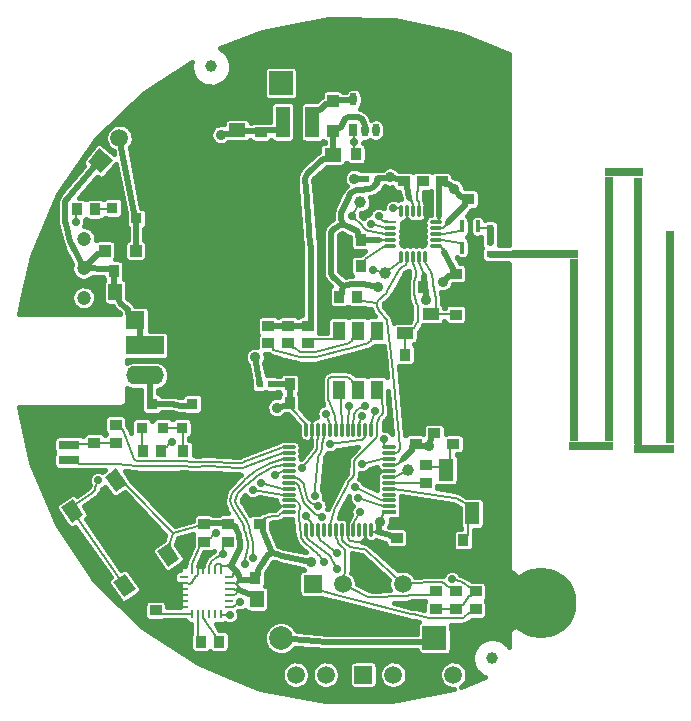
<source format=gtl>
G04 #@! TF.FileFunction,Copper,L1,Top,Signal*
%FSLAX46Y46*%
G04 Gerber Fmt 4.6, Leading zero omitted, Abs format (unit mm)*
G04 Created by KiCad (PCBNEW 4.0.1-stable) date 20.01.2016 16:11:56*
%MOMM*%
G01*
G04 APERTURE LIST*
%ADD10C,0.100000*%
%ADD11C,6.000000*%
%ADD12R,0.800000X15.440000*%
%ADD13R,3.790000X0.800000*%
%ADD14R,3.310000X0.800000*%
%ADD15R,0.800000X22.360000*%
%ADD16R,0.800000X18.070000*%
%ADD17R,0.800000X22.580000*%
%ADD18R,3.460000X0.800000*%
%ADD19R,5.680000X0.800000*%
%ADD20R,1.100000X1.600000*%
%ADD21R,1.000000X0.900000*%
%ADD22R,1.000760X1.000760*%
%ADD23R,0.635000X1.100000*%
%ADD24O,0.635000X1.100000*%
%ADD25R,1.200000X0.300000*%
%ADD26O,1.200000X0.300000*%
%ADD27O,0.300000X1.200000*%
%ADD28R,1.100000X0.280000*%
%ADD29O,1.100000X0.280000*%
%ADD30O,0.280000X1.100000*%
%ADD31R,1.100000X1.100000*%
%ADD32R,0.914400X0.914400*%
%ADD33C,1.000000*%
%ADD34C,1.500000*%
%ADD35R,1.400000X1.000000*%
%ADD36C,1.200000*%
%ADD37R,0.889000X1.016000*%
%ADD38R,1.016000X0.889000*%
%ADD39R,1.143000X1.397000*%
%ADD40R,1.397000X1.143000*%
%ADD41R,0.600000X0.600000*%
%ADD42R,1.200000X2.600000*%
%ADD43R,0.900000X1.000000*%
%ADD44R,0.800000X0.250000*%
%ADD45O,0.800000X0.250000*%
%ADD46O,0.250000X0.800000*%
%ADD47R,1.800860X0.800100*%
%ADD48R,1.198880X1.899920*%
%ADD49R,2.000000X2.000000*%
%ADD50C,2.000000*%
%ADD51R,0.350000X1.000000*%
%ADD52R,1.600000X1.600000*%
%ADD53C,1.600000*%
%ADD54R,1.500000X1.500000*%
%ADD55R,3.200000X1.600000*%
%ADD56O,3.200000X1.600000*%
%ADD57C,0.900000*%
%ADD58C,0.700000*%
%ADD59C,1.000000*%
%ADD60C,0.500000*%
%ADD61C,0.200000*%
%ADD62C,0.600000*%
%ADD63C,0.400000*%
G04 APERTURE END LIST*
D10*
D11*
X149500000Y-103500000D03*
D12*
X152280000Y-82120000D03*
D13*
X153775000Y-90240000D03*
D14*
X156525000Y-67080000D03*
D15*
X155270000Y-78660000D03*
D16*
X160430000Y-81035000D03*
D17*
X157770000Y-78770000D03*
D18*
X159100000Y-90470000D03*
D19*
X149840000Y-74000000D03*
D20*
X135600000Y-85500000D03*
X134000000Y-85500000D03*
X132400000Y-85500000D03*
X135600000Y-80500000D03*
X134000000Y-80500000D03*
X132400000Y-80500000D03*
D21*
X121000000Y-98350000D03*
X121000000Y-96850000D03*
D22*
X131900000Y-63600480D03*
X131900000Y-60999520D03*
X112599520Y-73700000D03*
X115200480Y-73700000D03*
D23*
X133650000Y-63500000D03*
D24*
X134600000Y-63500000D03*
X135550000Y-63500000D03*
X135550000Y-60900000D03*
X133650000Y-60900000D03*
D25*
X136650000Y-95850000D03*
D26*
X136650000Y-95350000D03*
X136650000Y-94850000D03*
X136650000Y-94350000D03*
X136650000Y-93850000D03*
X136650000Y-93350000D03*
X136650000Y-92850000D03*
X136650000Y-92350000D03*
X136650000Y-91850000D03*
X136650000Y-91350000D03*
X136650000Y-90850000D03*
X136650000Y-90350000D03*
D27*
X135150000Y-88850000D03*
X134650000Y-88850000D03*
X134150000Y-88850000D03*
X133650000Y-88850000D03*
X133150000Y-88850000D03*
X132650000Y-88850000D03*
X132150000Y-88850000D03*
X131650000Y-88850000D03*
X131150000Y-88850000D03*
X130650000Y-88850000D03*
X130150000Y-88850000D03*
X129650000Y-88850000D03*
D26*
X128150000Y-90350000D03*
X128150000Y-90850000D03*
X128150000Y-91350000D03*
X128150000Y-91850000D03*
X128150000Y-92350000D03*
X128150000Y-92850000D03*
X128150000Y-93350000D03*
X128150000Y-93850000D03*
X128150000Y-94350000D03*
X128150000Y-94850000D03*
X128150000Y-95350000D03*
X128150000Y-95850000D03*
D27*
X129650000Y-97350000D03*
X130150000Y-97350000D03*
X130650000Y-97350000D03*
X131150000Y-97350000D03*
X131650000Y-97350000D03*
X132150000Y-97350000D03*
X132650000Y-97350000D03*
X133150000Y-97350000D03*
X133650000Y-97350000D03*
X134150000Y-97350000D03*
X134650000Y-97350000D03*
X135150000Y-97350000D03*
D28*
X136752000Y-71268700D03*
D29*
X136752000Y-71768700D03*
X136752000Y-72268700D03*
X136752000Y-72768700D03*
X136752000Y-73268700D03*
D30*
X137702000Y-74218700D03*
X138202000Y-74218700D03*
X138702000Y-74218700D03*
X139202000Y-74218700D03*
X139702000Y-74218700D03*
D29*
X140652000Y-73268700D03*
X140652000Y-72768700D03*
X140652000Y-72268700D03*
X140652000Y-71768700D03*
X140652000Y-71268700D03*
D30*
X139702000Y-70318700D03*
X139202000Y-70318700D03*
X138702000Y-70318700D03*
X138202000Y-70318700D03*
X137702000Y-70318700D03*
D31*
X138152000Y-71718700D03*
X139252000Y-71718700D03*
X138152000Y-72818700D03*
X139252000Y-72818700D03*
D32*
X113244100Y-71863700D03*
X113244100Y-70085700D03*
X115276100Y-70974700D03*
D33*
X138232000Y-92300000D03*
X136300000Y-75600000D03*
X134200000Y-69600000D03*
D10*
G36*
X112292443Y-67156624D02*
X111143376Y-66192443D01*
X112107557Y-65043376D01*
X113256624Y-66007557D01*
X112292443Y-67156624D01*
X112292443Y-67156624D01*
G37*
D34*
X113832681Y-64154247D03*
D35*
X138002000Y-80668700D03*
X140202000Y-80668700D03*
X140202000Y-79068700D03*
X138002000Y-79068700D03*
D10*
G36*
X110783712Y-96045624D02*
X109801647Y-96733273D01*
X108883810Y-95422466D01*
X109865875Y-94734817D01*
X110783712Y-96045624D01*
X110783712Y-96045624D01*
G37*
G36*
X114487262Y-93452370D02*
X113505197Y-94140019D01*
X112587360Y-92829212D01*
X113569425Y-92141563D01*
X114487262Y-93452370D01*
X114487262Y-93452370D01*
G37*
G36*
X115212640Y-102370788D02*
X114230575Y-103058437D01*
X113312738Y-101747630D01*
X114294803Y-101059981D01*
X115212640Y-102370788D01*
X115212640Y-102370788D01*
G37*
G36*
X118916190Y-99777534D02*
X117934125Y-100465183D01*
X117016288Y-99154376D01*
X117998353Y-98466727D01*
X118916190Y-99777534D01*
X118916190Y-99777534D01*
G37*
D21*
X140600000Y-102550000D03*
X140600000Y-104050000D03*
X142300000Y-102550000D03*
X142300000Y-104050000D03*
X144000000Y-104050000D03*
X144000000Y-102550000D03*
X128100000Y-80050000D03*
X128100000Y-81550000D03*
X126400000Y-80050000D03*
X126400000Y-81550000D03*
X129800000Y-80050000D03*
X129800000Y-81550000D03*
X139502000Y-67818700D03*
X139502000Y-66318700D03*
X123000000Y-96850000D03*
X123000000Y-98350000D03*
D36*
X110800000Y-72700000D03*
X110800000Y-75200000D03*
X110800000Y-77700000D03*
D37*
X128238000Y-86600000D03*
X129762000Y-86600000D03*
D38*
X125700000Y-96862000D03*
X125700000Y-95338000D03*
X137302000Y-98016100D03*
X137302000Y-99540100D03*
X138900000Y-90062000D03*
X138900000Y-88538000D03*
X140500000Y-89162000D03*
X140500000Y-87638000D03*
D39*
X125484000Y-103200000D03*
X127516000Y-103200000D03*
D40*
X123800000Y-63516000D03*
X123800000Y-61484000D03*
X131900000Y-65584000D03*
X131900000Y-67616000D03*
D37*
X138038000Y-82500000D03*
X139562000Y-82500000D03*
D38*
X142302000Y-79106700D03*
X142302000Y-80630700D03*
D37*
X134262000Y-75000000D03*
X132738000Y-75000000D03*
D38*
X141102000Y-67830700D03*
X141102000Y-66306700D03*
X143374000Y-69333700D03*
X143374000Y-67809700D03*
X142300000Y-75638000D03*
X142300000Y-77162000D03*
D37*
X139562000Y-76800000D03*
X138038000Y-76800000D03*
X134262000Y-72800000D03*
X132738000Y-72800000D03*
D38*
X137902000Y-67830700D03*
X137902000Y-66306700D03*
D39*
X113484000Y-77200000D03*
X115516000Y-77200000D03*
D41*
X145200000Y-71800000D03*
X145200000Y-70800000D03*
X146400000Y-74000000D03*
X146400000Y-75000000D03*
D42*
X130150000Y-62800000D03*
X127650000Y-62800000D03*
D41*
X145200000Y-74000000D03*
X145200000Y-73000000D03*
D43*
X110250000Y-70200000D03*
X111750000Y-70200000D03*
D33*
X145400000Y-108200000D03*
X121600000Y-58100000D03*
D38*
X125800000Y-63662000D03*
X125800000Y-62138000D03*
D37*
X128238000Y-85000000D03*
X129762000Y-85000000D03*
X125338000Y-101400000D03*
X126862000Y-101400000D03*
D38*
X142100000Y-90062000D03*
X142100000Y-88538000D03*
D37*
X142962000Y-98200000D03*
X141438000Y-98200000D03*
X122262000Y-106800000D03*
X120738000Y-106800000D03*
D38*
X116900000Y-102638000D03*
X116900000Y-104162000D03*
X111700000Y-89962000D03*
X111700000Y-88438000D03*
D44*
X119300000Y-101350000D03*
D45*
X119300000Y-101850000D03*
X119300000Y-102350000D03*
X119300000Y-102850000D03*
X119300000Y-103350000D03*
X119300000Y-103850000D03*
D46*
X119950000Y-104500000D03*
X120450000Y-104500000D03*
X120950000Y-104500000D03*
X121450000Y-104500000D03*
X121950000Y-104500000D03*
X122450000Y-104500000D03*
D45*
X123100000Y-103850000D03*
X123100000Y-103350000D03*
X123100000Y-102850000D03*
X123100000Y-102350000D03*
X123100000Y-101850000D03*
X123100000Y-101350000D03*
D46*
X122450000Y-100700000D03*
X121950000Y-100700000D03*
X121450000Y-100700000D03*
X120950000Y-100700000D03*
X120450000Y-100700000D03*
X119950000Y-100700000D03*
D11*
X118500000Y-62500000D03*
D41*
X126700000Y-85000000D03*
X125700000Y-85000000D03*
X135700000Y-67600000D03*
X134700000Y-67600000D03*
D47*
X109600000Y-91435000D03*
X109600000Y-92705000D03*
X109600000Y-90165000D03*
X109600000Y-88895000D03*
D32*
X120889000Y-88716000D03*
X119111000Y-88716000D03*
X120000000Y-86684000D03*
D21*
X139800000Y-93350000D03*
X139800000Y-91850000D03*
D43*
X133950000Y-77600000D03*
X132450000Y-77600000D03*
D21*
X113500000Y-88450000D03*
X113500000Y-89950000D03*
D43*
X117350000Y-90700000D03*
X115850000Y-90700000D03*
D48*
X141500180Y-92250880D03*
X141500180Y-95949120D03*
X143699820Y-95949120D03*
X143699820Y-92250880D03*
D49*
X127500000Y-59500000D03*
D50*
X127500000Y-106500000D03*
D49*
X140500000Y-106500000D03*
D50*
X140500000Y-59500000D03*
D51*
X144150000Y-71635700D03*
X143500000Y-71635700D03*
X142850000Y-71635700D03*
X142850000Y-73435700D03*
X143500000Y-73435700D03*
X144150000Y-73435700D03*
D52*
X115150000Y-79600000D03*
D53*
X118650000Y-79600000D03*
D32*
X117489000Y-88716000D03*
X115711000Y-88716000D03*
X116600000Y-86684000D03*
D43*
X120750000Y-90700000D03*
X119250000Y-90700000D03*
D54*
X130190000Y-101900000D03*
D34*
X132730000Y-101900000D03*
X135270000Y-101900000D03*
X137810000Y-101900000D03*
D54*
X126220000Y-109600000D03*
D34*
X128760000Y-109600000D03*
X131300000Y-109600000D03*
D54*
X134480000Y-109600000D03*
D34*
X137020000Y-109600000D03*
X139560000Y-109600000D03*
X142100000Y-109600000D03*
D55*
X115989000Y-81730000D03*
D56*
X115989000Y-84270000D03*
D37*
X113338000Y-75400000D03*
X114862000Y-75400000D03*
D43*
X133850000Y-65500000D03*
X135350000Y-65500000D03*
D57*
X143793100Y-70472300D03*
X145173600Y-69790100D03*
X110990700Y-93532000D03*
X138156200Y-75729700D03*
X130551400Y-67756800D03*
X118291300Y-103600000D03*
X125052900Y-106037800D03*
X126927900Y-95428400D03*
X126943700Y-96933000D03*
X127788100Y-98646200D03*
X127017000Y-100292300D03*
X132799400Y-96012400D03*
X131262000Y-93911700D03*
X131513800Y-91358300D03*
X129739900Y-90204400D03*
X134471600Y-92852100D03*
X132825800Y-92439100D03*
X134244500Y-99753400D03*
X135284500Y-98617100D03*
X133505800Y-73894200D03*
X140635100Y-81825600D03*
X139881500Y-69139300D03*
X136783500Y-68711000D03*
X135200000Y-66636600D03*
X141511800Y-55832000D03*
X139011800Y-55832000D03*
X136511800Y-55832000D03*
X134011800Y-55832000D03*
X131511800Y-55832000D03*
X129011800Y-55832000D03*
X126511800Y-55832000D03*
X146511800Y-58332000D03*
X144011800Y-58332000D03*
X141511800Y-58332000D03*
X139011800Y-58332000D03*
X136511800Y-58332000D03*
X134011800Y-58332000D03*
X131511800Y-58332000D03*
X129300000Y-58200000D03*
X125900000Y-58000000D03*
X124011800Y-58332000D03*
X146511800Y-60832000D03*
X144011800Y-60832000D03*
X141511800Y-60832000D03*
X139011800Y-60832000D03*
X136511800Y-60832000D03*
X129400000Y-60600000D03*
X123700000Y-60300000D03*
X121600000Y-60200000D03*
X146511800Y-63332000D03*
X144011800Y-63332000D03*
X141511800Y-63332000D03*
X139011800Y-63332000D03*
X136700000Y-63400000D03*
X146511800Y-65832000D03*
X143400000Y-66500000D03*
X141000000Y-65100000D03*
X139500000Y-65100000D03*
X136511800Y-65832000D03*
X129011800Y-65832000D03*
X126511800Y-65832000D03*
X124011800Y-65832000D03*
X146511800Y-68332000D03*
X144600000Y-67800000D03*
X145300000Y-75200000D03*
X131200000Y-68800000D03*
X128600000Y-68400000D03*
X126511800Y-68332000D03*
X124011800Y-68332000D03*
X121511800Y-68332000D03*
X146511800Y-70832000D03*
X137900000Y-65100000D03*
X131511800Y-70832000D03*
X128600000Y-70800000D03*
X126511800Y-70832000D03*
X124011800Y-70832000D03*
X121511800Y-70832000D03*
X119011800Y-70832000D03*
X116511800Y-70832000D03*
X146500000Y-72800000D03*
X143900000Y-74600000D03*
X129011800Y-73332000D03*
X126511800Y-73332000D03*
X124011800Y-73332000D03*
X121511800Y-73332000D03*
X119011800Y-73332000D03*
X116511800Y-73332000D03*
X146500000Y-76200000D03*
X143500000Y-76400000D03*
X129011800Y-75832000D03*
X126511800Y-75832000D03*
X124011800Y-75832000D03*
X121511800Y-75832000D03*
X119011800Y-75832000D03*
X116511800Y-75832000D03*
X146511800Y-78332000D03*
X144011800Y-78332000D03*
X136511800Y-78332000D03*
X129011800Y-78332000D03*
X126511800Y-78332000D03*
X124011800Y-78332000D03*
X121511800Y-78332000D03*
X119000000Y-77700000D03*
X116511800Y-78332000D03*
X146511800Y-80832000D03*
X144011800Y-80832000D03*
X142300000Y-81700000D03*
X112900000Y-68500000D03*
X124011800Y-80832000D03*
X121511800Y-80832000D03*
X146511800Y-83332000D03*
X144011800Y-83332000D03*
X141511800Y-83332000D03*
X139000000Y-83800000D03*
X136100000Y-83300000D03*
X131511800Y-83332000D03*
X129000000Y-83700000D03*
X126511800Y-83332000D03*
X124011800Y-83332000D03*
X121511800Y-83332000D03*
X119011800Y-83332000D03*
X146511800Y-85832000D03*
X144011800Y-85832000D03*
X126200000Y-86100000D03*
X124011800Y-85832000D03*
X121511800Y-85832000D03*
X119011800Y-85832000D03*
X146511800Y-88332000D03*
X144011800Y-88332000D03*
X142100000Y-87300000D03*
X138900000Y-87300000D03*
X136511800Y-88332000D03*
X126200000Y-88400000D03*
X124011800Y-88332000D03*
X121800000Y-88200000D03*
X118300000Y-87700000D03*
X115300000Y-87400000D03*
X146511800Y-90832000D03*
X144100000Y-90500000D03*
X124011800Y-90832000D03*
X121900000Y-90700000D03*
X146511800Y-93332000D03*
X142500000Y-93800000D03*
X121248900Y-92765700D03*
X119075100Y-92749600D03*
X146511800Y-95832000D03*
X139011800Y-95832000D03*
X107800000Y-93600000D03*
X118800000Y-95900000D03*
X106600000Y-89500000D03*
X146511800Y-98332000D03*
X144200000Y-98200000D03*
X139011800Y-98332000D03*
X107400000Y-74300000D03*
X109600000Y-87300000D03*
X146511800Y-100832000D03*
X144011800Y-100832000D03*
X140600000Y-100200000D03*
X116200000Y-67500000D03*
X106100000Y-87300000D03*
X105900000Y-78600000D03*
X110300000Y-98400000D03*
X138800000Y-105300000D03*
X138700000Y-103700000D03*
X133300000Y-104000000D03*
X130500000Y-103500000D03*
X115741900Y-102902300D03*
X146511800Y-105832000D03*
X144011800Y-105832000D03*
X138400000Y-111300000D03*
X142200000Y-105700000D03*
X136511800Y-105832000D03*
X134011800Y-105832000D03*
X131511800Y-105832000D03*
X130200000Y-111300000D03*
X127500000Y-104600000D03*
X124011800Y-105832000D03*
X119000000Y-106500000D03*
X116900000Y-105500000D03*
X142200000Y-108100000D03*
X132900000Y-111300000D03*
X135000000Y-108000000D03*
X132300000Y-107900000D03*
X129800000Y-107900000D03*
X124011800Y-108332000D03*
X121511800Y-108332000D03*
X136000000Y-111300000D03*
X109300000Y-78600000D03*
X114539300Y-95091400D03*
X124510400Y-94838300D03*
X122494900Y-95454100D03*
X133715000Y-67608000D03*
X125331400Y-82719100D03*
X122440300Y-63887500D03*
D58*
X112017900Y-93140300D03*
X134364300Y-91746600D03*
X136235000Y-89649900D03*
X133487400Y-70758000D03*
X135276500Y-75365300D03*
X135457600Y-87259200D03*
X134368300Y-87741000D03*
X135772700Y-70784700D03*
X134626800Y-86861500D03*
X135125300Y-71417800D03*
X133279900Y-86851300D03*
X137011900Y-70116300D03*
X130676000Y-95361000D03*
X130974200Y-96219100D03*
X131166500Y-100029500D03*
X132291900Y-100654600D03*
X134183200Y-95808600D03*
X110151200Y-71250100D03*
X132285800Y-99322300D03*
X141981800Y-101530000D03*
X129660200Y-96197400D03*
X134032700Y-94629500D03*
X133757400Y-93727700D03*
X125129100Y-93935700D03*
X122598300Y-99350100D03*
X130373500Y-94485000D03*
X121993300Y-97646500D03*
X129280600Y-92104100D03*
X124067100Y-103414000D03*
X124429600Y-100266700D03*
D57*
X140067000Y-90254500D03*
X127155500Y-86983000D03*
X130067200Y-100058600D03*
X135904400Y-96633600D03*
X142173900Y-68443400D03*
X136749000Y-67467700D03*
X139783300Y-77918600D03*
X141195300Y-76340600D03*
X135765000Y-76743800D03*
D58*
X131299300Y-87507000D03*
X133698400Y-64529800D03*
X125823900Y-93334000D03*
X126986700Y-92692000D03*
X131683400Y-90060700D03*
X118284200Y-89938700D03*
X123186000Y-104545000D03*
X125169800Y-99720400D03*
D59*
X146511800Y-105832000D02*
X149500000Y-103500000D01*
D60*
X129848600Y-84041800D02*
X129848600Y-84041900D01*
X129783400Y-84006500D02*
X129760900Y-83997800D01*
X129827400Y-84028600D02*
X129783400Y-84006500D01*
X129848600Y-84041800D02*
X129827400Y-84028600D01*
X129000000Y-83700000D02*
X129760900Y-83997800D01*
X125082100Y-95118100D02*
X124510400Y-94838300D01*
X125163600Y-95143600D02*
X125192000Y-95143500D01*
X125107700Y-95130600D02*
X125163600Y-95143600D01*
X125082100Y-95118100D02*
X125107700Y-95130600D01*
X125442000Y-95143500D02*
X125192000Y-95143500D01*
X125700000Y-95338000D02*
X125442000Y-95143500D01*
X136100000Y-83300000D02*
X131511800Y-83332000D01*
X146511800Y-88332000D02*
X145261800Y-87082000D01*
X139013000Y-98333400D02*
X139011800Y-98332000D01*
X139015300Y-98336000D02*
X139013000Y-98333400D01*
X140600000Y-100200000D02*
X139015300Y-98336000D01*
X126200000Y-88400000D02*
X124011800Y-88332000D01*
X121800000Y-88200000D02*
X124011800Y-88332000D01*
X137900000Y-65862200D02*
X137900000Y-65100000D01*
X137900000Y-66112200D02*
X137900000Y-65862200D01*
X137902000Y-66306700D02*
X137900000Y-66112200D01*
X126511800Y-75832000D02*
X129011800Y-75832000D01*
X126511800Y-83332000D02*
X129000000Y-83700000D01*
X143504400Y-76402700D02*
X143500000Y-76400000D01*
X143510100Y-76406000D02*
X143504400Y-76402700D01*
X144172500Y-76379300D02*
X144242700Y-76306600D01*
X143993500Y-76470000D02*
X144172500Y-76379300D01*
X143793600Y-76497100D02*
X143993500Y-76470000D01*
X143596900Y-76457300D02*
X143793600Y-76497100D01*
X143510100Y-76406000D02*
X143596900Y-76457300D01*
X145240100Y-75272500D02*
X144242700Y-76306600D01*
X145286200Y-75219700D02*
X145300100Y-75200100D01*
X145256600Y-75255400D02*
X145286200Y-75219700D01*
X145240100Y-75272500D02*
X145256600Y-75255400D01*
X145300000Y-75200000D02*
X145300100Y-75200100D01*
X144011800Y-83332000D02*
X141511800Y-83332000D01*
X129800000Y-107900000D02*
X132300000Y-107900000D01*
X146511800Y-95832000D02*
X146511800Y-93332000D01*
X121600000Y-60200000D02*
X123700000Y-60300000D01*
X146511800Y-65832000D02*
X146511800Y-63332000D01*
X138400000Y-111300000D02*
X139560000Y-109600000D01*
X143350400Y-92950900D02*
X143699800Y-92250900D01*
X143350400Y-93200900D02*
X143350400Y-92950900D01*
X143350500Y-93270300D02*
X143350400Y-93200900D01*
X143278700Y-93389500D02*
X143350500Y-93270300D01*
X143217000Y-93422100D02*
X143278700Y-93389500D01*
X142500000Y-93800000D02*
X143217000Y-93422100D01*
X134011800Y-105832000D02*
X136511800Y-105832000D01*
X129914900Y-84492000D02*
X129848600Y-84041900D01*
X129914900Y-84742000D02*
X129914900Y-84492000D01*
X129762000Y-85000000D02*
X129914900Y-84742000D01*
X121248900Y-92765700D02*
X119075100Y-92749600D01*
X122494900Y-95454100D02*
X121248900Y-92765700D01*
X144484600Y-98185200D02*
X146511800Y-98332000D01*
X144393400Y-98183400D02*
X144363500Y-98186000D01*
X144453800Y-98183000D02*
X144393400Y-98183400D01*
X144484600Y-98185200D02*
X144453800Y-98183000D01*
X144200000Y-98200000D02*
X144363500Y-98186000D01*
X116140600Y-87691300D02*
X118300000Y-87700000D01*
X116089500Y-87691100D02*
X116140600Y-87691300D01*
X115988400Y-87671700D02*
X116089500Y-87691100D01*
X115940900Y-87652900D02*
X115988400Y-87671700D01*
X115300000Y-87400000D02*
X115940900Y-87652900D01*
X144429100Y-98952300D02*
X143718700Y-99631800D01*
X145261800Y-82082000D02*
X146511800Y-80832000D01*
X119075100Y-92749600D02*
X118800000Y-95900000D01*
X129848600Y-84041900D02*
X131511800Y-83332000D01*
X124011800Y-58332000D02*
X125900000Y-58000000D01*
X126511800Y-78332000D02*
X125261800Y-77082000D01*
X145261800Y-87082000D02*
X146511800Y-85832000D01*
X145261800Y-82082000D02*
X146511800Y-83332000D01*
X119000000Y-77700000D02*
X119011800Y-75832000D01*
X139847800Y-83804300D02*
X139847800Y-83804200D01*
X139839800Y-83805200D02*
X139847800Y-83804300D01*
X139823800Y-83806100D02*
X139839800Y-83805200D01*
X139815500Y-83806000D02*
X139823800Y-83806100D01*
X139000000Y-83800000D02*
X139815500Y-83806000D01*
D61*
X143599600Y-70997300D02*
X143793100Y-70472300D01*
X143574900Y-71100400D02*
X143574900Y-71135700D01*
X143587300Y-71030800D02*
X143574900Y-71100400D01*
X143599600Y-70997300D02*
X143587300Y-71030800D01*
X143574900Y-71235700D02*
X143574900Y-71135700D01*
X143500000Y-71635700D02*
X143574900Y-71235700D01*
D60*
X133300000Y-104000000D02*
X134011800Y-105832000D01*
X146511800Y-93332000D02*
X146511800Y-90832000D01*
X124011800Y-90832000D02*
X124011800Y-88332000D01*
X132300000Y-107900000D02*
X135000000Y-108000000D01*
X124011800Y-88332000D02*
X124011800Y-85832000D01*
X130500000Y-103500000D02*
X133300000Y-104000000D01*
X142363300Y-99236100D02*
X143718700Y-99631800D01*
X142335400Y-99227900D02*
X142363300Y-99236100D01*
X142282900Y-99206400D02*
X142335400Y-99227900D01*
X142257500Y-99192800D02*
X142282900Y-99206400D01*
X141764400Y-98928300D02*
X142257500Y-99192800D01*
X141703600Y-98895800D02*
X141764400Y-98928300D01*
X141632600Y-98777300D02*
X141703600Y-98895800D01*
X141632500Y-98708000D02*
X141632600Y-98777300D01*
X141632500Y-98458000D02*
X141632500Y-98708000D01*
X141438000Y-98200000D02*
X141632500Y-98458000D01*
X144429100Y-98952300D02*
X144200000Y-98200000D01*
X128600000Y-68400000D02*
X127577300Y-69591100D01*
X144011800Y-88332000D02*
X145261800Y-87082000D01*
X126511800Y-68332000D02*
X127577300Y-69591100D01*
X129300000Y-58200000D02*
X129400000Y-60600000D01*
X125900000Y-58000000D02*
X126511800Y-55832000D01*
X119011800Y-83332000D02*
X119011800Y-85832000D01*
X129011800Y-65832000D02*
X127550400Y-66716500D01*
X131511800Y-105832000D02*
X134011800Y-105832000D01*
X145225100Y-69746300D02*
X146511800Y-68332000D01*
X145214600Y-69757900D02*
X145225100Y-69746300D01*
X145190600Y-69778600D02*
X145214600Y-69757900D01*
X145177700Y-69787300D02*
X145190600Y-69778600D01*
X145173600Y-69790100D02*
X145177700Y-69787300D01*
X143400000Y-67365200D02*
X143400000Y-66500000D01*
X143400000Y-67615200D02*
X143400000Y-67365200D01*
X143374000Y-67809700D02*
X143400000Y-67615200D01*
X144011800Y-83332000D02*
X145261800Y-82082000D01*
X143718700Y-99631800D02*
X144011800Y-100832000D01*
X144011800Y-80832000D02*
X145261800Y-82082000D01*
X121511800Y-80832000D02*
X121511800Y-83332000D01*
X136511800Y-105832000D02*
X138800000Y-105300000D01*
X136000000Y-111300000D02*
X138400000Y-111300000D01*
X136468900Y-61694200D02*
X136468900Y-61694100D01*
X136728300Y-61672200D02*
X136809800Y-61642100D01*
X136556500Y-61698500D02*
X136728300Y-61672200D01*
X136468900Y-61694200D02*
X136556500Y-61698500D01*
X139011800Y-60832000D02*
X136809800Y-61642100D01*
X124011800Y-58332000D02*
X123700000Y-60300000D01*
X145261800Y-87082000D02*
X144011800Y-85832000D01*
X129011800Y-73332000D02*
X126511800Y-73332000D01*
X126511800Y-75832000D02*
X125261800Y-77082000D01*
X144011800Y-83332000D02*
X144011800Y-85832000D01*
X125261800Y-77082000D02*
X124011800Y-78332000D01*
X126511800Y-75832000D02*
X126511800Y-73332000D01*
X121511800Y-68332000D02*
X121511800Y-70832000D01*
X141469100Y-96649100D02*
X141500200Y-95949100D01*
X141469100Y-96899100D02*
X141469100Y-96649100D01*
X141469100Y-97294100D02*
X141469100Y-96899100D01*
X146511800Y-78332000D02*
X144011800Y-78332000D01*
X134011800Y-55832000D02*
X136511800Y-55832000D01*
X126511800Y-68332000D02*
X124011800Y-68332000D01*
X146511800Y-98332000D02*
X146511800Y-95832000D01*
X125261800Y-77082000D02*
X124011800Y-75832000D01*
X136468900Y-61694100D02*
X136700000Y-63400000D01*
X135550000Y-65250000D02*
X135350000Y-65500000D01*
X135550000Y-65000000D02*
X135550000Y-65250000D01*
X135550000Y-64945800D02*
X135550000Y-65000000D01*
X135594500Y-64847800D02*
X135550000Y-64945800D01*
X135635100Y-64812100D02*
X135594500Y-64847800D01*
X136122200Y-64384600D02*
X135635100Y-64812100D01*
X136282900Y-64203700D02*
X136320100Y-64132100D01*
X136182700Y-64331500D02*
X136282900Y-64203700D01*
X136122200Y-64384600D02*
X136182700Y-64331500D01*
X136700000Y-63400000D02*
X136320100Y-64132100D01*
X144829000Y-97053000D02*
X144837500Y-97012400D01*
X144799600Y-97131400D02*
X144829000Y-97053000D01*
X144778900Y-97168300D02*
X144799600Y-97131400D01*
X144200000Y-98200000D02*
X144778900Y-97168300D01*
D61*
X126208000Y-95428400D02*
X126927900Y-95428400D01*
X126108000Y-95428400D02*
X126208000Y-95428400D01*
X125700000Y-95338000D02*
X126108000Y-95428400D01*
D60*
X130200000Y-111300000D02*
X132900000Y-111300000D01*
X146622600Y-69405200D02*
X146511800Y-68332000D01*
X146631100Y-69487500D02*
X146622600Y-69405200D01*
X146631200Y-69649600D02*
X146631100Y-69487500D01*
X146623000Y-69730300D02*
X146631200Y-69649600D01*
X146511800Y-70832000D02*
X146623000Y-69730300D01*
X121511800Y-83332000D02*
X124011800Y-83332000D01*
X121511800Y-83332000D02*
X121511800Y-85832000D01*
X131511800Y-70832000D02*
X131200000Y-68800000D01*
X121511800Y-80832000D02*
X124011800Y-80832000D01*
X127577300Y-69591100D02*
X126511800Y-70832000D01*
X144049200Y-91550900D02*
X143699800Y-92250900D01*
X144049200Y-91300900D02*
X144049200Y-91550900D01*
X144049700Y-91284900D02*
X144049200Y-91300900D01*
X144100000Y-90500000D02*
X144049700Y-91284900D01*
X131513800Y-91358300D02*
X132825800Y-92439100D01*
X136511800Y-60832000D02*
X136116400Y-61478700D01*
X146511800Y-78332000D02*
X146500000Y-76200000D01*
X146500000Y-72800000D02*
X146511800Y-70832000D01*
X131262000Y-93911700D02*
X131513800Y-91358300D01*
X115929300Y-76307900D02*
X116511800Y-75832000D01*
X115837400Y-76445400D02*
X115837500Y-76501500D01*
X115885700Y-76343600D02*
X115837400Y-76445400D01*
X115929300Y-76307900D02*
X115885700Y-76343600D01*
X115837500Y-76751500D02*
X115837500Y-76501500D01*
X115516000Y-77200000D02*
X115837500Y-76751500D01*
X121900000Y-90700000D02*
X124011800Y-90832000D01*
X109300000Y-78600000D02*
X107400000Y-74300000D01*
X146511800Y-88332000D02*
X146511800Y-90832000D01*
X126720000Y-110100000D02*
X126220000Y-109600000D01*
X126970000Y-110100000D02*
X126720000Y-110100000D01*
X127003200Y-110100000D02*
X126970000Y-110100000D01*
X127067200Y-110117300D02*
X127003200Y-110100000D01*
X127096000Y-110134100D02*
X127067200Y-110117300D01*
X128104600Y-110722800D02*
X127096000Y-110134100D01*
X128355700Y-110839100D02*
X128444800Y-110861300D01*
X128185100Y-110769700D02*
X128355700Y-110839100D01*
X128104600Y-110722800D02*
X128185100Y-110769700D01*
X130200000Y-111300000D02*
X128444800Y-110861300D01*
X141511800Y-95832000D02*
X141500200Y-95949100D01*
X140900800Y-95832000D02*
X139011800Y-95832000D01*
X141150800Y-95832000D02*
X140900800Y-95832000D01*
X141500200Y-95949100D02*
X141150800Y-95832000D01*
X127577300Y-69591100D02*
X128600000Y-70800000D01*
X146511800Y-68332000D02*
X146511800Y-65832000D01*
X121511800Y-80832000D02*
X121511800Y-78332000D01*
X141243500Y-98332000D02*
X141438000Y-98200000D01*
X140993500Y-98332000D02*
X141243500Y-98332000D01*
X139011800Y-98332000D02*
X140993500Y-98332000D01*
X124011800Y-68332000D02*
X124011800Y-70832000D01*
D61*
X129739900Y-90204400D02*
X130087800Y-89541600D01*
D60*
X119831300Y-83013700D02*
X119833700Y-83012800D01*
X119011800Y-83332000D02*
X119831300Y-83013700D01*
X126155900Y-87014800D02*
X126200000Y-88400000D01*
X126155300Y-86993800D02*
X126155900Y-87014800D01*
X126155700Y-86951900D02*
X126155300Y-86993800D01*
X126156800Y-86931000D02*
X126155700Y-86951900D01*
X126200000Y-86100000D02*
X126156800Y-86931000D01*
X119011800Y-75832000D02*
X116511800Y-75832000D01*
X109300000Y-78600000D02*
X105900000Y-78600000D01*
X116511800Y-70832000D02*
X116200000Y-67500000D01*
X126511800Y-68332000D02*
X127550400Y-66716500D01*
X129011800Y-78332000D02*
X129011800Y-75832000D01*
X141511800Y-95832000D02*
X141500200Y-95949100D01*
X136116400Y-61478700D02*
X136468900Y-61694100D01*
X141469100Y-96649100D02*
X141511800Y-95832000D01*
X141469100Y-96899100D02*
X141469100Y-96649100D01*
X141469100Y-97294100D02*
X141469100Y-96899100D01*
X139756500Y-82758000D02*
X139562000Y-82500000D01*
X139756500Y-83008000D02*
X139756500Y-82758000D01*
X139757300Y-83029800D02*
X139758200Y-83037000D01*
X139756500Y-83015400D02*
X139757300Y-83029800D01*
X139756500Y-83008000D02*
X139756500Y-83015400D01*
X139847800Y-83804200D02*
X139758200Y-83037000D01*
X119011800Y-80832000D02*
X118650000Y-79600000D01*
X119833700Y-83012800D02*
X119011800Y-80832000D01*
D61*
X130150000Y-89300000D02*
X130150000Y-88850000D01*
X130150100Y-89363100D02*
X130150000Y-89300000D01*
X130118300Y-89486300D02*
X130150100Y-89363100D01*
X130087800Y-89541600D02*
X130118300Y-89486300D01*
D60*
X144049200Y-92950900D02*
X143699800Y-92250900D01*
X144049200Y-93200900D02*
X144049200Y-92950900D01*
X144049200Y-93229900D02*
X144049200Y-93200900D01*
X144062400Y-93286200D02*
X144049200Y-93229900D01*
X144011800Y-93332000D02*
X144062400Y-93286200D01*
X144791800Y-94754300D02*
X144011800Y-93332000D01*
X144820200Y-94811500D02*
X144791800Y-94754300D01*
X144849300Y-94935500D02*
X144820200Y-94811500D01*
X144849300Y-94999100D02*
X144849300Y-94935500D01*
X144849300Y-96899100D02*
X144849300Y-94999100D01*
X144849300Y-96927800D02*
X144849300Y-96899100D01*
X144843400Y-96984200D02*
X144849300Y-96927800D01*
X144837500Y-97012400D02*
X144843400Y-96984200D01*
D59*
X146511800Y-100832000D02*
X149500000Y-103500000D01*
D60*
X120681800Y-88508800D02*
X120889000Y-88716000D01*
X120681800Y-88258800D02*
X120681800Y-88508800D01*
X120592400Y-88051800D02*
X120518700Y-88024400D01*
X120681800Y-88180400D02*
X120592400Y-88051800D01*
X120681800Y-88258800D02*
X120681800Y-88180400D01*
X119759400Y-87743000D02*
X120518700Y-88024400D01*
X119619600Y-87709000D02*
X119571000Y-87708700D01*
X119714300Y-87726300D02*
X119619600Y-87709000D01*
X119759400Y-87743000D02*
X119714300Y-87726300D01*
X118300000Y-87700000D02*
X119571000Y-87708700D01*
X121007300Y-88258800D02*
X121511800Y-85832000D01*
X121800000Y-88200000D02*
X121007300Y-88258800D01*
X139158000Y-88343500D02*
X138900000Y-88538000D01*
X139408000Y-88343500D02*
X139158000Y-88343500D01*
X139474800Y-88343600D02*
X139408000Y-88343500D01*
X139590800Y-88276700D02*
X139474800Y-88343600D01*
X138900000Y-87300000D02*
X139590800Y-88276700D01*
X140758000Y-87832500D02*
X140500000Y-87638000D01*
X141008000Y-87832500D02*
X140758000Y-87832500D01*
X141012700Y-87832500D02*
X141008000Y-87832500D01*
X141596700Y-87843500D02*
X141012700Y-87832500D01*
X142100000Y-87300000D02*
X141596700Y-87843500D01*
X120974600Y-86040000D02*
X119833700Y-83012800D01*
X120990800Y-86084800D02*
X120974600Y-86040000D01*
X121007300Y-86178700D02*
X120990800Y-86084800D01*
X121511800Y-85832000D02*
X121007300Y-86178700D01*
X142044000Y-80649700D02*
X142302000Y-80630700D01*
X141794000Y-80649700D02*
X142044000Y-80649700D01*
X142300000Y-81700000D02*
X141794000Y-80649700D01*
X116511800Y-78332000D02*
X118650000Y-79600000D01*
X136511800Y-78332000D02*
X136656400Y-78645200D01*
X142558000Y-77356500D02*
X142300000Y-77162000D01*
X142558000Y-77606500D02*
X142558000Y-77356500D01*
X142603600Y-77760500D02*
X142645300Y-77796300D01*
X142558000Y-77661000D02*
X142603600Y-77760500D01*
X142558000Y-77606500D02*
X142558000Y-77661000D01*
X143168100Y-78244600D02*
X142645300Y-77796300D01*
X143259700Y-78323300D02*
X143168100Y-78244600D01*
X144011800Y-78332000D02*
X143259700Y-78323300D01*
X143500000Y-76400000D02*
X144535400Y-74725300D01*
D61*
X143900000Y-74600000D02*
X143500000Y-73435700D01*
D60*
X131201500Y-67756800D02*
X130551400Y-67756800D01*
X131200000Y-68800000D02*
X131201500Y-67756800D01*
X144091900Y-68118400D02*
X145173600Y-69790100D01*
X143945700Y-68004200D02*
X143882000Y-68004200D01*
X144057300Y-68064900D02*
X143945700Y-68004200D01*
X144091900Y-68118400D02*
X144057300Y-68064900D01*
X144600000Y-67800000D02*
X143882000Y-68004200D01*
X119011800Y-63332000D02*
X118500000Y-62500000D01*
X121905000Y-64732300D02*
X119011800Y-63332000D01*
X122067500Y-64820700D02*
X122126500Y-64841100D01*
X121956100Y-64765900D02*
X122067500Y-64820700D01*
X121905000Y-64732300D02*
X121956100Y-64765900D01*
X124011800Y-65832000D02*
X122126500Y-64841100D01*
X126511800Y-65832000D02*
X124011800Y-65832000D01*
X137644000Y-66112200D02*
X137902000Y-66306700D01*
X137394000Y-66112200D02*
X137644000Y-66112200D01*
X137379700Y-66112200D02*
X137394000Y-66112200D01*
X137350600Y-66108800D02*
X137379700Y-66112200D01*
X137336600Y-66105500D02*
X137350600Y-66108800D01*
X136511800Y-65832000D02*
X137336600Y-66105500D01*
X140844000Y-66312700D02*
X141102000Y-66306700D01*
X140594000Y-66312700D02*
X140844000Y-66312700D01*
X140002000Y-66312700D02*
X140594000Y-66312700D01*
X139752000Y-66312700D02*
X140002000Y-66312700D01*
X139500000Y-65100000D02*
X139752000Y-66312700D01*
X143116000Y-67615200D02*
X143374000Y-67809700D01*
X143116000Y-67365200D02*
X143116000Y-67615200D01*
X143040000Y-67171900D02*
X142975800Y-67140600D01*
X143116000Y-67293500D02*
X143040000Y-67171900D01*
X143116000Y-67365200D02*
X143116000Y-67293500D01*
X141719800Y-66526600D02*
X142975800Y-67140600D01*
X141638700Y-66501200D02*
X141610000Y-66501200D01*
X141694200Y-66514100D02*
X141638700Y-66501200D01*
X141719800Y-66526600D02*
X141694200Y-66514100D01*
X141000000Y-65100000D02*
X141610000Y-66501200D01*
X125542000Y-61943500D02*
X125800000Y-62138000D01*
X125292000Y-61943500D02*
X125542000Y-61943500D01*
X125280400Y-61943400D02*
X125292000Y-61943500D01*
X125257800Y-61941400D02*
X125280400Y-61943400D01*
X125246600Y-61939300D02*
X125257800Y-61941400D01*
X124543900Y-61809700D02*
X125246600Y-61939300D01*
X124510100Y-61805600D02*
X124498500Y-61805500D01*
X124532700Y-61807600D02*
X124510100Y-61805600D01*
X124543900Y-61809700D02*
X124532700Y-61807600D01*
X124248500Y-61805500D02*
X124498500Y-61805500D01*
X123700000Y-60300000D02*
X124248500Y-61805500D01*
D61*
X120450000Y-100975000D02*
X120450000Y-100700000D01*
X120449900Y-101057400D02*
X120450000Y-100975000D01*
X120397100Y-101213400D02*
X120449900Y-101057400D01*
X120347400Y-101278400D02*
X120397100Y-101213400D01*
X120014200Y-101714900D02*
X120347400Y-101278400D01*
X119937300Y-101815600D02*
X120014200Y-101714900D01*
X119695400Y-101890100D02*
X119937300Y-101815600D01*
X119575000Y-101850000D02*
X119695400Y-101890100D01*
X119300000Y-101850000D02*
X119575000Y-101850000D01*
X118507100Y-102590900D02*
X118507100Y-102600000D01*
X118507700Y-102571900D02*
X118507100Y-102590900D01*
X118508400Y-102562900D02*
X118507700Y-102571900D01*
X118526300Y-102314200D02*
X118508400Y-102562900D01*
X118533000Y-102220000D02*
X118526300Y-102314200D01*
X118614900Y-102048700D02*
X118533000Y-102220000D01*
X118753800Y-101919400D02*
X118614900Y-102048700D01*
X118930500Y-101849900D02*
X118753800Y-101919400D01*
X119025000Y-101850000D02*
X118930500Y-101849900D01*
X119300000Y-101850000D02*
X119025000Y-101850000D01*
D60*
X127550400Y-66716500D02*
X126511800Y-65832000D01*
X133734500Y-66608100D02*
X135200000Y-66636600D01*
X132901600Y-67010100D02*
X132835800Y-67131300D01*
X133092300Y-66813400D02*
X132901600Y-67010100D01*
X133330600Y-66674600D02*
X133092300Y-66813400D01*
X133597500Y-66605400D02*
X133330600Y-66674600D01*
X133734500Y-66608100D02*
X133597500Y-66605400D01*
X132818300Y-67163700D02*
X132835800Y-67131300D01*
X132785300Y-67224300D02*
X132818300Y-67163700D01*
X132667400Y-67294500D02*
X132785300Y-67224300D01*
X132598500Y-67294500D02*
X132667400Y-67294500D01*
X132348500Y-67294500D02*
X132598500Y-67294500D01*
X131900000Y-67616000D02*
X132348500Y-67294500D01*
D61*
X144232200Y-73973100D02*
X144535400Y-74725300D01*
X144228700Y-73964200D02*
X144232200Y-73973100D01*
X144225000Y-73945300D02*
X144228700Y-73964200D01*
X144225000Y-73935700D02*
X144225000Y-73945300D01*
X144225000Y-73835700D02*
X144225000Y-73935700D01*
X144150000Y-73435700D02*
X144225000Y-73835700D01*
X118574800Y-103742900D02*
X118291300Y-103600000D01*
X118908300Y-103850000D02*
X119025000Y-103850000D01*
X118679700Y-103795800D02*
X118908300Y-103850000D01*
X118574800Y-103742900D02*
X118679700Y-103795800D01*
X119300000Y-103850000D02*
X119025000Y-103850000D01*
D60*
X143011600Y-76862600D02*
X143500000Y-76400000D01*
X142976400Y-76911900D02*
X143011600Y-76862600D01*
X142868500Y-76967500D02*
X142976400Y-76911900D01*
X142808000Y-76967500D02*
X142868500Y-76967500D01*
X142558000Y-76967500D02*
X142808000Y-76967500D01*
X142300000Y-77162000D02*
X142558000Y-76967500D01*
X142358000Y-88732500D02*
X142100000Y-88538000D01*
X142608000Y-88732500D02*
X142358000Y-88732500D01*
X142676900Y-88732500D02*
X142608000Y-88732500D01*
X142795500Y-88803300D02*
X142676900Y-88732500D01*
X142828300Y-88864400D02*
X142795500Y-88803300D01*
X143092800Y-89357500D02*
X142828300Y-88864400D01*
X143117600Y-89403800D02*
X143092800Y-89357500D01*
X143148800Y-89504000D02*
X143117600Y-89403800D01*
X143154600Y-89555700D02*
X143148800Y-89504000D01*
X143348800Y-91272800D02*
X143154600Y-89555700D01*
X143349600Y-91280000D02*
X143348800Y-91272800D01*
X143350400Y-91293900D02*
X143349600Y-91280000D01*
X143350400Y-91300900D02*
X143350400Y-91293900D01*
X143350400Y-91550900D02*
X143350400Y-91300900D01*
X143699800Y-92250900D02*
X143350400Y-91550900D01*
X114063400Y-87453600D02*
X115300000Y-87400000D01*
X114015500Y-87449900D02*
X114000000Y-87449900D01*
X114047200Y-87451700D02*
X114015500Y-87449900D01*
X114063400Y-87453600D02*
X114047200Y-87451700D01*
X113000000Y-87449900D02*
X114000000Y-87449900D01*
X112844900Y-87469600D02*
X112795800Y-87489200D01*
X112948000Y-87449900D02*
X112844900Y-87469600D01*
X113000000Y-87449900D02*
X112948000Y-87449900D01*
X112115200Y-87761400D02*
X112795800Y-87489200D01*
X111958000Y-87917000D02*
X111958000Y-87993500D01*
X112043800Y-87790000D02*
X111958000Y-87917000D01*
X112115200Y-87761400D02*
X112043800Y-87790000D01*
X111958000Y-88243500D02*
X111958000Y-87993500D01*
X111700000Y-88438000D02*
X111958000Y-88243500D01*
X143360200Y-78542200D02*
X144011800Y-78332000D01*
X143360100Y-78662200D02*
X143360200Y-78542200D01*
X143360100Y-79551200D02*
X143360100Y-78662200D01*
X143360200Y-79618800D02*
X143360100Y-79551200D01*
X143327100Y-79750800D02*
X143360200Y-79618800D01*
X143294800Y-79811200D02*
X143327100Y-79750800D01*
X143030300Y-80304300D02*
X143294800Y-79811200D01*
X142997800Y-80365100D02*
X143030300Y-80304300D01*
X142879300Y-80436100D02*
X142997800Y-80365100D01*
X142810000Y-80436200D02*
X142879300Y-80436100D01*
X142560000Y-80436200D02*
X142810000Y-80436200D01*
X142302000Y-80630700D02*
X142560000Y-80436200D01*
X142100000Y-88538000D02*
X142100000Y-87300000D01*
X108949600Y-92554900D02*
X109600000Y-92705000D01*
X108699600Y-92554900D02*
X108949600Y-92554900D01*
X108643800Y-92554800D02*
X108699600Y-92554900D01*
X108543000Y-92507600D02*
X108643800Y-92554800D01*
X108507300Y-92464600D02*
X108543000Y-92507600D01*
X108276400Y-92186500D02*
X108507300Y-92464600D01*
X108215000Y-92112600D02*
X108276400Y-92186500D01*
X108149500Y-91931100D02*
X108215000Y-92112600D01*
X108149500Y-91835100D02*
X108149500Y-91931100D01*
X108149500Y-89764900D02*
X108149500Y-91835100D01*
X108149500Y-89668800D02*
X108149500Y-89764900D01*
X108215000Y-89487300D02*
X108149500Y-89668800D01*
X108276400Y-89413500D02*
X108215000Y-89487300D01*
X108507300Y-89135400D02*
X108276400Y-89413500D01*
X108543000Y-89092400D02*
X108507300Y-89135400D01*
X108643700Y-89045100D02*
X108543000Y-89092400D01*
X108699600Y-89045100D02*
X108643700Y-89045100D01*
X108949600Y-89045100D02*
X108699600Y-89045100D01*
X109600000Y-88895000D02*
X108949600Y-89045100D01*
X139252000Y-66312700D02*
X139502000Y-66318700D01*
X139002000Y-66312700D02*
X139252000Y-66312700D01*
X138410000Y-66312700D02*
X139002000Y-66312700D01*
X138160000Y-66312700D02*
X138410000Y-66312700D01*
X137902000Y-66306700D02*
X138160000Y-66312700D01*
X140500000Y-59500000D02*
X139011800Y-60832000D01*
X139502000Y-66318700D02*
X139500000Y-65100000D01*
D61*
X135204900Y-98630200D02*
X135284500Y-98617100D01*
X135045500Y-98625400D02*
X135204900Y-98630200D01*
X134967700Y-98607800D02*
X135045500Y-98625400D01*
X134011800Y-98332000D02*
X134967700Y-98607800D01*
X133382600Y-98249900D02*
X134011800Y-98332000D01*
X133169600Y-98007600D02*
X133382600Y-98249900D01*
X133154400Y-97846600D02*
X133169600Y-98007600D01*
X133150000Y-97800000D02*
X133154400Y-97846600D01*
X133150000Y-97350000D02*
X133150000Y-97800000D01*
X133150000Y-96900000D02*
X133150000Y-97350000D01*
X133127900Y-96743800D02*
X133106100Y-96695100D01*
X133150000Y-96847400D02*
X133127900Y-96743800D01*
X133150000Y-96900000D02*
X133150000Y-96847400D01*
X132799400Y-96012400D02*
X133106100Y-96695100D01*
X139702000Y-69908700D02*
X139881500Y-69139300D01*
X139702000Y-70318700D02*
X139702000Y-69908700D01*
D60*
X141102000Y-66306700D02*
X141000000Y-65100000D01*
X120889000Y-88716000D02*
X121800000Y-88200000D01*
X120819500Y-90450000D02*
X120750000Y-90700000D01*
X120819500Y-90200000D02*
X120819500Y-90450000D01*
X120819500Y-89173200D02*
X120819500Y-90200000D01*
X120819500Y-88923200D02*
X120819500Y-89173200D01*
X120889000Y-88716000D02*
X120819500Y-88923200D01*
D61*
X127647700Y-95352700D02*
X126927900Y-95428400D01*
X127660800Y-95351400D02*
X127647700Y-95352700D01*
X127686900Y-95350000D02*
X127660800Y-95351400D01*
X127700000Y-95350000D02*
X127686900Y-95350000D01*
X128150000Y-95350000D02*
X127700000Y-95350000D01*
X134807600Y-98148200D02*
X135284500Y-98617100D01*
X134757000Y-98098500D02*
X134807600Y-98148200D01*
X134688500Y-97974600D02*
X134757000Y-98098500D01*
X134673100Y-97905000D02*
X134688500Y-97974600D01*
X134650000Y-97800000D02*
X134673100Y-97905000D01*
X134650000Y-97350000D02*
X134650000Y-97800000D01*
D60*
X139775600Y-87957300D02*
X138900000Y-87300000D01*
X139809000Y-87899500D02*
X139775600Y-87957300D01*
X139925000Y-87832500D02*
X139809000Y-87899500D01*
X139992000Y-87832500D02*
X139925000Y-87832500D01*
X140242000Y-87832500D02*
X139992000Y-87832500D01*
X140500000Y-87638000D02*
X140242000Y-87832500D01*
X127056500Y-101658000D02*
X126862000Y-101400000D01*
X127056500Y-101908000D02*
X127056500Y-101658000D01*
X127060600Y-101955800D02*
X127064600Y-101971100D01*
X127056500Y-101924200D02*
X127060600Y-101955800D01*
X127056500Y-101908000D02*
X127056500Y-101924200D01*
X127186400Y-102438400D02*
X127064600Y-101971100D01*
X127190400Y-102453700D02*
X127186400Y-102438400D01*
X127194500Y-102485300D02*
X127190400Y-102453700D01*
X127194500Y-102501500D02*
X127194500Y-102485300D01*
X127194500Y-102751500D02*
X127194500Y-102501500D01*
X127516000Y-103200000D02*
X127194500Y-102751500D01*
X135200000Y-65750000D02*
X135350000Y-65500000D01*
X135200000Y-66000000D02*
X135200000Y-65750000D01*
X135200000Y-66636600D02*
X135200000Y-66000000D01*
D61*
X120950000Y-100425000D02*
X120950000Y-100700000D01*
X120903400Y-100327600D02*
X120950000Y-100425000D01*
X120524800Y-100268800D02*
X120496600Y-100327600D01*
X120635000Y-100199500D02*
X120524800Y-100268800D01*
X120765100Y-100199500D02*
X120635000Y-100199500D01*
X120875300Y-100268900D02*
X120765100Y-100199500D01*
X120903400Y-100327600D02*
X120875300Y-100268900D01*
X120450000Y-100425000D02*
X120496600Y-100327600D01*
X120450000Y-100700000D02*
X120450000Y-100425000D01*
D60*
X114667500Y-75142000D02*
X114862000Y-75400000D01*
X114667500Y-74892000D02*
X114667500Y-75142000D01*
X114585900Y-74692700D02*
X114517500Y-74662900D01*
X114667500Y-74817500D02*
X114585900Y-74692700D01*
X114667500Y-74892000D02*
X114667500Y-74817500D01*
X114501300Y-74655800D02*
X114517500Y-74662900D01*
X114410400Y-74616100D02*
X114501300Y-74655800D01*
X114273300Y-74473600D02*
X114410400Y-74616100D01*
X114237200Y-74381100D02*
X114273300Y-74473600D01*
X113468400Y-72411800D02*
X114237200Y-74381100D01*
X113459900Y-72390100D02*
X113468400Y-72411800D01*
X113451300Y-72344100D02*
X113459900Y-72390100D01*
X113451300Y-72320900D02*
X113451300Y-72344100D01*
X113451300Y-72070900D02*
X113451300Y-72320900D01*
X113244100Y-71863700D02*
X113451300Y-72070900D01*
X146350000Y-74950000D02*
X146400000Y-75000000D01*
X146100000Y-74950000D02*
X146350000Y-74950000D01*
X146094800Y-74950000D02*
X146100000Y-74950000D01*
X146084700Y-74949600D02*
X146094800Y-74950000D01*
X146079500Y-74949200D02*
X146084700Y-74949600D01*
X144854800Y-74848200D02*
X146079500Y-74949200D01*
X144795200Y-74843400D02*
X144854800Y-74848200D01*
X144680100Y-74807900D02*
X144795200Y-74843400D01*
X144627300Y-74777800D02*
X144680100Y-74807900D01*
X144535400Y-74725300D02*
X144627300Y-74777800D01*
X129956500Y-86858000D02*
X129762000Y-86600000D01*
X129956500Y-87108000D02*
X129956500Y-86858000D01*
X129958000Y-87136800D02*
X129959400Y-87146000D01*
X129956500Y-87117600D02*
X129958000Y-87136800D01*
X129956500Y-87108000D02*
X129956500Y-87117600D01*
X130061100Y-87806500D02*
X129959400Y-87146000D01*
X132932500Y-74742000D02*
X132738000Y-75000000D01*
X132932500Y-74492000D02*
X132932500Y-74742000D01*
X132932500Y-74436600D02*
X132932500Y-74492000D01*
X132979300Y-74336100D02*
X132932500Y-74436600D01*
X133021800Y-74300500D02*
X132979300Y-74336100D01*
X133505800Y-73894200D02*
X133021800Y-74300500D01*
X118468600Y-102700200D02*
X118461500Y-102735000D01*
X118491400Y-102632600D02*
X118468600Y-102700200D01*
X118507100Y-102600000D02*
X118491400Y-102632600D01*
X118363500Y-103215000D02*
X118461500Y-102735000D01*
X118363500Y-103215000D02*
X118361500Y-103225700D01*
X118291300Y-103600000D02*
X118361500Y-103225700D01*
X127194500Y-103648500D02*
X127516000Y-103200000D01*
X127194500Y-103898500D02*
X127194500Y-103648500D01*
X127194600Y-103949900D02*
X127194500Y-103898500D01*
X127153900Y-104044600D02*
X127194600Y-103949900D01*
X127116600Y-104079900D02*
X127153900Y-104044600D01*
X125052900Y-106037800D02*
X127116600Y-104079900D01*
X135843500Y-65753400D02*
X136511800Y-65832000D01*
X135814400Y-65750000D02*
X135843500Y-65753400D01*
X135800000Y-65750000D02*
X135814400Y-65750000D01*
X135550000Y-65750000D02*
X135800000Y-65750000D01*
X135350000Y-65500000D02*
X135550000Y-65750000D01*
X138156200Y-76292000D02*
X138156200Y-75729700D01*
X138156200Y-76542000D02*
X138156200Y-76292000D01*
X138038000Y-76800000D02*
X138156200Y-76542000D01*
X116209200Y-77676100D02*
X116511800Y-78332000D01*
X116129800Y-77648500D02*
X116209200Y-77676100D01*
X116087500Y-77648500D02*
X116129800Y-77648500D01*
X115837500Y-77648500D02*
X116087500Y-77648500D01*
X115516000Y-77200000D02*
X115837500Y-77648500D01*
X140635100Y-80918700D02*
X140202000Y-80668700D01*
X140635100Y-81168700D02*
X140635100Y-80918700D01*
X140635100Y-81825600D02*
X140635100Y-81168700D01*
X118291800Y-102599900D02*
X118507100Y-102600000D01*
X118291300Y-102599900D02*
X118291800Y-102599900D01*
X117408000Y-102599900D02*
X118291300Y-102599900D01*
X117158000Y-102599900D02*
X117408000Y-102599900D01*
X116900000Y-102638000D02*
X117158000Y-102599900D01*
X137878500Y-99336000D02*
X139011800Y-98332000D01*
X137861700Y-99340800D02*
X137878500Y-99336000D01*
X137827500Y-99345600D02*
X137861700Y-99340800D01*
X137810000Y-99345600D02*
X137827500Y-99345600D01*
X137560000Y-99345600D02*
X137810000Y-99345600D01*
X137302000Y-99540100D02*
X137560000Y-99345600D01*
X123064000Y-61808300D02*
X118500000Y-62500000D01*
X123073200Y-61806900D02*
X123064000Y-61808300D01*
X123091900Y-61805500D02*
X123073200Y-61806900D01*
X123101500Y-61805500D02*
X123091900Y-61805500D01*
X123351500Y-61805500D02*
X123101500Y-61805500D01*
X123800000Y-61484000D02*
X123351500Y-61805500D01*
D61*
X119025000Y-102350000D02*
X119300000Y-102350000D01*
X118803300Y-102395400D02*
X118740900Y-102438600D01*
X118948500Y-102350100D02*
X118803300Y-102395400D01*
X119025000Y-102350000D02*
X118948500Y-102350100D01*
X118507100Y-102600000D02*
X118740900Y-102438600D01*
X119025000Y-102850000D02*
X119300000Y-102850000D01*
X118962600Y-102850000D02*
X119025000Y-102850000D01*
X118841900Y-102819400D02*
X118962600Y-102850000D01*
X118787100Y-102789800D02*
X118841900Y-102819400D01*
X118682500Y-102733200D02*
X118787100Y-102789800D01*
X118633800Y-102706800D02*
X118682500Y-102733200D01*
X118545600Y-102639800D02*
X118633800Y-102706800D01*
X118507100Y-102600000D02*
X118545600Y-102639800D01*
X136054800Y-92371600D02*
X134471600Y-92852100D01*
X136089800Y-92360900D02*
X136054800Y-92371600D01*
X136163300Y-92350000D02*
X136089800Y-92360900D01*
X136200000Y-92350000D02*
X136163300Y-92350000D01*
X136650000Y-92350000D02*
X136200000Y-92350000D01*
X119025000Y-103350000D02*
X119300000Y-103350000D01*
X118978100Y-103350000D02*
X119025000Y-103350000D01*
X118886100Y-103367400D02*
X118978100Y-103350000D01*
X119011800Y-103332000D02*
X118886100Y-103367400D01*
X118291300Y-103600000D02*
X119011800Y-103332000D01*
D60*
X140240300Y-87164500D02*
X139847800Y-83804200D01*
X140241200Y-87171700D02*
X140240300Y-87164500D01*
X140242000Y-87186100D02*
X140241200Y-87171700D01*
X140242000Y-87193500D02*
X140242000Y-87186100D01*
X140242000Y-87443500D02*
X140242000Y-87193500D01*
X140500000Y-87638000D02*
X140242000Y-87443500D01*
X126943700Y-96933000D02*
X127788100Y-98646200D01*
X137044000Y-99345600D02*
X137302000Y-99540100D01*
X136794000Y-99345600D02*
X137044000Y-99345600D01*
X136764800Y-99345600D02*
X136794000Y-99345600D01*
X136708000Y-99332200D02*
X136764800Y-99345600D01*
X136681800Y-99319000D02*
X136708000Y-99332200D01*
X135284500Y-98617100D02*
X136681800Y-99319000D01*
X135550000Y-61132500D02*
X136116400Y-61478700D01*
X135550000Y-60900000D02*
X135550000Y-61132500D01*
X127017000Y-101142000D02*
X126862000Y-101400000D01*
X126511800Y-100832000D02*
X127017000Y-101142000D01*
X127017000Y-100292300D02*
X126511800Y-100832000D01*
X141469100Y-97692000D02*
X141469100Y-97294100D01*
X141511800Y-98332000D02*
X141469100Y-97692000D01*
X141438000Y-98200000D02*
X141511800Y-98332000D01*
X131900000Y-67616000D02*
X131200000Y-68800000D01*
X111442000Y-88632500D02*
X111700000Y-88438000D01*
X111192000Y-88632500D02*
X111442000Y-88632500D01*
X111159800Y-88634400D02*
X111149300Y-88636200D01*
X111181100Y-88632500D02*
X111159800Y-88634400D01*
X111192000Y-88632500D02*
X111181100Y-88632500D01*
X110543100Y-88741200D02*
X111149300Y-88636200D01*
X110532600Y-88743000D02*
X110543100Y-88741200D01*
X110511300Y-88744900D02*
X110532600Y-88743000D01*
X110500400Y-88744900D02*
X110511300Y-88744900D01*
X110250400Y-88744900D02*
X110500400Y-88744900D01*
X109600000Y-88895000D02*
X110250400Y-88744900D01*
D61*
X143500000Y-73035700D02*
X143500000Y-73435700D01*
X143500000Y-72935700D02*
X143500000Y-73035700D01*
X143500000Y-72135700D02*
X143500000Y-72935700D01*
X143500000Y-72035700D02*
X143500000Y-72135700D01*
X143500000Y-71635700D02*
X143500000Y-72035700D01*
D60*
X132932500Y-73058000D02*
X132738000Y-72800000D01*
X132932500Y-73308000D02*
X132932500Y-73058000D01*
X132980800Y-73466100D02*
X133024500Y-73501800D01*
X132932500Y-73364300D02*
X132980800Y-73466100D01*
X132932500Y-73308000D02*
X132932500Y-73364300D01*
X133505800Y-73894200D02*
X133024500Y-73501800D01*
X137233700Y-78809200D02*
X136511800Y-78332000D01*
X137284700Y-78818700D02*
X137302000Y-78818700D01*
X137250500Y-78814000D02*
X137284700Y-78818700D01*
X137233700Y-78809200D02*
X137250500Y-78814000D01*
X137552000Y-78818700D02*
X137302000Y-78818700D01*
X138002000Y-79068700D02*
X137552000Y-78818700D01*
X125713100Y-108791700D02*
X125052900Y-106037800D01*
X125716600Y-108806100D02*
X125713100Y-108791700D01*
X125720000Y-108835100D02*
X125716600Y-108806100D01*
X125720000Y-108850000D02*
X125720000Y-108835100D01*
X125720000Y-109100000D02*
X125720000Y-108850000D01*
X126220000Y-109600000D02*
X125720000Y-109100000D01*
X110724400Y-92994200D02*
X110990700Y-93532000D01*
X110571900Y-92855200D02*
X110500400Y-92855100D01*
X110692800Y-92930400D02*
X110571900Y-92855200D01*
X110724400Y-92994200D02*
X110692800Y-92930400D01*
X110250400Y-92855100D02*
X110500400Y-92855100D01*
X109600000Y-92705000D02*
X110250400Y-92855100D01*
X123800000Y-61484000D02*
X123700000Y-60300000D01*
X129762000Y-85258000D02*
X129762000Y-85000000D01*
X129762000Y-85508000D02*
X129762000Y-85258000D01*
X129762000Y-86092000D02*
X129762000Y-85508000D01*
X129762000Y-86342000D02*
X129762000Y-86092000D01*
X129762000Y-86600000D02*
X129762000Y-86342000D01*
X143374000Y-67809700D02*
X144600000Y-67800000D01*
X115056500Y-75658000D02*
X114862000Y-75400000D01*
X115056500Y-75908000D02*
X115056500Y-75658000D01*
X115060600Y-75955800D02*
X115064600Y-75971100D01*
X115056500Y-75924200D02*
X115060600Y-75955800D01*
X115056500Y-75908000D02*
X115056500Y-75924200D01*
X115186400Y-76438400D02*
X115064600Y-75971100D01*
X115190400Y-76453700D02*
X115186400Y-76438400D01*
X115194500Y-76485300D02*
X115190400Y-76453700D01*
X115194500Y-76501500D02*
X115194500Y-76485300D01*
X115194500Y-76751500D02*
X115194500Y-76501500D01*
X115516000Y-77200000D02*
X115194500Y-76751500D01*
X144429100Y-98952300D02*
X146511800Y-100832000D01*
X139752000Y-80918700D02*
X140202000Y-80668700D01*
X139752000Y-81168700D02*
X139752000Y-80918700D01*
X139752000Y-81173000D02*
X139752000Y-81168700D01*
X139741000Y-81810300D02*
X139752000Y-81173000D01*
X139741000Y-81810300D02*
X139740900Y-81825600D01*
X139740900Y-81992000D02*
X139740900Y-81825600D01*
X139740900Y-82242000D02*
X139740900Y-81992000D01*
X139562000Y-82500000D02*
X139740900Y-82242000D01*
X145173600Y-70750000D02*
X145200000Y-70800000D01*
X145173600Y-70500000D02*
X145173600Y-70750000D01*
X145173600Y-69790100D02*
X145173600Y-70500000D01*
X134011800Y-100832000D02*
X134244500Y-99753400D01*
X135270000Y-101900000D02*
X134011800Y-100832000D01*
X140652000Y-80649700D02*
X142300000Y-81700000D01*
X140202000Y-80668700D02*
X140652000Y-80649700D01*
X138020000Y-77058000D02*
X138038000Y-76800000D01*
X138020000Y-77308000D02*
X138020000Y-77058000D01*
X138020000Y-78568700D02*
X138020000Y-77308000D01*
X138020000Y-78818700D02*
X138020000Y-78568700D01*
X138002000Y-79068700D02*
X138020000Y-78818700D01*
D61*
X130143700Y-88320700D02*
X130061100Y-87806500D01*
X130146900Y-88340800D02*
X130143700Y-88320700D01*
X130150000Y-88379900D02*
X130146900Y-88340800D01*
X130150000Y-88400000D02*
X130150000Y-88379900D01*
X130150000Y-88850000D02*
X130150000Y-88400000D01*
X144150000Y-73435700D02*
X143900000Y-74600000D01*
X139702000Y-71268700D02*
X139252000Y-71718700D01*
X139702000Y-71168700D02*
X139702000Y-71268700D01*
X139702000Y-70728700D02*
X139702000Y-71168700D01*
X139702000Y-70318700D02*
X139702000Y-70728700D01*
X138202000Y-70728700D02*
X138202000Y-70318700D01*
X138202000Y-71168700D02*
X138202000Y-70728700D01*
X138202000Y-71268700D02*
X138202000Y-71168700D01*
X138152000Y-71718700D02*
X138202000Y-71268700D01*
X144400800Y-74391400D02*
X144638500Y-74616300D01*
X144400800Y-74391400D02*
X144385500Y-74718300D01*
X118740900Y-102438600D02*
X118644700Y-102659800D01*
X118740900Y-102438600D02*
X118499900Y-102450200D01*
X130118200Y-88161900D02*
X129936400Y-87889800D01*
X130118200Y-88161900D02*
X130205600Y-87846600D01*
X142775000Y-72035700D02*
X142850000Y-71635700D01*
X142675000Y-72035700D02*
X142775000Y-72035700D01*
X142663700Y-72036300D02*
X142659900Y-72036800D01*
X142671200Y-72035700D02*
X142663700Y-72036300D01*
X142675000Y-72035700D02*
X142671200Y-72035700D01*
X141212600Y-72257300D02*
X142659900Y-72036800D01*
X141175300Y-72263000D02*
X141212600Y-72257300D01*
X141100400Y-72268700D02*
X141175300Y-72263000D01*
X141062000Y-72268700D02*
X141100400Y-72268700D01*
X140652000Y-72268700D02*
X141062000Y-72268700D01*
X141062000Y-72768700D02*
X140652000Y-72768700D01*
X141082900Y-72768600D02*
X141062000Y-72768700D01*
X141125500Y-72772300D02*
X141082900Y-72768600D01*
X141146200Y-72775800D02*
X141125500Y-72772300D01*
X142658200Y-73034300D02*
X141146200Y-72775800D01*
X142670900Y-73035700D02*
X142675000Y-73035700D01*
X142662300Y-73035000D02*
X142670900Y-73035700D01*
X142658200Y-73034300D02*
X142662300Y-73035000D01*
X142775000Y-73035700D02*
X142675000Y-73035700D01*
X142850000Y-73435700D02*
X142775000Y-73035700D01*
D60*
X115569500Y-81180000D02*
X115989000Y-81730000D01*
X115569500Y-80930000D02*
X115569500Y-81180000D01*
X115569500Y-80400000D02*
X115569500Y-80930000D01*
X115569500Y-80150000D02*
X115569500Y-80400000D01*
X115150000Y-79600000D02*
X115569500Y-80150000D01*
X125650000Y-84950000D02*
X125700000Y-85000000D01*
X125650000Y-84700000D02*
X125650000Y-84950000D01*
X125648400Y-84669900D02*
X125646800Y-84659900D01*
X125650000Y-84690000D02*
X125648400Y-84669900D01*
X125650000Y-84700000D02*
X125650000Y-84690000D01*
X125331400Y-82719100D02*
X125646800Y-84659900D01*
X134650000Y-67608000D02*
X134700000Y-67600000D01*
X134400000Y-67608000D02*
X134650000Y-67608000D01*
X133715000Y-67608000D02*
X134400000Y-67608000D01*
X109778800Y-73229100D02*
X110800000Y-75200000D01*
X109750700Y-73174900D02*
X109778800Y-73229100D01*
X109705600Y-73058800D02*
X109750700Y-73174900D01*
X109689400Y-72998700D02*
X109705600Y-73058800D01*
X109282000Y-71483900D02*
X109689400Y-72998700D01*
X109266800Y-71427300D02*
X109282000Y-71483900D01*
X109251200Y-71310300D02*
X109266800Y-71427300D01*
X109251100Y-71252100D02*
X109251200Y-71310300D01*
X109249900Y-70701200D02*
X109251100Y-71252100D01*
X109249900Y-70700000D02*
X109249900Y-70701200D01*
X109249900Y-69700000D02*
X109249900Y-70700000D01*
X109249900Y-69603000D02*
X109249900Y-69700000D01*
X109316300Y-69420700D02*
X109249900Y-69603000D01*
X109378600Y-69346400D02*
X109316300Y-69420700D01*
X111660900Y-66626700D02*
X109378600Y-69346400D01*
X111821600Y-66435200D02*
X111660900Y-66626700D01*
X112200000Y-66100000D02*
X111821600Y-66435200D01*
X111918200Y-74027800D02*
X110800000Y-75200000D01*
X111953500Y-73990800D02*
X111918200Y-74027800D01*
X112047800Y-73950400D02*
X111953500Y-73990800D01*
X112099100Y-73950400D02*
X112047800Y-73950400D01*
X112349100Y-73950400D02*
X112099100Y-73950400D01*
X112599500Y-73700000D02*
X112349100Y-73950400D01*
X113411000Y-76751500D02*
X113484000Y-77200000D01*
X113411000Y-76501500D02*
X113411000Y-76751500D01*
X113411000Y-75908000D02*
X113411000Y-76501500D01*
X113411000Y-75658000D02*
X113411000Y-75908000D01*
X113338000Y-75400000D02*
X113411000Y-75658000D01*
X127300000Y-63467500D02*
X127650000Y-62800000D01*
X127050000Y-63467500D02*
X127300000Y-63467500D01*
X126308000Y-63467500D02*
X127050000Y-63467500D01*
X126058000Y-63467500D02*
X126308000Y-63467500D01*
X125800000Y-63662000D02*
X126058000Y-63467500D01*
X114600000Y-79050000D02*
X115150000Y-79600000D01*
X114600000Y-78800000D02*
X114600000Y-79050000D01*
X114553400Y-78644500D02*
X114511000Y-78608700D01*
X114600000Y-78744600D02*
X114553400Y-78644500D01*
X114600000Y-78800000D02*
X114600000Y-78744600D01*
X113894500Y-78089800D02*
X114511000Y-78608700D01*
X113852100Y-78054000D02*
X113894500Y-78089800D01*
X113805500Y-77953900D02*
X113852100Y-78054000D01*
X113805500Y-77898500D02*
X113805500Y-77953900D01*
X113805500Y-77648500D02*
X113805500Y-77898500D01*
X113484000Y-77200000D02*
X113805500Y-77648500D01*
X112893500Y-75216300D02*
X110800000Y-75200000D01*
X113143500Y-75216300D02*
X112893500Y-75216300D01*
X113338000Y-75400000D02*
X113143500Y-75216300D01*
X125542000Y-63589000D02*
X125800000Y-63662000D01*
X125292000Y-63589000D02*
X125542000Y-63589000D01*
X124498500Y-63589000D02*
X125292000Y-63589000D01*
X124248500Y-63589000D02*
X124498500Y-63589000D01*
X123800000Y-63516000D02*
X124248500Y-63589000D01*
X123082400Y-63838200D02*
X122440300Y-63887500D01*
X123087100Y-63837900D02*
X123082400Y-63838200D01*
X123096700Y-63837500D02*
X123087100Y-63837900D01*
X123101500Y-63837500D02*
X123096700Y-63837500D01*
X123351500Y-63837500D02*
X123101500Y-63837500D01*
X123800000Y-63516000D02*
X123351500Y-63837500D01*
X132150400Y-63350100D02*
X131900000Y-63600500D01*
X132400400Y-63350100D02*
X132150400Y-63350100D01*
X132601300Y-63266900D02*
X132630700Y-63197400D01*
X132475900Y-63350100D02*
X132601300Y-63266900D01*
X132400400Y-63350100D02*
X132475900Y-63350100D01*
X132825800Y-62735800D02*
X132630700Y-63197400D01*
X132890500Y-62583000D02*
X132825800Y-62735800D01*
X133166400Y-62400000D02*
X132890500Y-62583000D01*
X133332500Y-62399900D02*
X133166400Y-62400000D01*
X133967500Y-62399900D02*
X133332500Y-62399900D01*
X134061200Y-62399800D02*
X133967500Y-62399900D01*
X134239500Y-62462700D02*
X134061200Y-62399800D01*
X134385900Y-62580700D02*
X134239500Y-62462700D01*
X134484800Y-62740600D02*
X134385900Y-62580700D01*
X134504900Y-62832500D02*
X134484800Y-62740600D01*
X134600000Y-63267500D02*
X134504900Y-62832500D01*
X134600000Y-63500000D02*
X134600000Y-63267500D01*
X126650000Y-80050000D02*
X126400000Y-80050000D01*
X126900000Y-80050000D02*
X126650000Y-80050000D01*
X127600000Y-80050000D02*
X126900000Y-80050000D01*
X127850000Y-80050000D02*
X127600000Y-80050000D01*
X128100000Y-80050000D02*
X127850000Y-80050000D01*
X130011900Y-79850000D02*
X129800000Y-80050000D01*
X130011900Y-79600000D02*
X130011900Y-79850000D01*
X130011900Y-73332000D02*
X130011900Y-79600000D01*
X130010100Y-73269200D02*
X130008400Y-73248800D01*
X130011900Y-73311100D02*
X130010100Y-73269200D01*
X130011900Y-73332000D02*
X130011900Y-73311100D01*
X129596600Y-68316800D02*
X130008400Y-73248800D01*
X129596300Y-68312500D02*
X129596600Y-68316800D01*
X129555100Y-67844300D02*
X129596300Y-68312500D01*
X129534700Y-67609900D02*
X129555100Y-67844300D01*
X129706000Y-67173200D02*
X129534700Y-67609900D01*
X129879900Y-67015700D02*
X129706000Y-67173200D01*
X131033600Y-65970200D02*
X129879900Y-67015700D01*
X131068300Y-65938900D02*
X131033600Y-65970200D01*
X131155200Y-65905500D02*
X131068300Y-65938900D01*
X131201500Y-65905500D02*
X131155200Y-65905500D01*
X131451500Y-65905500D02*
X131201500Y-65905500D01*
X131900000Y-65584000D02*
X131451500Y-65905500D01*
X128350000Y-80050000D02*
X128100000Y-80050000D01*
X128600000Y-80050000D02*
X128350000Y-80050000D01*
X129300000Y-80050000D02*
X128600000Y-80050000D01*
X129550000Y-80050000D02*
X129300000Y-80050000D01*
X129800000Y-80050000D02*
X129550000Y-80050000D01*
X131900000Y-63850900D02*
X131900000Y-63600500D01*
X131900000Y-64100900D02*
X131900000Y-63850900D01*
X131900000Y-65012500D02*
X131900000Y-64100900D01*
X131900000Y-65262500D02*
X131900000Y-65012500D01*
X131900000Y-65584000D02*
X131900000Y-65262500D01*
D61*
X138702000Y-74628700D02*
X138702000Y-74218700D01*
X138719900Y-74828500D02*
X138737600Y-74893100D01*
X138702000Y-74695100D02*
X138719900Y-74828500D01*
X138702000Y-74628700D02*
X138702000Y-74695100D01*
X138910300Y-75523000D02*
X138737600Y-74893100D01*
X138943400Y-75643300D02*
X138910300Y-75523000D01*
X138930700Y-75894900D02*
X138943400Y-75643300D01*
X138885500Y-76011700D02*
X138930700Y-75894900D01*
X138821400Y-76177500D02*
X138885500Y-76011700D01*
X138798600Y-76276200D02*
X138800500Y-76310100D01*
X138809200Y-76209100D02*
X138798600Y-76276200D01*
X138821400Y-76177500D02*
X138809200Y-76209100D01*
X138805600Y-76398500D02*
X138800500Y-76310100D01*
X138806100Y-76407800D02*
X138805600Y-76398500D01*
X138806100Y-76426500D02*
X138806100Y-76407800D01*
X138805600Y-76435500D02*
X138806100Y-76426500D01*
X138800500Y-76523900D02*
X138805600Y-76435500D01*
X138800500Y-76523900D02*
X138800000Y-76542000D01*
X138800000Y-77058000D02*
X138800000Y-76542000D01*
X138800000Y-77058000D02*
X138800500Y-77076100D01*
X138805600Y-77164500D02*
X138800500Y-77076100D01*
X138806100Y-77173800D02*
X138805600Y-77164500D01*
X138806100Y-77192500D02*
X138806100Y-77173800D01*
X138805600Y-77201500D02*
X138806100Y-77192500D01*
X138800500Y-77289900D02*
X138805600Y-77201500D01*
X138800600Y-77332000D02*
X138802200Y-77345700D01*
X138799700Y-77303700D02*
X138800600Y-77332000D01*
X138800500Y-77289900D02*
X138799700Y-77303700D01*
X138814800Y-77450600D02*
X138802200Y-77345700D01*
X138828500Y-77539600D02*
X138834800Y-77567800D01*
X138818300Y-77479700D02*
X138828500Y-77539600D01*
X138814800Y-77450600D02*
X138818300Y-77479700D01*
X138953400Y-78102600D02*
X138834800Y-77567800D01*
X138986700Y-78218000D02*
X139002400Y-78254600D01*
X138962100Y-78141700D02*
X138986700Y-78218000D01*
X138953400Y-78102600D02*
X138962100Y-78141700D01*
X139069500Y-78410600D02*
X139002400Y-78254600D01*
X139085600Y-78447800D02*
X139069500Y-78410600D01*
X139102100Y-78528100D02*
X139085600Y-78447800D01*
X139102100Y-78568700D02*
X139102100Y-78528100D01*
X139102100Y-79568700D02*
X139102100Y-78568700D01*
X139102100Y-79621400D02*
X139102100Y-79568700D01*
X139074800Y-79723200D02*
X139102100Y-79621400D01*
X139048500Y-79768800D02*
X139074800Y-79723200D01*
X138788600Y-80218700D02*
X139048500Y-79768800D01*
X138775200Y-80241900D02*
X138788600Y-80218700D01*
X138728800Y-80268700D02*
X138775200Y-80241900D01*
X138702000Y-80268700D02*
X138728800Y-80268700D01*
X138602000Y-80268700D02*
X138702000Y-80268700D01*
X138002000Y-80668700D02*
X138602000Y-80268700D01*
X138020000Y-81068700D02*
X138002000Y-80668700D01*
X138020000Y-81168700D02*
X138020000Y-81068700D01*
X138020000Y-81992000D02*
X138020000Y-81168700D01*
X138020000Y-82092000D02*
X138020000Y-81992000D01*
X138038000Y-82500000D02*
X138020000Y-82092000D01*
X139702000Y-74628700D02*
X139702000Y-74218700D01*
X140215100Y-75516600D02*
X139702000Y-74628700D01*
X140245200Y-75568900D02*
X140215100Y-75516600D01*
X140285000Y-75681500D02*
X140245200Y-75568900D01*
X140294400Y-75741100D02*
X140285000Y-75681500D01*
X140371900Y-76234600D02*
X140294400Y-75741100D01*
X140374700Y-76252300D02*
X140371900Y-76234600D01*
X140376800Y-76289000D02*
X140374700Y-76252300D01*
X140376100Y-76307100D02*
X140376800Y-76289000D01*
X140380400Y-76441500D02*
X140388500Y-76486300D01*
X140374300Y-76351500D02*
X140380400Y-76441500D01*
X140376100Y-76307100D02*
X140374300Y-76351500D01*
X140619900Y-77767500D02*
X140388500Y-76486300D01*
X140626600Y-77804600D02*
X140619900Y-77767500D01*
X140633400Y-77880000D02*
X140626600Y-77804600D01*
X140633400Y-77918600D02*
X140633400Y-77880000D01*
X140633400Y-78568700D02*
X140633400Y-77918600D01*
X140633400Y-78668700D02*
X140633400Y-78568700D01*
X140202000Y-79068700D02*
X140633400Y-78668700D01*
X141894000Y-79087700D02*
X142302000Y-79106700D01*
X141794000Y-79087700D02*
X141894000Y-79087700D01*
X140902000Y-79087700D02*
X141794000Y-79087700D01*
X140802000Y-79087700D02*
X140902000Y-79087700D01*
X140202000Y-79068700D02*
X140802000Y-79087700D01*
X136342000Y-73268700D02*
X136752000Y-73268700D01*
X134650600Y-74409100D02*
X136342000Y-73268700D01*
X134606500Y-74467100D02*
X134606500Y-74492000D01*
X134629900Y-74423000D02*
X134606500Y-74467100D01*
X134650600Y-74409100D02*
X134629900Y-74423000D01*
X134606500Y-74592000D02*
X134606500Y-74492000D01*
X134262000Y-75000000D02*
X134606500Y-74592000D01*
D60*
X130500000Y-61750000D02*
X130150000Y-62800000D01*
X130750000Y-61750000D02*
X130500000Y-61750000D01*
X130907000Y-61702400D02*
X130942500Y-61659600D01*
X130805900Y-61750000D02*
X130907000Y-61702400D01*
X130750000Y-61750000D02*
X130805900Y-61750000D01*
X131207100Y-61340300D02*
X130942500Y-61659600D01*
X131242600Y-61297500D02*
X131207100Y-61340300D01*
X131343700Y-61249900D02*
X131242600Y-61297500D01*
X131399600Y-61249900D02*
X131343700Y-61249900D01*
X131649600Y-61249900D02*
X131399600Y-61249900D01*
X131900000Y-60999500D02*
X131649600Y-61249900D01*
X133650000Y-60949700D02*
X133650000Y-60900000D01*
X132400400Y-60949700D02*
X133650000Y-60949700D01*
X132150400Y-60949700D02*
X132400400Y-60949700D01*
X131900000Y-60999500D02*
X132150400Y-60949700D01*
X115064300Y-70469600D02*
X113832700Y-64154200D01*
X115066600Y-70481400D02*
X115064300Y-70469600D01*
X115068900Y-70505300D02*
X115066600Y-70481400D01*
X115068900Y-70517500D02*
X115068900Y-70505300D01*
X115068900Y-70767500D02*
X115068900Y-70517500D01*
X115276100Y-70974700D02*
X115068900Y-70767500D01*
X115238300Y-73449600D02*
X115200500Y-73700000D01*
X115238300Y-73199600D02*
X115238300Y-73449600D01*
X115238300Y-71431900D02*
X115238300Y-73199600D01*
X115238300Y-71181900D02*
X115238300Y-71431900D01*
X115276100Y-70974700D02*
X115238300Y-71181900D01*
D61*
X137340200Y-92788500D02*
X138232000Y-92300000D01*
X137284700Y-92818900D02*
X137340200Y-92788500D01*
X137163200Y-92850000D02*
X137284700Y-92818900D01*
X137100000Y-92850000D02*
X137163200Y-92850000D01*
X136650000Y-92850000D02*
X137100000Y-92850000D01*
X111797000Y-93801400D02*
X112017900Y-93140300D01*
X111753700Y-93931000D02*
X111797000Y-93801400D01*
X111589800Y-94150400D02*
X111753700Y-93931000D01*
X111478200Y-94228400D02*
X111589800Y-94150400D01*
X110158300Y-95152400D02*
X111478200Y-94228400D01*
X110076400Y-95209800D02*
X110158300Y-95152400D01*
X109833800Y-95734000D02*
X110076400Y-95209800D01*
X113861000Y-101485800D02*
X114262700Y-102059200D01*
X113803600Y-101403900D02*
X113861000Y-101485800D01*
X110292900Y-96389300D02*
X113803600Y-101403900D01*
X110235500Y-96307400D02*
X110292900Y-96389300D01*
X109833800Y-95734000D02*
X110235500Y-96307400D01*
X136091300Y-91362000D02*
X134364300Y-91746600D01*
X136118200Y-91356000D02*
X136091300Y-91362000D01*
X136172900Y-91350000D02*
X136118200Y-91356000D01*
X136200000Y-91350000D02*
X136172900Y-91350000D01*
X136650000Y-91350000D02*
X136200000Y-91350000D01*
X136235000Y-90350000D02*
X136235000Y-89649900D01*
X136650000Y-90350000D02*
X136235000Y-90350000D01*
X136342000Y-72268700D02*
X136752000Y-72268700D01*
X135884300Y-72174700D02*
X136342000Y-72268700D01*
X135847400Y-72168100D02*
X135835400Y-72166600D01*
X135872100Y-72172200D02*
X135847400Y-72168100D01*
X135884300Y-72174700D02*
X135872100Y-72172200D01*
X135043000Y-72065900D02*
X135835400Y-72166600D01*
X134928200Y-72051300D02*
X135043000Y-72065900D01*
X134723400Y-71945700D02*
X134928200Y-72051300D01*
X134645300Y-71861000D02*
X134723400Y-71945700D01*
X134479200Y-71681100D02*
X134645300Y-71861000D01*
X134443100Y-71643900D02*
X134429700Y-71631500D01*
X134467500Y-71668400D02*
X134443100Y-71643900D01*
X134479200Y-71681100D02*
X134467500Y-71668400D01*
X133487400Y-70758000D02*
X134429700Y-71631500D01*
X133487400Y-70758000D02*
X134200000Y-69600000D01*
X137702000Y-74538700D02*
X136300000Y-75600000D01*
X137702000Y-74218700D02*
X137702000Y-74538700D01*
X136300000Y-75600000D02*
X135276500Y-75365300D01*
X135150000Y-88400000D02*
X135150000Y-88850000D01*
X135457600Y-87259200D02*
X135150000Y-88400000D01*
X135671200Y-78458700D02*
X135617000Y-78099100D01*
X135790600Y-78798000D02*
X135869900Y-78889400D01*
X135689200Y-78578300D02*
X135790600Y-78798000D01*
X135671200Y-78458700D02*
X135689200Y-78578300D01*
X136391600Y-79490200D02*
X135869900Y-78889400D01*
X136422200Y-79525400D02*
X136391600Y-79490200D01*
X136460900Y-79611000D02*
X136422200Y-79525400D01*
X136467100Y-79657300D02*
X136460900Y-79611000D01*
X136942500Y-83186500D02*
X136467100Y-79657300D01*
X136946800Y-83225700D02*
X136942500Y-83186500D01*
X137568200Y-90308900D02*
X136946800Y-83225700D01*
X137582200Y-90468000D02*
X137568200Y-90308900D01*
X137410700Y-90737100D02*
X137582200Y-90468000D01*
X137260400Y-90791800D02*
X137410700Y-90737100D01*
X137100000Y-90850000D02*
X137260400Y-90791800D01*
X136650000Y-90850000D02*
X137100000Y-90850000D01*
X134408100Y-78000300D02*
X135617000Y-78099100D01*
X134400000Y-78000000D02*
X134408100Y-78000300D01*
X134300000Y-78000000D02*
X134400000Y-78000000D01*
X133950000Y-77600000D02*
X134300000Y-78000000D01*
X138202000Y-74628700D02*
X138202000Y-74218700D01*
X138089600Y-74837500D02*
X138202000Y-74628700D01*
X138053600Y-74904200D02*
X138089600Y-74837500D01*
X137941500Y-75005700D02*
X138053600Y-74904200D01*
X137871300Y-75035000D02*
X137941500Y-75005700D01*
X137867400Y-75036700D02*
X137871300Y-75035000D01*
X137560900Y-75254900D02*
X137499300Y-75366100D01*
X137750200Y-75085500D02*
X137560900Y-75254900D01*
X137867400Y-75036700D02*
X137750200Y-75085500D01*
X136508700Y-77155500D02*
X137499300Y-75366100D01*
X136469900Y-77225700D02*
X136508700Y-77155500D01*
X136368100Y-77348200D02*
X136469900Y-77225700D01*
X136306200Y-77399400D02*
X136368100Y-77348200D01*
X135970600Y-77676400D02*
X136306200Y-77399400D01*
X135868800Y-77773900D02*
X135839600Y-77811600D01*
X135934000Y-77706700D02*
X135868800Y-77773900D01*
X135970600Y-77676400D02*
X135934000Y-77706700D01*
X135617000Y-78099100D02*
X135839600Y-77811600D01*
X134150000Y-88400000D02*
X134368300Y-87741000D01*
X134150000Y-88850000D02*
X134150000Y-88400000D01*
X136302000Y-71228700D02*
X136752000Y-71268700D01*
X136202000Y-71228700D02*
X136302000Y-71228700D01*
X136180200Y-71228700D02*
X136202000Y-71228700D01*
X136140600Y-71210600D02*
X136180200Y-71228700D01*
X136126300Y-71194100D02*
X136140600Y-71210600D01*
X135772700Y-70784700D02*
X136126300Y-71194100D01*
X136342000Y-71768700D02*
X136752000Y-71768700D01*
X136131100Y-71720700D02*
X136342000Y-71768700D01*
X136125600Y-71719500D02*
X136131100Y-71720700D01*
X136114800Y-71716600D02*
X136125600Y-71719500D01*
X136109500Y-71715000D02*
X136114800Y-71716600D01*
X135125300Y-71417800D02*
X136109500Y-71715000D01*
X133650000Y-88400000D02*
X133650000Y-88850000D01*
X133700000Y-87693700D02*
X133650000Y-88400000D01*
X133712400Y-87517100D02*
X133700000Y-87693700D01*
X133909400Y-87221600D02*
X133712400Y-87517100D01*
X134067700Y-87142200D02*
X133909400Y-87221600D01*
X134626800Y-86861500D02*
X134067700Y-87142200D01*
X133150000Y-88400000D02*
X133279900Y-86851300D01*
X133150000Y-88850000D02*
X133150000Y-88400000D01*
X137702000Y-70116300D02*
X137702000Y-70318700D01*
X137011900Y-70116300D02*
X137702000Y-70116300D01*
X132650000Y-88400000D02*
X132650000Y-88850000D01*
X132610100Y-86868700D02*
X132650000Y-88400000D01*
X132609900Y-86851300D02*
X132610100Y-86868700D01*
X132609900Y-86300000D02*
X132609900Y-86851300D01*
X132609900Y-86200000D02*
X132609900Y-86300000D01*
X132400000Y-85500000D02*
X132609900Y-86200000D01*
X133550000Y-84800000D02*
X134000000Y-85500000D01*
X133550000Y-84700000D02*
X133550000Y-84800000D01*
X133519700Y-84622800D02*
X133494000Y-84610200D01*
X133550000Y-84671300D02*
X133519700Y-84622800D01*
X133550000Y-84700000D02*
X133550000Y-84671300D01*
X133090800Y-84412600D02*
X133494000Y-84610200D01*
X132986500Y-84379900D02*
X132950000Y-84380000D01*
X133058100Y-84396500D02*
X132986500Y-84379900D01*
X133090800Y-84412600D02*
X133058100Y-84396500D01*
X131850000Y-84380000D02*
X132950000Y-84380000D01*
X131530000Y-84567500D02*
X131530000Y-84700000D01*
X131717500Y-84380000D02*
X131530000Y-84567500D01*
X131850000Y-84380000D02*
X131717500Y-84380000D01*
X131530000Y-86300000D02*
X131530000Y-84700000D01*
X131543700Y-86398300D02*
X131557100Y-86428800D01*
X131530000Y-86333100D02*
X131543700Y-86398300D01*
X131530000Y-86300000D02*
X131530000Y-86333100D01*
X131912600Y-87237300D02*
X131557100Y-86428800D01*
X131927800Y-87271900D02*
X131912600Y-87237300D01*
X131950400Y-87344500D02*
X131927800Y-87271900D01*
X131957600Y-87382500D02*
X131950400Y-87344500D01*
X132150000Y-88400000D02*
X131957600Y-87382500D01*
X132150000Y-88850000D02*
X132150000Y-88400000D01*
X128600000Y-92850000D02*
X128150000Y-92850000D01*
X128760400Y-92908200D02*
X128600000Y-92850000D01*
X128785100Y-92917200D02*
X128760400Y-92908200D01*
X128832900Y-92940900D02*
X128785100Y-92917200D01*
X128855000Y-92955200D02*
X128832900Y-92940900D01*
X129082900Y-93102400D02*
X128855000Y-92955200D01*
X129222300Y-93192500D02*
X129082900Y-93102400D01*
X129417300Y-93460600D02*
X129222300Y-93192500D01*
X129459800Y-93620000D02*
X129417300Y-93460600D01*
X129736700Y-94655300D02*
X129459800Y-93620000D01*
X129958700Y-95017300D02*
X130088600Y-95079400D01*
X129774200Y-94795300D02*
X129958700Y-95017300D01*
X129736700Y-94655300D02*
X129774200Y-94795300D01*
X130676000Y-95361000D02*
X130088600Y-95079400D01*
X130403900Y-95960000D02*
X130974200Y-96219100D01*
X130336700Y-95929400D02*
X130403900Y-95960000D01*
X130218400Y-95839400D02*
X130336700Y-95929400D01*
X130171100Y-95782700D02*
X130218400Y-95839400D01*
X130165100Y-95775700D02*
X130171100Y-95782700D01*
X130130600Y-95737200D02*
X130118000Y-95724900D01*
X130154100Y-95762500D02*
X130130600Y-95737200D01*
X130165100Y-95775700D02*
X130154100Y-95762500D01*
X129630200Y-95252300D02*
X130118000Y-95724900D01*
X129528300Y-95153700D02*
X129630200Y-95252300D01*
X129382500Y-94908700D02*
X129528300Y-95153700D01*
X129344300Y-94771400D02*
X129382500Y-94908700D01*
X129052800Y-93724000D02*
X129344300Y-94771400D01*
X128867300Y-93447000D02*
X128760400Y-93408200D01*
X129022400Y-93614400D02*
X128867300Y-93447000D01*
X129052800Y-93724000D02*
X129022400Y-93614400D01*
X128600000Y-93350000D02*
X128760400Y-93408200D01*
X128150000Y-93350000D02*
X128600000Y-93350000D01*
X128600000Y-94850000D02*
X128150000Y-94850000D01*
X128664900Y-94858600D02*
X128600000Y-94850000D01*
X128758800Y-94871100D02*
X128664900Y-94858600D01*
X128923300Y-94962600D02*
X128758800Y-94871100D01*
X129043200Y-95108800D02*
X128923300Y-94962600D01*
X129100700Y-95288100D02*
X129043200Y-95108800D01*
X129094600Y-95382400D02*
X129100700Y-95288100D01*
X129062000Y-95880300D02*
X129094600Y-95382400D01*
X129060100Y-95909300D02*
X129062000Y-95880300D01*
X129049100Y-95966500D02*
X129060100Y-95909300D01*
X129040000Y-95994200D02*
X129049100Y-95966500D01*
X129039900Y-95994200D02*
X129040000Y-95994200D01*
X129003800Y-96198100D02*
X129011300Y-96267700D01*
X129018200Y-96060500D02*
X129003800Y-96198100D01*
X129039900Y-95994200D02*
X129018200Y-96060500D01*
X129182700Y-97850600D02*
X129011300Y-96267700D01*
X129225300Y-98008800D02*
X129255200Y-98055000D01*
X129188700Y-97905500D02*
X129225300Y-98008800D01*
X129182700Y-97850600D02*
X129188700Y-97905500D01*
X129402400Y-98282900D02*
X129255200Y-98055000D01*
X129512200Y-98423700D02*
X129557300Y-98464000D01*
X129434400Y-98332600D02*
X129512200Y-98423700D01*
X129402400Y-98282900D02*
X129434400Y-98332600D01*
X130633300Y-99424400D02*
X129557300Y-98464000D01*
X130653900Y-99442700D02*
X130633300Y-99424400D01*
X130692400Y-99481900D02*
X130653900Y-99442700D01*
X130709900Y-99502100D02*
X130692400Y-99481900D01*
X131166500Y-100029500D02*
X130709900Y-99502100D01*
X129650000Y-97800000D02*
X129650000Y-97350000D01*
X129708200Y-97960400D02*
X129650000Y-97800000D01*
X129808900Y-98130000D02*
X129860800Y-98170500D01*
X129730700Y-98022500D02*
X129808900Y-98130000D01*
X129708200Y-97960400D02*
X129730700Y-98022500D01*
X131573800Y-99507700D02*
X129860800Y-98170500D01*
X131624300Y-99547100D02*
X131573800Y-99507700D01*
X131707900Y-99643300D02*
X131624300Y-99547100D01*
X131739800Y-99698500D02*
X131707900Y-99643300D01*
X132291900Y-100654600D02*
X131739800Y-99698500D01*
X136050000Y-86200000D02*
X135600000Y-85500000D01*
X136050000Y-86300000D02*
X136050000Y-86200000D01*
X136050300Y-86308000D02*
X136050000Y-86300000D01*
X136122700Y-87205500D02*
X136050300Y-86308000D01*
X136134700Y-87353200D02*
X136122700Y-87205500D01*
X136030900Y-87631600D02*
X136134700Y-87353200D01*
X135925300Y-87735200D02*
X136030900Y-87631600D01*
X135925300Y-87735100D02*
X135925300Y-87735200D01*
X135684700Y-88130300D02*
X135676300Y-88286200D01*
X135813600Y-87844900D02*
X135684700Y-88130300D01*
X135925300Y-87735100D02*
X135813600Y-87844900D01*
X135619300Y-89325700D02*
X135676300Y-88286200D01*
X135614700Y-89410200D02*
X135619300Y-89325700D01*
X135546700Y-89566000D02*
X135614700Y-89410200D01*
X135487300Y-89627300D02*
X135546700Y-89566000D01*
X133883500Y-91280000D02*
X135487300Y-89627300D01*
X133698100Y-91602100D02*
X133694600Y-91727700D01*
X133796100Y-91369900D02*
X133698100Y-91602100D01*
X133883500Y-91280000D02*
X133796100Y-91369900D01*
X133673900Y-92463000D02*
X133694600Y-91727700D01*
X133670100Y-92595000D02*
X133673900Y-92463000D01*
X133583400Y-92843000D02*
X133670100Y-92595000D01*
X133504600Y-92948100D02*
X133583400Y-92843000D01*
X133221400Y-93325700D02*
X133504600Y-92948100D01*
X133173000Y-93398800D02*
X133160000Y-93424400D01*
X133203900Y-93349100D02*
X133173000Y-93398800D01*
X133221400Y-93325700D02*
X133203900Y-93349100D01*
X132041400Y-95627600D02*
X133160000Y-93424400D01*
X131995400Y-95733700D02*
X131984300Y-95771000D01*
X132023900Y-95662000D02*
X131995400Y-95733700D01*
X132041400Y-95627600D02*
X132023900Y-95662000D01*
X131650000Y-96900000D02*
X131984300Y-95771000D01*
X131650000Y-97350000D02*
X131650000Y-96900000D01*
X110151200Y-70600000D02*
X110250000Y-70200000D01*
X110151200Y-70700000D02*
X110151200Y-70600000D01*
X110151200Y-71250100D02*
X110151200Y-70700000D01*
X133732100Y-96684900D02*
X134183200Y-95808600D01*
X133713200Y-96725900D02*
X133708200Y-96739600D01*
X133725300Y-96698000D02*
X133713200Y-96725900D01*
X133732100Y-96684900D02*
X133725300Y-96698000D01*
X133650000Y-96900000D02*
X133708200Y-96739600D01*
X133650000Y-97350000D02*
X133650000Y-96900000D01*
X141900000Y-104050000D02*
X142300000Y-104050000D01*
X141800000Y-104050000D02*
X141900000Y-104050000D01*
X141100000Y-104050000D02*
X141800000Y-104050000D01*
X141000000Y-104050000D02*
X141100000Y-104050000D01*
X140600000Y-104050000D02*
X141000000Y-104050000D01*
X143600000Y-102900000D02*
X144000000Y-102550000D01*
X143500000Y-102900000D02*
X143600000Y-102900000D01*
X143434200Y-102921100D02*
X143420000Y-102940000D01*
X143476400Y-102900000D02*
X143434200Y-102921100D01*
X143500000Y-102900000D02*
X143476400Y-102900000D01*
X142880000Y-103660000D02*
X143420000Y-102940000D01*
X142865800Y-103678900D02*
X142880000Y-103660000D01*
X142823600Y-103700000D02*
X142865800Y-103678900D01*
X142800000Y-103700000D02*
X142823600Y-103700000D01*
X142700000Y-103700000D02*
X142800000Y-103700000D01*
X142300000Y-104050000D02*
X142700000Y-103700000D01*
X130854600Y-98165500D02*
X132285800Y-99322300D01*
X130804500Y-98125100D02*
X130854600Y-98165500D01*
X130730200Y-98020900D02*
X130804500Y-98125100D01*
X130708200Y-97960400D02*
X130730200Y-98020900D01*
X130650000Y-97800000D02*
X130708200Y-97960400D01*
X130650000Y-97350000D02*
X130650000Y-97800000D01*
X142889000Y-101792600D02*
X141981800Y-101530000D01*
X142917100Y-101800800D02*
X142889000Y-101792600D01*
X142968700Y-101826500D02*
X142917100Y-101800800D01*
X142992000Y-101844000D02*
X142968700Y-101826500D01*
X143440000Y-102180000D02*
X142992000Y-101844000D01*
X143483900Y-102200000D02*
X143500000Y-102200000D01*
X143453000Y-102189700D02*
X143483900Y-102200000D01*
X143440000Y-102180000D02*
X143453000Y-102189700D01*
X143600000Y-102200000D02*
X143500000Y-102200000D01*
X144000000Y-102550000D02*
X143600000Y-102200000D01*
X132949300Y-100783800D02*
X132730000Y-101900000D01*
X132962200Y-100681700D02*
X132961900Y-100647500D01*
X132955900Y-100750500D02*
X132962200Y-100681700D01*
X132949300Y-100783800D02*
X132955900Y-100750500D01*
X132947800Y-99315300D02*
X132961900Y-100647500D01*
X132806500Y-98885300D02*
X132682700Y-98792500D01*
X132946300Y-99161200D02*
X132806500Y-98885300D01*
X132947800Y-99315300D02*
X132946300Y-99161200D01*
X132617800Y-98743900D02*
X132682700Y-98792500D01*
X132507600Y-98661200D02*
X132617800Y-98743900D01*
X132346200Y-98440600D02*
X132507600Y-98661200D01*
X132300800Y-98310800D02*
X132346200Y-98440600D01*
X132234100Y-98119800D02*
X132300800Y-98310800D01*
X132226900Y-98098900D02*
X132234100Y-98119800D01*
X132214200Y-98056800D02*
X132226900Y-98098900D01*
X132208900Y-98035400D02*
X132214200Y-98056800D01*
X132150000Y-97800000D02*
X132208900Y-98035400D01*
X132150000Y-97350000D02*
X132150000Y-97800000D01*
X140200000Y-102849900D02*
X140600000Y-102550000D01*
X140100000Y-102849900D02*
X140200000Y-102849900D01*
X138700000Y-102849900D02*
X140100000Y-102849900D01*
X138596300Y-102855500D02*
X138562700Y-102861100D01*
X138665900Y-102849900D02*
X138596300Y-102855500D01*
X138700000Y-102849900D02*
X138665900Y-102849900D01*
X137982800Y-102956000D02*
X138562700Y-102861100D01*
X137948000Y-102961700D02*
X137982800Y-102956000D01*
X137879200Y-102968400D02*
X137948000Y-102961700D01*
X137843700Y-102969500D02*
X137879200Y-102968400D01*
X135306300Y-103049500D02*
X137843700Y-102969500D01*
X135162400Y-103054200D02*
X135306300Y-103049500D01*
X134878800Y-102991200D02*
X135162400Y-103054200D01*
X134749200Y-102925400D02*
X134878800Y-102991200D01*
X132730000Y-101900000D02*
X134749200Y-102925400D01*
X134802300Y-99144600D02*
X137810000Y-101900000D01*
X134509000Y-98962700D02*
X134395800Y-98941700D01*
X134716700Y-99066200D02*
X134509000Y-98962700D01*
X134802300Y-99144600D02*
X134716700Y-99066200D01*
X133395100Y-98755100D02*
X134395800Y-98941700D01*
X133353200Y-98747300D02*
X133395100Y-98755100D01*
X133273600Y-98717900D02*
X133353200Y-98747300D01*
X133237200Y-98696900D02*
X133273600Y-98717900D01*
X133153100Y-98648500D02*
X133237200Y-98696900D01*
X133125800Y-98632700D02*
X133153100Y-98648500D01*
X133075600Y-98593800D02*
X133125800Y-98632700D01*
X133053700Y-98571400D02*
X133075600Y-98593800D01*
X132999600Y-98519500D02*
X132981500Y-98504100D01*
X133036700Y-98554000D02*
X132999600Y-98519500D01*
X133053700Y-98571400D02*
X133036700Y-98554000D01*
X132845600Y-98388500D02*
X132981500Y-98504100D01*
X132771000Y-98325100D02*
X132845600Y-98388500D01*
X132680800Y-98151900D02*
X132771000Y-98325100D01*
X132671600Y-98054200D02*
X132680800Y-98151900D01*
X132656500Y-97893300D02*
X132671600Y-98054200D01*
X132656400Y-97892500D02*
X132656500Y-97893300D01*
X132652100Y-97845900D02*
X132656400Y-97892500D01*
X132651100Y-97834900D02*
X132652100Y-97845900D01*
X132650000Y-97811300D02*
X132651100Y-97834900D01*
X132650000Y-97800000D02*
X132650000Y-97811300D01*
X132650000Y-97350000D02*
X132650000Y-97800000D01*
X140083200Y-101780400D02*
X137810000Y-101900000D01*
X140100000Y-101780000D02*
X140083200Y-101780400D01*
X141100000Y-101780000D02*
X140100000Y-101780000D01*
X141153300Y-101780100D02*
X141100000Y-101780000D01*
X141253600Y-101814300D02*
X141153300Y-101780100D01*
X141295500Y-101846700D02*
X141253600Y-101814300D01*
X141572400Y-102060400D02*
X141295500Y-101846700D01*
X141572400Y-102060400D02*
X141593900Y-102076300D01*
X141742100Y-102181500D02*
X141593900Y-102076300D01*
X141784400Y-102200000D02*
X141800000Y-102200000D01*
X141754700Y-102190500D02*
X141784400Y-102200000D01*
X141742100Y-102181500D02*
X141754700Y-102190500D01*
X141900000Y-102200000D02*
X141800000Y-102200000D01*
X142300000Y-102550000D02*
X141900000Y-102200000D01*
X139202000Y-69908700D02*
X139202000Y-70318700D01*
X139157800Y-69596300D02*
X139114100Y-69498800D01*
X139202100Y-69803600D02*
X139157800Y-69596300D01*
X139202000Y-69908700D02*
X139202100Y-69803600D01*
X139108600Y-69486600D02*
X139114100Y-69498800D01*
X139064500Y-69388200D02*
X139108600Y-69486600D01*
X139028300Y-69177200D02*
X139064500Y-69388200D01*
X139037000Y-69070500D02*
X139028300Y-69177200D01*
X139101700Y-68276800D02*
X139037000Y-69070500D01*
X139102000Y-68268700D02*
X139101700Y-68276800D01*
X139102000Y-68168700D02*
X139102000Y-68268700D01*
X139502000Y-67818700D02*
X139102000Y-68168700D01*
X135150000Y-81200000D02*
X135600000Y-80500000D01*
X135150000Y-81300000D02*
X135150000Y-81200000D01*
X135150000Y-81328700D02*
X135150000Y-81300000D01*
X135119700Y-81377200D02*
X135150000Y-81328700D01*
X135094000Y-81389800D02*
X135119700Y-81377200D01*
X134690800Y-81587400D02*
X135094000Y-81389800D01*
X134677300Y-81594000D02*
X134690800Y-81587400D01*
X134648600Y-81604800D02*
X134677300Y-81594000D01*
X134634000Y-81608800D02*
X134648600Y-81604800D01*
X133144300Y-82014000D02*
X134634000Y-81608800D01*
X133139000Y-82015500D02*
X133144300Y-82014000D01*
X130489000Y-82715500D02*
X133139000Y-82015500D01*
X130442800Y-82727700D02*
X130489000Y-82715500D01*
X130347900Y-82740000D02*
X130442800Y-82727700D01*
X130300000Y-82740000D02*
X130347900Y-82740000D01*
X129300000Y-82740000D02*
X130300000Y-82740000D01*
X129253400Y-82740000D02*
X129300000Y-82740000D01*
X129162300Y-82728600D02*
X129253400Y-82740000D01*
X129117200Y-82717100D02*
X129162300Y-82728600D01*
X127520900Y-82310100D02*
X129117200Y-82717100D01*
X127515400Y-82308700D02*
X127520900Y-82310100D01*
X127504700Y-82305600D02*
X127515400Y-82308700D01*
X127499400Y-82303800D02*
X127504700Y-82305600D01*
X126868600Y-82094900D02*
X127499400Y-82303800D01*
X126837900Y-82084800D02*
X126868600Y-82094900D01*
X126800000Y-82032300D02*
X126837900Y-82084800D01*
X126800000Y-82000000D02*
X126800000Y-82032300D01*
X126800000Y-81900000D02*
X126800000Y-82000000D01*
X126400000Y-81550000D02*
X126800000Y-81900000D01*
X133550000Y-81200000D02*
X134000000Y-80500000D01*
X133550000Y-81300000D02*
X133550000Y-81200000D01*
X133550000Y-81328700D02*
X133550000Y-81300000D01*
X133519700Y-81377200D02*
X133550000Y-81328700D01*
X133494000Y-81389800D02*
X133519700Y-81377200D01*
X133090800Y-81587400D02*
X133494000Y-81389800D01*
X133076700Y-81594300D02*
X133090800Y-81587400D01*
X133046800Y-81605400D02*
X133076700Y-81594300D01*
X133031700Y-81609400D02*
X133046800Y-81605400D01*
X130381700Y-82309400D02*
X133031700Y-81609400D01*
X130361700Y-82314700D02*
X130381700Y-82309400D01*
X130320700Y-82320000D02*
X130361700Y-82314700D01*
X130300000Y-82320000D02*
X130320700Y-82320000D01*
X129300000Y-82320000D02*
X130300000Y-82320000D01*
X129248300Y-82320000D02*
X129300000Y-82320000D01*
X129149500Y-82287100D02*
X129248300Y-82320000D01*
X129108000Y-82256000D02*
X129149500Y-82287100D01*
X128660000Y-81920000D02*
X129108000Y-82256000D01*
X128616100Y-81900000D02*
X128600000Y-81900000D01*
X128647000Y-81910300D02*
X128616100Y-81900000D01*
X128660000Y-81920000D02*
X128647000Y-81910300D01*
X128500000Y-81900000D02*
X128600000Y-81900000D01*
X128100000Y-81550000D02*
X128500000Y-81900000D01*
X131950000Y-81200000D02*
X132400000Y-80500000D01*
X131850000Y-81200000D02*
X131950000Y-81200000D01*
X130300000Y-81200000D02*
X131850000Y-81200000D01*
X130200000Y-81200000D02*
X130300000Y-81200000D01*
X129800000Y-81550000D02*
X130200000Y-81200000D01*
X143600000Y-104400000D02*
X144000000Y-104050000D01*
X143500000Y-104400000D02*
X143600000Y-104400000D01*
X143452900Y-104410300D02*
X143440000Y-104420000D01*
X143483800Y-104400000D02*
X143452900Y-104410300D01*
X143500000Y-104400000D02*
X143483800Y-104400000D01*
X142992000Y-104756000D02*
X143440000Y-104420000D01*
X142950700Y-104787000D02*
X142992000Y-104756000D01*
X142851800Y-104820000D02*
X142950700Y-104787000D01*
X142800000Y-104820000D02*
X142851800Y-104820000D01*
X140100000Y-104820000D02*
X142800000Y-104820000D01*
X140078300Y-104820000D02*
X140100000Y-104820000D01*
X140034500Y-104814000D02*
X140078300Y-104820000D01*
X140013500Y-104808100D02*
X140034500Y-104814000D01*
X139016700Y-104528200D02*
X140013500Y-104808100D01*
X138818000Y-104495700D02*
X138750000Y-104499900D01*
X138951900Y-104510000D02*
X138818000Y-104495700D01*
X139016700Y-104528200D02*
X138951900Y-104510000D01*
X138750000Y-104500100D02*
X138750000Y-104499900D01*
X138685900Y-104504000D02*
X138750000Y-104500100D01*
X138558900Y-104491700D02*
X138685900Y-104504000D01*
X138497900Y-104475700D02*
X138558900Y-104491700D01*
X133514300Y-103177400D02*
X138497900Y-104475700D01*
X133514300Y-103177400D02*
X133489500Y-103171300D01*
X132491500Y-102943100D02*
X133489500Y-103171300D01*
X132465000Y-102936700D02*
X132491500Y-102943100D01*
X130964800Y-102553100D02*
X132465000Y-102936700D01*
X130946200Y-102550000D02*
X130940000Y-102550000D01*
X130958700Y-102551500D02*
X130946200Y-102550000D01*
X130964800Y-102553100D02*
X130958700Y-102551500D01*
X130840000Y-102550000D02*
X130940000Y-102550000D01*
X130190000Y-101900000D02*
X130840000Y-102550000D01*
D60*
X131428400Y-106828600D02*
X127500000Y-106500000D01*
X131491100Y-106832100D02*
X131511800Y-106832100D01*
X131449300Y-106830300D02*
X131491100Y-106832100D01*
X131428400Y-106828600D02*
X131449300Y-106830300D01*
X139500000Y-106832100D02*
X131511800Y-106832100D01*
X139750000Y-106832100D02*
X139500000Y-106832100D01*
X140500000Y-106500000D02*
X139750000Y-106832100D01*
D61*
X130003900Y-96590700D02*
X129660200Y-96197400D01*
X130032600Y-96623500D02*
X130003900Y-96590700D01*
X130076900Y-96698600D02*
X130032600Y-96623500D01*
X130091800Y-96739600D02*
X130076900Y-96698600D01*
X130150000Y-96900000D02*
X130091800Y-96739600D01*
X130150000Y-97350000D02*
X130150000Y-96900000D01*
X136169900Y-95338600D02*
X134032700Y-94629500D01*
X136177800Y-95341200D02*
X136169900Y-95338600D01*
X136192700Y-95346900D02*
X136177800Y-95341200D01*
X136200000Y-95350000D02*
X136192700Y-95346900D01*
X136650000Y-95350000D02*
X136200000Y-95350000D01*
X136200000Y-94850000D02*
X136650000Y-94850000D01*
X136039600Y-94791800D02*
X136200000Y-94850000D01*
X136029700Y-94788200D02*
X136039600Y-94791800D01*
X136010800Y-94780300D02*
X136029700Y-94788200D01*
X136001100Y-94775800D02*
X136010800Y-94780300D01*
X133757400Y-93727700D02*
X136001100Y-94775800D01*
X127700000Y-94350000D02*
X128150000Y-94350000D01*
X125129100Y-93935700D02*
X127700000Y-94350000D01*
X140200000Y-92050400D02*
X139800000Y-91850000D01*
X140300000Y-92050400D02*
X140200000Y-92050400D01*
X140900800Y-92050400D02*
X140300000Y-92050400D01*
X141000800Y-92050400D02*
X140900800Y-92050400D01*
X141500200Y-92250900D02*
X141000800Y-92050400D01*
X141800100Y-90406500D02*
X142100000Y-90062000D01*
X141800100Y-90506500D02*
X141800100Y-90406500D01*
X141800100Y-91300900D02*
X141800100Y-90506500D01*
X141800100Y-91400900D02*
X141800100Y-91300900D01*
X141500200Y-92250900D02*
X141800100Y-91400900D01*
X122600000Y-98800000D02*
X122598300Y-99350100D01*
X122600000Y-98700000D02*
X122600000Y-98800000D01*
X123000000Y-98350000D02*
X122600000Y-98700000D01*
X130413600Y-93857400D02*
X130373500Y-94485000D01*
X130416100Y-93827700D02*
X130413600Y-93857400D01*
X130669700Y-91274500D02*
X130416100Y-93827700D01*
X130679800Y-91172700D02*
X130669700Y-91274500D01*
X130747500Y-90980500D02*
X130679800Y-91172700D01*
X130802700Y-90895700D02*
X130747500Y-90980500D01*
X130802700Y-90895800D02*
X130802700Y-90895700D01*
X131001600Y-90418800D02*
X131007100Y-90245000D01*
X130897400Y-90750200D02*
X131001600Y-90418800D01*
X130802700Y-90895800D02*
X130897400Y-90750200D01*
X131013700Y-90039200D02*
X131007100Y-90245000D01*
X131014600Y-90012600D02*
X131013700Y-90039200D01*
X131020800Y-89958000D02*
X131014600Y-90012600D01*
X131026000Y-89931600D02*
X131020800Y-89958000D01*
X131150000Y-89300000D02*
X131026000Y-89931600D01*
X131150000Y-88850000D02*
X131150000Y-89300000D01*
X121450000Y-100425000D02*
X121450000Y-100700000D01*
X121450100Y-100368800D02*
X121450000Y-100425000D01*
X121474700Y-100260200D02*
X121450100Y-100368800D01*
X121498800Y-100209600D02*
X121474700Y-100260200D01*
X121545200Y-100112300D02*
X121498800Y-100209600D01*
X121591700Y-100014700D02*
X121545200Y-100112300D01*
X121739200Y-99854000D02*
X121591700Y-100014700D01*
X121832800Y-99799100D02*
X121739200Y-99854000D01*
X122598300Y-99350100D02*
X121832800Y-99799100D01*
X121561000Y-97979200D02*
X121993300Y-97646500D01*
X121547900Y-97989300D02*
X121561000Y-97979200D01*
X121516600Y-98000000D02*
X121547900Y-97989300D01*
X121500000Y-98000000D02*
X121516600Y-98000000D01*
X121400000Y-98000000D02*
X121500000Y-98000000D01*
X121000000Y-98350000D02*
X121400000Y-98000000D01*
X130396200Y-90741900D02*
X129280600Y-92104100D01*
X130583600Y-90370200D02*
X130587800Y-90229900D01*
X130485200Y-90633200D02*
X130583600Y-90370200D01*
X130396200Y-90741900D02*
X130485200Y-90633200D01*
X130593900Y-90027900D02*
X130587800Y-90229900D01*
X130597200Y-89969500D02*
X130593900Y-90027900D01*
X130642800Y-89426400D02*
X130597200Y-89969500D01*
X130642800Y-89426400D02*
X130643600Y-89416400D01*
X130649000Y-89331900D02*
X130643600Y-89416400D01*
X130649000Y-89331900D02*
X130650000Y-89300000D01*
X130650000Y-88850000D02*
X130650000Y-89300000D01*
X119950000Y-100425000D02*
X119950000Y-100700000D01*
X119950000Y-100374100D02*
X119950000Y-100425000D01*
X119970700Y-100273700D02*
X119950000Y-100374100D01*
X119991200Y-100226300D02*
X119970700Y-100273700D01*
X120591800Y-98839700D02*
X119991200Y-100226300D01*
X120600000Y-98810300D02*
X120600000Y-98800000D01*
X120595800Y-98830400D02*
X120600000Y-98810300D01*
X120591800Y-98839700D02*
X120595800Y-98830400D01*
X120600000Y-98700000D02*
X120600000Y-98800000D01*
X121000000Y-98350000D02*
X120600000Y-98700000D01*
D62*
X145200000Y-72700000D02*
X145200000Y-73000000D01*
X145200000Y-72100000D02*
X145200000Y-72700000D01*
X145200000Y-71800000D02*
X145200000Y-72100000D01*
D61*
X144900000Y-71800000D02*
X145200000Y-71800000D01*
X144325000Y-71800000D02*
X144900000Y-71800000D01*
X144225000Y-71800000D02*
X144325000Y-71800000D01*
X144150000Y-71635700D02*
X144225000Y-71800000D01*
X127700000Y-91350000D02*
X128150000Y-91350000D01*
X126682900Y-91645200D02*
X127700000Y-91350000D01*
X126513600Y-91708200D02*
X126459900Y-91737800D01*
X126624400Y-91662200D02*
X126513600Y-91708200D01*
X126682900Y-91645200D02*
X126624400Y-91662200D01*
X125297100Y-92379800D02*
X126459900Y-91737800D01*
X125153400Y-92472800D02*
X125110300Y-92510000D01*
X125247100Y-92407400D02*
X125153400Y-92472800D01*
X125297100Y-92379800D02*
X125247100Y-92407400D01*
X124415500Y-93111700D02*
X125110300Y-92510000D01*
X124356800Y-93165900D02*
X124338900Y-93184900D01*
X124395400Y-93129100D02*
X124356800Y-93165900D01*
X124415500Y-93111700D02*
X124395400Y-93129100D01*
X123594700Y-93968200D02*
X124338900Y-93184900D01*
X123325500Y-95323400D02*
X123434600Y-95500300D01*
X123232400Y-94915600D02*
X123325500Y-95323400D01*
X123275700Y-94499700D02*
X123232400Y-94915600D01*
X123450700Y-94119800D02*
X123275700Y-94499700D01*
X123594700Y-93968200D02*
X123450700Y-94119800D01*
X124255800Y-96834900D02*
X123434600Y-95500300D01*
X124292400Y-96894300D02*
X124255800Y-96834900D01*
X124345600Y-97021800D02*
X124292400Y-96894300D01*
X124362200Y-97089600D02*
X124345600Y-97021800D01*
X124401200Y-97249400D02*
X124362200Y-97089600D01*
X124414300Y-97297400D02*
X124419800Y-97314000D01*
X124405200Y-97266000D02*
X124414300Y-97297400D01*
X124401200Y-97249400D02*
X124405200Y-97266000D01*
X124494900Y-97539000D02*
X124419800Y-97314000D01*
X124494900Y-97539000D02*
X124498500Y-97549800D01*
X124498600Y-97549700D02*
X124498500Y-97549800D01*
X124507500Y-97575200D02*
X124498600Y-97549700D01*
X124522600Y-97626600D02*
X124507500Y-97575200D01*
X124529100Y-97653500D02*
X124522600Y-97626600D01*
X124667200Y-98230200D02*
X124529100Y-97653500D01*
X124683600Y-98298900D02*
X124667200Y-98230200D01*
X124700200Y-98438400D02*
X124683600Y-98298900D01*
X124700200Y-98509700D02*
X124700200Y-98438400D01*
X124700200Y-98800000D02*
X124700200Y-98509700D01*
X124700200Y-98893200D02*
X124700200Y-98800000D01*
X124671800Y-99075700D02*
X124700200Y-98893200D01*
X124643800Y-99163700D02*
X124671800Y-99075700D01*
X124531300Y-99517400D02*
X124643800Y-99163700D01*
X124508300Y-99609300D02*
X124504600Y-99640700D01*
X124521700Y-99547500D02*
X124508300Y-99609300D01*
X124531300Y-99517400D02*
X124521700Y-99547500D01*
X124429600Y-100266700D02*
X124504600Y-99640700D01*
X123627200Y-103716600D02*
X124067100Y-103414000D01*
X123615700Y-103724600D02*
X123627200Y-103716600D01*
X123591000Y-103739400D02*
X123615700Y-103724600D01*
X123577900Y-103746100D02*
X123591000Y-103739400D01*
X123375000Y-103850000D02*
X123577900Y-103746100D01*
X123100000Y-103850000D02*
X123375000Y-103850000D01*
D62*
X147300000Y-74000000D02*
X149840000Y-74000000D01*
X147000000Y-74000000D02*
X147300000Y-74000000D01*
X146700000Y-74000000D02*
X147000000Y-74000000D01*
X146400000Y-74000000D02*
X146700000Y-74000000D01*
X157727000Y-90445700D02*
X159100000Y-90470000D01*
X157770000Y-78770000D02*
X157727000Y-90445700D01*
X146100000Y-74000000D02*
X146400000Y-74000000D01*
X145500000Y-74000000D02*
X146100000Y-74000000D01*
X145200000Y-74000000D02*
X145500000Y-74000000D01*
D61*
X115780500Y-90300000D02*
X115850000Y-90700000D01*
X115780500Y-90200000D02*
X115780500Y-90300000D01*
X115780500Y-89173200D02*
X115780500Y-90200000D01*
X115780500Y-89073200D02*
X115780500Y-89173200D01*
X115711000Y-88716000D02*
X115780500Y-89073200D01*
X112100000Y-70142800D02*
X111750000Y-70200000D01*
X112200000Y-70142800D02*
X112100000Y-70142800D01*
X112786900Y-70142800D02*
X112200000Y-70142800D01*
X112886900Y-70142800D02*
X112786900Y-70142800D01*
X113244100Y-70085700D02*
X112886900Y-70142800D01*
D60*
X126595100Y-99385500D02*
X126721800Y-99326600D01*
X126209200Y-99680300D02*
X126133000Y-99824600D01*
X126446600Y-99454600D02*
X126209200Y-99680300D01*
X126595100Y-99385500D02*
X126446600Y-99454600D01*
X125965400Y-100141400D02*
X126133000Y-99824600D01*
X125956200Y-100158800D02*
X125965400Y-100141400D01*
X125936300Y-100192700D02*
X125956200Y-100158800D01*
X125926100Y-100208500D02*
X125936300Y-100192700D01*
X125572400Y-100756400D02*
X125926100Y-100208500D01*
X125532500Y-100855800D02*
X125532500Y-100892000D01*
X125552900Y-100786700D02*
X125532500Y-100855800D01*
X125572400Y-100756400D02*
X125552900Y-100786700D01*
X125532500Y-101142000D02*
X125532500Y-100892000D01*
X125338000Y-101400000D02*
X125532500Y-101142000D01*
X127599600Y-99535300D02*
X130067200Y-100058600D01*
X127547800Y-99524400D02*
X127599600Y-99535300D01*
X127450000Y-99491500D02*
X127547800Y-99524400D01*
X127402500Y-99469300D02*
X127450000Y-99491500D01*
X127402600Y-99469200D02*
X127402500Y-99469300D01*
X127220500Y-99404100D02*
X127156600Y-99394200D01*
X127343600Y-99441600D02*
X127220500Y-99404100D01*
X127402600Y-99469200D02*
X127343600Y-99441600D01*
X126721800Y-99326600D02*
X127156600Y-99394200D01*
D61*
X118095000Y-98492200D02*
X118332500Y-97587700D01*
X118090500Y-98509100D02*
X118095000Y-98492200D01*
X118070900Y-98537700D02*
X118090500Y-98509100D01*
X118056900Y-98547800D02*
X118070900Y-98537700D01*
X118055700Y-98548700D02*
X118056900Y-98547800D01*
X117973800Y-98606100D02*
X118055700Y-98548700D01*
X117966200Y-99466000D02*
X117973800Y-98606100D01*
D60*
X123250000Y-97050000D02*
X123000000Y-96850000D01*
X123500000Y-97050000D02*
X123250000Y-97050000D01*
X123576500Y-97050000D02*
X123500000Y-97050000D01*
X123703500Y-97135800D02*
X123576500Y-97050000D01*
X123732100Y-97207200D02*
X123703500Y-97135800D01*
X123881300Y-97580400D02*
X123732100Y-97207200D01*
X123915500Y-97659600D02*
X123928800Y-97686200D01*
X123892300Y-97607900D02*
X123915500Y-97659600D01*
X123881300Y-97580400D02*
X123892300Y-97607900D01*
X123947100Y-97723100D02*
X123928800Y-97686200D01*
X123970900Y-97802600D02*
X123947100Y-97723100D01*
X123975800Y-97844200D02*
X123970900Y-97802600D01*
X124046400Y-98445600D02*
X123975800Y-97844200D01*
X124048200Y-98461700D02*
X124046400Y-98445600D01*
X124050100Y-98493400D02*
X124048200Y-98461700D01*
X124050100Y-98509700D02*
X124050100Y-98493400D01*
X124050100Y-98800000D02*
X124050100Y-98509700D01*
X124050000Y-98868600D02*
X124050100Y-98800000D01*
X124016400Y-99001400D02*
X124050000Y-98868600D01*
X123983800Y-99061700D02*
X124016400Y-99001400D01*
X123282900Y-100357500D02*
X123983800Y-99061700D01*
D61*
X114415200Y-93521800D02*
X118332500Y-97587700D01*
X114412700Y-93519200D02*
X114415200Y-93521800D01*
X114408200Y-93513800D02*
X114412700Y-93519200D01*
X114406200Y-93511000D02*
X114408200Y-93513800D01*
X114405300Y-93509800D02*
X114406200Y-93511000D01*
X114347900Y-93427900D02*
X114405300Y-93509800D01*
X113537300Y-93140800D02*
X114347900Y-93427900D01*
X137465100Y-91691600D02*
X137799900Y-91333700D01*
X137394400Y-91767300D02*
X137465100Y-91691600D01*
X137203600Y-91850000D02*
X137394400Y-91767300D01*
X137100000Y-91850000D02*
X137203600Y-91850000D01*
X136650000Y-91850000D02*
X137100000Y-91850000D01*
X127700000Y-95850000D02*
X128150000Y-95850000D01*
X127305900Y-96079000D02*
X127700000Y-95850000D01*
X127221900Y-96127800D02*
X127305900Y-96079000D01*
X127033500Y-96179800D02*
X127221900Y-96127800D01*
X126935800Y-96180800D02*
X127033500Y-96179800D01*
X126935800Y-96180600D02*
X126935800Y-96180800D01*
X126828400Y-96188600D02*
X126793600Y-96195700D01*
X126900300Y-96181000D02*
X126828400Y-96188600D01*
X126935800Y-96180600D02*
X126900300Y-96181000D01*
X126188000Y-96319000D02*
X126793600Y-96195700D01*
X126172500Y-96323300D02*
X126167600Y-96325500D01*
X126182700Y-96320100D02*
X126172500Y-96323300D01*
X126188000Y-96319000D02*
X126182700Y-96320100D01*
X125958000Y-96417500D02*
X126167600Y-96325500D01*
X125958000Y-96517500D02*
X125958000Y-96417500D01*
X125700000Y-96862000D02*
X125958000Y-96517500D01*
X136150000Y-95900000D02*
X136650000Y-95850000D01*
X136150000Y-96000000D02*
X136150000Y-95900000D01*
X136150000Y-96009600D02*
X136150000Y-96000000D01*
X136146400Y-96028300D02*
X136150000Y-96009600D01*
X136142900Y-96037100D02*
X136146400Y-96028300D01*
X135904400Y-96633600D02*
X136142900Y-96037100D01*
X120600000Y-97050000D02*
X121000000Y-96850000D01*
X120500000Y-97050000D02*
X120600000Y-97050000D01*
X118332500Y-97587700D02*
X120500000Y-97050000D01*
D60*
X139158000Y-90254500D02*
X138900000Y-90062000D01*
X139408000Y-90254500D02*
X139158000Y-90254500D01*
X140067000Y-90254500D02*
X139408000Y-90254500D01*
X128043500Y-85000000D02*
X128238000Y-85000000D01*
X127793500Y-85000000D02*
X128043500Y-85000000D01*
X127000000Y-85000000D02*
X127793500Y-85000000D01*
X126750000Y-85000000D02*
X127000000Y-85000000D01*
X126700000Y-85000000D02*
X126750000Y-85000000D01*
D61*
X128432500Y-87008000D02*
X128238000Y-86600000D01*
X128432500Y-87108000D02*
X128432500Y-87008000D01*
X129650000Y-88400000D02*
X128432500Y-87108000D01*
X129650000Y-88850000D02*
X129650000Y-88400000D01*
D60*
X127743500Y-86863000D02*
X127155500Y-86983000D01*
X127755600Y-86860600D02*
X127743500Y-86863000D01*
X127780800Y-86858000D02*
X127755600Y-86860600D01*
X127793500Y-86858000D02*
X127780800Y-86858000D01*
X128043500Y-86858000D02*
X127793500Y-86858000D01*
X128238000Y-86600000D02*
X128043500Y-86858000D01*
X137044000Y-97821600D02*
X137302000Y-98016100D01*
X136794000Y-97821600D02*
X137044000Y-97821600D01*
X136775900Y-97821600D02*
X136794000Y-97821600D01*
X136740000Y-97816300D02*
X136775900Y-97821600D01*
X136722400Y-97811100D02*
X136740000Y-97816300D01*
X135750100Y-97520400D02*
X136722400Y-97811100D01*
X138642000Y-90256500D02*
X138900000Y-90062000D01*
X138642000Y-90506500D02*
X138642000Y-90256500D01*
X138642000Y-90561600D02*
X138642000Y-90506500D01*
X138595600Y-90661700D02*
X138642000Y-90561600D01*
X138553300Y-90697500D02*
X138595600Y-90661700D01*
X137799900Y-91333700D02*
X138553300Y-90697500D01*
D61*
X121950000Y-100425000D02*
X121950000Y-100700000D01*
X121996600Y-100327600D02*
X121950000Y-100425000D01*
X122024800Y-100268800D02*
X121996600Y-100327600D01*
X122135000Y-100199500D02*
X122024800Y-100268800D01*
X122265100Y-100199500D02*
X122135000Y-100199500D01*
X122375300Y-100268900D02*
X122265100Y-100199500D01*
X122403400Y-100327600D02*
X122375300Y-100268900D01*
X122450000Y-100425000D02*
X122403400Y-100327600D01*
X122450000Y-100700000D02*
X122450000Y-100425000D01*
X135150000Y-97520400D02*
X135150000Y-97350000D01*
X135750100Y-97520400D02*
X135150000Y-97520400D01*
D60*
X140242000Y-89356500D02*
X140500000Y-89162000D01*
X140242000Y-89606500D02*
X140242000Y-89356500D01*
X140242000Y-89624100D02*
X140242000Y-89606500D01*
X140237200Y-89658300D02*
X140242000Y-89624100D01*
X140232400Y-89675100D02*
X140237200Y-89658300D01*
X140067000Y-90254500D02*
X140232400Y-89675100D01*
X124893500Y-101568900D02*
X124008700Y-101568900D01*
X125143500Y-101568900D02*
X124893500Y-101568900D01*
X125338000Y-101400000D02*
X125143500Y-101568900D01*
X128238000Y-86342000D02*
X128238000Y-86600000D01*
X128238000Y-86092000D02*
X128238000Y-86342000D01*
X128238000Y-85508000D02*
X128238000Y-86092000D01*
X128238000Y-85258000D02*
X128238000Y-85508000D01*
X128238000Y-85000000D02*
X128238000Y-85258000D01*
X125974900Y-97396700D02*
X126721800Y-99326600D01*
X125966500Y-97375300D02*
X125974900Y-97396700D01*
X125958000Y-97329700D02*
X125966500Y-97375300D01*
X125958000Y-97306500D02*
X125958000Y-97329700D01*
X125958000Y-97056500D02*
X125958000Y-97306500D01*
X125700000Y-96862000D02*
X125958000Y-97056500D01*
X121250000Y-96746400D02*
X121000000Y-96850000D01*
X121500000Y-96746400D02*
X121250000Y-96746400D01*
X122500000Y-96746400D02*
X121500000Y-96746400D01*
X122750000Y-96746400D02*
X122500000Y-96746400D01*
X123000000Y-96850000D02*
X122750000Y-96746400D01*
X135827900Y-97219200D02*
X135750100Y-97520400D01*
X135842300Y-97151100D02*
X135845100Y-97127600D01*
X135833700Y-97196700D02*
X135842300Y-97151100D01*
X135827900Y-97219200D02*
X135833700Y-97196700D01*
X135904400Y-96633600D02*
X135845100Y-97127600D01*
D61*
X123375000Y-101350000D02*
X123100000Y-101350000D01*
X123667000Y-100854600D02*
X123375000Y-101350000D01*
X123375000Y-101850000D02*
X123100000Y-101850000D01*
X123393300Y-101850000D02*
X123375000Y-101850000D01*
X123430800Y-101852800D02*
X123393300Y-101850000D01*
X123448900Y-101855500D02*
X123430800Y-101852800D01*
X123792000Y-101906800D02*
X123448900Y-101855500D01*
D60*
X123667000Y-100854500D02*
X123667000Y-100854600D01*
X123771500Y-100916200D02*
X123667000Y-100854500D01*
X123912900Y-101113100D02*
X123771500Y-100916200D01*
X123937800Y-101231700D02*
X123912900Y-101113100D01*
X124008700Y-101568900D02*
X123937800Y-101231700D01*
D61*
X124008700Y-101568900D02*
X123792000Y-101906800D01*
X123782400Y-102639800D02*
X123946900Y-102408600D01*
X123711900Y-102738900D02*
X123782400Y-102639800D01*
X123496000Y-102850100D02*
X123711900Y-102738900D01*
X123375000Y-102850000D02*
X123496000Y-102850100D01*
X123100000Y-102850000D02*
X123375000Y-102850000D01*
D60*
X124825200Y-102735800D02*
X123946900Y-102408600D01*
X124890000Y-102751500D02*
X124912500Y-102751500D01*
X124846100Y-102743600D02*
X124890000Y-102751500D01*
X124825200Y-102735800D02*
X124846100Y-102743600D01*
X125162500Y-102751500D02*
X124912500Y-102751500D01*
X125484000Y-103200000D02*
X125162500Y-102751500D01*
D61*
X122450000Y-100425000D02*
X122450000Y-100700000D01*
X123282900Y-100357500D02*
X122450000Y-100425000D01*
D60*
X123667000Y-100854600D02*
X123282900Y-100357500D01*
D61*
X123792000Y-101906800D02*
X123946900Y-102408600D01*
X123786600Y-102406900D02*
X123946900Y-102408600D01*
X123766400Y-102406600D02*
X123786600Y-102406900D01*
X123727300Y-102403100D02*
X123766400Y-102406600D01*
X123707500Y-102399700D02*
X123727300Y-102403100D01*
X123459500Y-102357200D02*
X123707500Y-102399700D01*
X123396200Y-102350000D02*
X123375000Y-102350000D01*
X123438800Y-102353600D02*
X123396200Y-102350000D01*
X123459500Y-102357200D02*
X123438800Y-102353600D01*
X123100000Y-102350000D02*
X123375000Y-102350000D01*
X137554000Y-91596600D02*
X137657600Y-91286200D01*
X137554000Y-91596600D02*
X137856800Y-91472400D01*
X135390100Y-97520400D02*
X135687600Y-97384000D01*
X135390100Y-97520400D02*
X135687600Y-97656800D01*
X123484200Y-101164700D02*
X123517800Y-100839200D01*
X123484200Y-101164700D02*
X123752800Y-100977600D01*
X123814400Y-101871900D02*
X123860200Y-101547900D01*
X123814400Y-101871900D02*
X124089800Y-101695100D01*
X123782400Y-102639800D02*
X123797200Y-102399400D01*
X123782400Y-102639800D02*
X124004600Y-102547000D01*
X122924100Y-100386600D02*
X123209600Y-100226700D01*
X122924100Y-100386600D02*
X123231600Y-100498500D01*
X123840700Y-102064600D02*
X124058800Y-102308700D01*
X123840700Y-102064600D02*
X123798200Y-102389100D01*
X123786600Y-102406900D02*
X123869200Y-102327700D01*
X123786600Y-102406900D02*
X123867600Y-102487900D01*
D60*
X132661300Y-77025700D02*
X132772900Y-76667100D01*
X132650000Y-77081200D02*
X132650000Y-77100000D01*
X132655700Y-77043600D02*
X132650000Y-77081200D01*
X132661300Y-77025700D02*
X132655700Y-77043600D01*
X132650000Y-77350000D02*
X132650000Y-77100000D01*
X132450000Y-77600000D02*
X132650000Y-77350000D01*
X142013300Y-75077100D02*
X141340700Y-73798500D01*
X142027400Y-75104100D02*
X142013300Y-75077100D01*
X142042000Y-75163200D02*
X142027400Y-75104100D01*
X142042000Y-75193500D02*
X142042000Y-75163200D01*
X142042000Y-75443500D02*
X142042000Y-75193500D01*
X142300000Y-75638000D02*
X142042000Y-75443500D01*
X131928900Y-75919900D02*
X132772900Y-76667100D01*
X131840600Y-75841900D02*
X131928900Y-75919900D01*
X131743400Y-75625900D02*
X131840600Y-75841900D01*
X131743400Y-75508000D02*
X131743400Y-75625900D01*
X131743400Y-72292000D02*
X131743400Y-75508000D01*
X131743400Y-72153800D02*
X131743400Y-72292000D01*
X131874600Y-71909500D02*
X131743400Y-72153800D01*
X131989900Y-71833300D02*
X131874600Y-71909500D01*
X132636700Y-71405200D02*
X131989900Y-71833300D01*
X143116000Y-69139200D02*
X143374000Y-69333700D01*
X142866000Y-69139200D02*
X143116000Y-69139200D01*
X142810300Y-69139200D02*
X142866000Y-69139200D01*
X142708800Y-69091400D02*
X142810300Y-69139200D01*
X142673200Y-69048300D02*
X142708800Y-69091400D01*
X142173900Y-68443400D02*
X142673200Y-69048300D01*
X135650000Y-67650000D02*
X135700000Y-67600000D01*
X135650000Y-67900000D02*
X135650000Y-67650000D01*
X135650000Y-67945800D02*
X135650000Y-67900000D01*
X135617700Y-68031200D02*
X135650000Y-67945800D01*
X135587600Y-68065300D02*
X135617700Y-68031200D01*
X135412700Y-68263700D02*
X135587600Y-68065300D01*
X135345300Y-68340400D02*
X135412700Y-68263700D01*
X135163600Y-68435100D02*
X135345300Y-68340400D01*
X135061300Y-68446700D02*
X135163600Y-68435100D01*
X134082900Y-68556400D02*
X135061300Y-68446700D01*
X133308100Y-69029600D02*
X133250400Y-69151700D01*
X133479300Y-68824500D02*
X133308100Y-69029600D01*
X133698000Y-68667900D02*
X133479300Y-68824500D01*
X133949200Y-68571400D02*
X133698000Y-68667900D01*
X134082900Y-68556400D02*
X133949200Y-68571400D01*
X132673500Y-70373700D02*
X133250400Y-69151700D01*
X132580800Y-70712500D02*
X132590200Y-70830600D01*
X132623000Y-70480900D02*
X132580800Y-70712500D01*
X132673500Y-70373700D02*
X132623000Y-70480900D01*
X132636700Y-71405200D02*
X132590200Y-70830600D01*
X141776500Y-68088700D02*
X142173900Y-68443400D01*
X141656100Y-68025200D02*
X141610000Y-68025200D01*
X141742300Y-68058100D02*
X141656100Y-68025200D01*
X141776500Y-68088700D02*
X141742300Y-68058100D01*
X141360000Y-68025200D02*
X141610000Y-68025200D01*
X141102000Y-67830700D02*
X141360000Y-68025200D01*
D61*
X136304500Y-72770100D02*
X135753500Y-72811500D01*
X136314100Y-72769400D02*
X136304500Y-72770100D01*
X136332400Y-72768700D02*
X136314100Y-72769400D01*
X136342000Y-72768700D02*
X136332400Y-72768700D01*
X136752000Y-72768700D02*
X136342000Y-72768700D01*
D60*
X138166900Y-68333500D02*
X138384900Y-69243300D01*
X138163400Y-68319100D02*
X138166900Y-68333500D01*
X138160000Y-68290100D02*
X138163400Y-68319100D01*
X138160000Y-68275200D02*
X138160000Y-68290100D01*
X138160000Y-68025200D02*
X138160000Y-68275200D01*
X137902000Y-67830700D02*
X138160000Y-68025200D01*
D61*
X141062000Y-73268700D02*
X140652000Y-73268700D01*
X141340700Y-73798500D02*
X141062000Y-73268700D01*
D60*
X141612100Y-75908900D02*
X141195300Y-76340600D01*
X141647500Y-75872200D02*
X141612100Y-75908900D01*
X141741100Y-75832500D02*
X141647500Y-75872200D01*
X141792000Y-75832500D02*
X141741100Y-75832500D01*
X142042000Y-75832500D02*
X141792000Y-75832500D01*
X142300000Y-75638000D02*
X142042000Y-75832500D01*
D61*
X139412000Y-75233700D02*
X139652200Y-75841900D01*
X139412000Y-75233700D02*
X139402700Y-75210800D01*
X139240400Y-74820800D02*
X139402700Y-75210800D01*
X139221300Y-74774800D02*
X139240400Y-74820800D01*
X139202000Y-74677700D02*
X139221300Y-74774800D01*
X139202000Y-74628700D02*
X139202000Y-74677700D01*
X139202000Y-74218700D02*
X139202000Y-74628700D01*
D60*
X132772900Y-76667000D02*
X132772900Y-76667100D01*
X132785500Y-76663400D02*
X132772900Y-76667000D01*
X132812400Y-76657200D02*
X132785500Y-76663400D01*
X132825600Y-76655000D02*
X132812400Y-76657200D01*
X133409300Y-76557400D02*
X132825600Y-76655000D01*
X133431900Y-76553600D02*
X133409300Y-76557400D01*
X133476900Y-76549900D02*
X133431900Y-76553600D01*
X133500000Y-76549900D02*
X133476900Y-76549900D01*
X134400000Y-76549900D02*
X133500000Y-76549900D01*
X134420500Y-76549900D02*
X134400000Y-76549900D01*
X134459700Y-76552800D02*
X134420500Y-76549900D01*
X134479700Y-76555700D02*
X134459700Y-76552800D01*
X135765000Y-76743800D02*
X134479700Y-76555700D01*
X137644000Y-67636200D02*
X137902000Y-67830700D01*
X137394000Y-67636200D02*
X137644000Y-67636200D01*
X137377400Y-67636200D02*
X137394000Y-67636200D01*
X137344000Y-67631700D02*
X137377400Y-67636200D01*
X137327600Y-67627200D02*
X137344000Y-67631700D01*
X136749000Y-67467700D02*
X137327600Y-67627200D01*
X133427900Y-71799700D02*
X132636700Y-71405200D01*
X133442500Y-71807200D02*
X133427900Y-71799700D01*
X133935600Y-72071700D02*
X133442500Y-71807200D01*
X133996400Y-72104200D02*
X133935600Y-72071700D01*
X134067400Y-72222700D02*
X133996400Y-72104200D01*
X134067500Y-72292000D02*
X134067400Y-72222700D01*
X134067500Y-72542000D02*
X134067500Y-72292000D01*
X134262000Y-72800000D02*
X134067500Y-72542000D01*
X139756700Y-77319100D02*
X139783300Y-77918600D01*
X139756500Y-77308000D02*
X139756700Y-77319100D01*
X139756500Y-77058000D02*
X139756500Y-77308000D01*
X139562000Y-76800000D02*
X139756500Y-77058000D01*
X136027800Y-67548400D02*
X136749000Y-67467700D01*
X136020900Y-67549200D02*
X136027800Y-67548400D01*
X136007000Y-67550000D02*
X136020900Y-67549200D01*
X136000000Y-67550000D02*
X136007000Y-67550000D01*
X135750000Y-67550000D02*
X136000000Y-67550000D01*
X135700000Y-67600000D02*
X135750000Y-67550000D01*
D61*
X141476400Y-71548400D02*
X141651800Y-71288600D01*
X141406800Y-71651600D02*
X141476400Y-71548400D01*
X141186700Y-71768700D02*
X141406800Y-71651600D01*
X141062000Y-71768700D02*
X141186700Y-71768700D01*
X140652000Y-71768700D02*
X141062000Y-71768700D01*
X140881600Y-71268700D02*
X140881600Y-70678600D01*
X140652000Y-71268700D02*
X140881600Y-71268700D01*
D60*
X139652200Y-76542000D02*
X139562000Y-76800000D01*
X139652200Y-76292000D02*
X139652200Y-76542000D01*
X139652200Y-75841900D02*
X139652200Y-76292000D01*
D61*
X138630300Y-69650700D02*
X138384900Y-69243300D01*
X138665500Y-69709100D02*
X138630300Y-69650700D01*
X138702000Y-69840200D02*
X138665500Y-69709100D01*
X138702000Y-69908700D02*
X138702000Y-69840200D01*
X138702000Y-70318700D02*
X138702000Y-69908700D01*
D60*
X134456500Y-72811500D02*
X134262000Y-72800000D01*
X134706500Y-72811500D02*
X134456500Y-72811500D01*
X135753500Y-72811500D02*
X134706500Y-72811500D01*
X140881600Y-68275200D02*
X140881600Y-70678600D01*
X140881600Y-68025200D02*
X140881600Y-68275200D01*
X141102000Y-67830700D02*
X140881600Y-68025200D01*
X143116000Y-69528200D02*
X143374000Y-69333700D01*
X143116000Y-69778200D02*
X143116000Y-69528200D01*
X143116100Y-69829100D02*
X143116000Y-69778200D01*
X143076000Y-69923200D02*
X143116100Y-69829100D01*
X143039000Y-69958700D02*
X143076000Y-69923200D01*
X141651800Y-71288600D02*
X143039000Y-69958700D01*
D61*
X136112500Y-72784500D02*
X135826000Y-72942800D01*
X136112500Y-72784500D02*
X135805600Y-72670800D01*
X141173100Y-73479900D02*
X141432300Y-73679700D01*
X141173100Y-73479900D02*
X141190900Y-73806700D01*
X139520000Y-75507100D02*
X139756000Y-75733700D01*
X139520000Y-75507100D02*
X139502400Y-75833900D01*
X141476400Y-71548400D02*
X141502400Y-71274400D01*
X141476400Y-71548400D02*
X141720800Y-71421800D01*
X140881600Y-71038600D02*
X140745200Y-70741100D01*
X140881600Y-71038600D02*
X141018000Y-70741100D01*
X138570700Y-69551700D02*
X138300400Y-69367200D01*
X138570700Y-69551700D02*
X138534000Y-69226400D01*
X137100000Y-93850000D02*
X136650000Y-93850000D01*
X142158500Y-94603400D02*
X137100000Y-93850000D01*
X142196000Y-94608900D02*
X142158500Y-94603400D01*
X142266700Y-94633600D02*
X142196000Y-94608900D01*
X142299500Y-94652500D02*
X142266700Y-94633600D01*
X143050400Y-95085700D02*
X142299500Y-94652500D01*
X143087200Y-95099100D02*
X143100400Y-95099100D01*
X143061800Y-95092300D02*
X143087200Y-95099100D01*
X143050400Y-95085700D02*
X143061800Y-95092300D01*
X143200400Y-95099100D02*
X143100400Y-95099100D01*
X143699800Y-95949100D02*
X143200400Y-95099100D01*
X143306500Y-97792000D02*
X142962000Y-98200000D01*
X143306500Y-97692000D02*
X143306500Y-97792000D01*
X143306500Y-96899100D02*
X143306500Y-97692000D01*
X143306500Y-96799100D02*
X143306500Y-96899100D01*
X143699800Y-95949100D02*
X143306500Y-96799100D01*
X120950000Y-104775000D02*
X120950000Y-104500000D01*
X121053900Y-104977900D02*
X120950000Y-104775000D01*
X121073700Y-105013100D02*
X121081300Y-105024200D01*
X121059900Y-104989700D02*
X121073700Y-105013100D01*
X121053900Y-104977900D02*
X121059900Y-104989700D01*
X121900400Y-106236000D02*
X121081300Y-105024200D01*
X121908800Y-106248500D02*
X121900400Y-106236000D01*
X121917500Y-106277100D02*
X121908800Y-106248500D01*
X121917500Y-106292000D02*
X121917500Y-106277100D01*
X121917500Y-106392000D02*
X121917500Y-106292000D01*
X122262000Y-106800000D02*
X121917500Y-106392000D01*
X120450000Y-104775000D02*
X120450000Y-104500000D01*
X120450000Y-106292000D02*
X120450000Y-104775000D01*
X120450000Y-106392000D02*
X120450000Y-106292000D01*
X120738000Y-106800000D02*
X120450000Y-106392000D01*
X119950000Y-104450100D02*
X119950000Y-104500000D01*
X117408000Y-104450100D02*
X119950000Y-104450100D01*
X117308000Y-104450100D02*
X117408000Y-104450100D01*
X116900000Y-104162000D02*
X117308000Y-104450100D01*
X110400400Y-90063500D02*
X109600000Y-90165000D01*
X110500400Y-90063500D02*
X110400400Y-90063500D01*
X111192000Y-90063500D02*
X110500400Y-90063500D01*
X111292000Y-90063500D02*
X111192000Y-90063500D01*
X111700000Y-89962000D02*
X111292000Y-90063500D01*
X113100000Y-89956000D02*
X113500000Y-89950000D01*
X113000000Y-89956000D02*
X113100000Y-89956000D01*
X112208000Y-89956000D02*
X113000000Y-89956000D01*
X112108000Y-89956000D02*
X112208000Y-89956000D01*
X111700000Y-89962000D02*
X112108000Y-89956000D01*
D60*
X116807200Y-86700500D02*
X116600000Y-86684000D01*
X117057200Y-86700500D02*
X116807200Y-86700500D01*
X118300000Y-86700500D02*
X117057200Y-86700500D01*
X118389200Y-86700400D02*
X118300000Y-86700500D01*
X118566500Y-86732500D02*
X118389200Y-86700400D01*
X118651700Y-86764400D02*
X118566500Y-86732500D01*
X118660100Y-86767600D02*
X118651700Y-86764400D01*
X118922600Y-86831600D02*
X119011800Y-86831500D01*
X118745300Y-86799500D02*
X118922600Y-86831600D01*
X118660100Y-86767600D02*
X118745300Y-86799500D01*
X119542800Y-86831500D02*
X119011800Y-86831500D01*
X119792800Y-86831500D02*
X119542800Y-86831500D01*
X120000000Y-86684000D02*
X119792800Y-86831500D01*
X116392800Y-84270000D02*
X115989000Y-84270000D01*
X116392800Y-86226800D02*
X116392800Y-84270000D01*
X116392800Y-86476800D02*
X116392800Y-86226800D01*
X116600000Y-86684000D02*
X116392800Y-86476800D01*
D61*
X133698400Y-64050000D02*
X133698400Y-64529800D01*
X133698400Y-63950000D02*
X133698400Y-64050000D01*
X133650000Y-63500000D02*
X133698400Y-63950000D01*
X131650000Y-88400000D02*
X131650000Y-88850000D01*
X131591800Y-88239600D02*
X131650000Y-88400000D01*
X131591800Y-88239600D02*
X131586400Y-88225600D01*
X131299300Y-87507000D02*
X131586400Y-88225600D01*
X133698400Y-65100000D02*
X133850000Y-65500000D01*
X133698400Y-65000000D02*
X133698400Y-65100000D01*
X133698400Y-64529800D02*
X133698400Y-65000000D01*
X127700000Y-93850000D02*
X128150000Y-93850000D01*
X125823900Y-93334000D02*
X127700000Y-93850000D01*
X127482600Y-92433300D02*
X126986700Y-92692000D01*
X127496400Y-92426100D02*
X127482600Y-92433300D01*
X127524900Y-92413500D02*
X127496400Y-92426100D01*
X127539600Y-92408200D02*
X127524900Y-92413500D01*
X127700000Y-92350000D02*
X127539600Y-92408200D01*
X128150000Y-92350000D02*
X127700000Y-92350000D01*
X137100000Y-93350000D02*
X136650000Y-93350000D01*
X139300000Y-93350000D02*
X137100000Y-93350000D01*
X139400000Y-93350000D02*
X139300000Y-93350000D01*
X139800000Y-93350000D02*
X139400000Y-93350000D01*
X117700000Y-90300000D02*
X117350000Y-90700000D01*
X117800000Y-90300000D02*
X117700000Y-90300000D01*
X117849300Y-90288600D02*
X117862700Y-90277900D01*
X117817100Y-90300000D02*
X117849300Y-90288600D01*
X117800000Y-90300000D02*
X117817100Y-90300000D01*
X118284200Y-89938700D02*
X117862700Y-90277900D01*
X134650000Y-89300000D02*
X134650000Y-88850000D01*
X134591800Y-89460400D02*
X134650000Y-89300000D01*
X134546000Y-89586100D02*
X134591800Y-89460400D01*
X134336500Y-89751500D02*
X134546000Y-89586100D01*
X134204400Y-89766800D02*
X134336500Y-89751500D01*
X131683400Y-90060700D02*
X134204400Y-89766800D01*
X127700000Y-90850000D02*
X128150000Y-90850000D01*
X126495700Y-91264000D02*
X127700000Y-90850000D01*
X126495700Y-91264000D02*
X126460500Y-91276700D01*
X124454400Y-92022500D02*
X126460500Y-91276700D01*
X124332700Y-92067700D02*
X124454400Y-92022500D01*
X124075400Y-92107100D02*
X124332700Y-92067700D01*
X123946600Y-92100400D02*
X124075400Y-92107100D01*
X121290100Y-91963900D02*
X123946600Y-92100400D01*
X121221500Y-91963000D02*
X121197700Y-91964400D01*
X121267700Y-91962700D02*
X121221500Y-91963000D01*
X121290100Y-91963900D02*
X121267700Y-91962700D01*
X120352300Y-92018400D02*
X121197700Y-91964400D01*
X120322800Y-92020300D02*
X120352300Y-92018400D01*
X120264100Y-92019900D02*
X120322800Y-92020300D01*
X120235500Y-92017600D02*
X120264100Y-92019900D01*
X119139700Y-91931000D02*
X120235500Y-92017600D01*
X119073800Y-91928200D02*
X119052800Y-91928800D01*
X119118300Y-91929300D02*
X119073800Y-91928200D01*
X119139700Y-91931000D02*
X119118300Y-91929300D01*
X118820000Y-91935100D02*
X119052800Y-91928800D01*
X118803400Y-91935400D02*
X118820000Y-91935100D01*
X117803400Y-91940000D02*
X118803400Y-91935400D01*
X117800000Y-91940000D02*
X117803400Y-91940000D01*
X115400000Y-91940000D02*
X117800000Y-91940000D01*
X115379200Y-91940000D02*
X115400000Y-91940000D01*
X115337900Y-91937700D02*
X115379200Y-91940000D01*
X115317400Y-91935400D02*
X115337900Y-91937700D01*
X113614100Y-91744000D02*
X115317400Y-91935400D01*
X113581400Y-91741500D02*
X113570200Y-91741500D01*
X113603000Y-91742800D02*
X113581400Y-91741500D01*
X113614100Y-91744000D02*
X113603000Y-91742800D01*
X110500600Y-91735100D02*
X113570200Y-91741500D01*
X110500400Y-91735100D02*
X110500600Y-91735100D01*
X110400400Y-91735100D02*
X110500400Y-91735100D01*
X109600000Y-91435000D02*
X110400400Y-91735100D01*
X127700000Y-90350000D02*
X128150000Y-90350000D01*
X127539600Y-90408200D02*
X127700000Y-90350000D01*
X127533900Y-90410300D02*
X127539600Y-90408200D01*
X124312200Y-91627300D02*
X127533900Y-90410300D01*
X124230900Y-91658000D02*
X124312200Y-91627300D01*
X124058800Y-91685200D02*
X124230900Y-91658000D01*
X123971100Y-91681100D02*
X124058800Y-91685200D01*
X121307000Y-91553500D02*
X123971100Y-91681100D01*
X121215900Y-91552200D02*
X121184700Y-91553800D01*
X121277400Y-91552100D02*
X121215900Y-91552200D01*
X121307000Y-91553500D02*
X121277400Y-91552100D01*
X120321200Y-91599500D02*
X121184700Y-91553800D01*
X120308300Y-91600200D02*
X120321200Y-91599500D01*
X120283100Y-91599900D02*
X120308300Y-91600200D01*
X120270600Y-91599000D02*
X120283100Y-91599900D01*
X119166000Y-91517500D02*
X120270600Y-91599000D01*
X119086300Y-91513900D02*
X119058800Y-91514300D01*
X119140200Y-91515600D02*
X119086300Y-91513900D01*
X119166000Y-91517500D02*
X119140200Y-91515600D01*
X118804200Y-91517700D02*
X119058800Y-91514300D01*
X118800700Y-91517700D02*
X118804200Y-91517700D01*
X117800700Y-91520000D02*
X118800700Y-91517700D01*
X117800000Y-91520000D02*
X117800700Y-91520000D01*
X115400000Y-91520000D02*
X117800000Y-91520000D01*
X115302500Y-91520000D02*
X115400000Y-91520000D01*
X115141000Y-91411600D02*
X115302500Y-91520000D01*
X115104000Y-91321700D02*
X115141000Y-91411600D01*
X114092500Y-88862000D02*
X115104000Y-91321700D01*
X114030500Y-88800000D02*
X114000000Y-88800000D01*
X114081000Y-88833900D02*
X114030500Y-88800000D01*
X114092500Y-88862000D02*
X114081000Y-88833900D01*
X113900000Y-88800000D02*
X114000000Y-88800000D01*
X113500000Y-88450000D02*
X113900000Y-88800000D01*
X127700000Y-91850000D02*
X128150000Y-91850000D01*
X126843400Y-92037500D02*
X127700000Y-91850000D01*
X126705500Y-92081900D02*
X126662900Y-92105500D01*
X126796500Y-92047700D02*
X126705500Y-92081900D01*
X126843400Y-92037500D02*
X126796500Y-92047700D01*
X125500100Y-92747500D02*
X126662900Y-92105500D01*
X125411800Y-92804700D02*
X125385300Y-92827500D01*
X125469400Y-92764500D02*
X125411800Y-92804700D01*
X125500100Y-92747500D02*
X125469400Y-92764500D01*
X124690500Y-93429200D02*
X125385300Y-92827500D01*
X124655300Y-93461700D02*
X124643900Y-93473700D01*
X124678100Y-93439900D02*
X124655300Y-93461700D01*
X124690500Y-93429200D02*
X124678100Y-93439900D01*
X123898900Y-94256100D02*
X124643900Y-93473700D01*
X123718100Y-95161700D02*
X123790900Y-95280100D01*
X123656100Y-94889100D02*
X123718100Y-95161700D01*
X123685300Y-94611100D02*
X123656100Y-94889100D01*
X123802500Y-94357300D02*
X123685300Y-94611100D01*
X123898900Y-94256100D02*
X123802500Y-94357300D01*
X124612000Y-96617200D02*
X123790900Y-95280100D01*
X124663500Y-96701000D02*
X124612000Y-96617200D01*
X124740700Y-96883900D02*
X124663500Y-96701000D01*
X124764800Y-96979000D02*
X124740700Y-96883900D01*
X124809100Y-97153700D02*
X124764800Y-96979000D01*
X124811000Y-97160600D02*
X124809100Y-97153700D01*
X124874500Y-97393300D02*
X124811000Y-97160600D01*
X124879400Y-97409800D02*
X124881400Y-97415400D01*
X124876000Y-97398800D02*
X124879400Y-97409800D01*
X124874500Y-97393300D02*
X124876000Y-97398800D01*
X124881500Y-97415400D02*
X124881400Y-97415400D01*
X124890600Y-97441500D02*
X124881500Y-97415400D01*
X124907900Y-97497700D02*
X124890600Y-97441500D01*
X124915100Y-97524900D02*
X124907900Y-97497700D01*
X125066100Y-98094600D02*
X124915100Y-97524900D01*
X125089000Y-98181100D02*
X125066100Y-98094600D01*
X125115500Y-98357400D02*
X125089000Y-98181100D01*
X125118900Y-98445100D02*
X125115500Y-98357400D01*
X125169800Y-99720400D02*
X125118900Y-98445100D01*
X122450000Y-104545000D02*
X123186000Y-104545000D01*
X122450000Y-104500000D02*
X122450000Y-104545000D01*
X117846200Y-88716000D02*
X117489000Y-88716000D01*
X117946200Y-88716000D02*
X117846200Y-88716000D01*
X118653800Y-88716000D02*
X117946200Y-88716000D01*
X118753800Y-88716000D02*
X118653800Y-88716000D01*
X119111000Y-88716000D02*
X118753800Y-88716000D01*
X119180500Y-89073200D02*
X119111000Y-88716000D01*
X119180500Y-89173200D02*
X119180500Y-89073200D01*
X119180500Y-90200000D02*
X119180500Y-89173200D01*
X119180500Y-90300000D02*
X119180500Y-90200000D01*
X119250000Y-90700000D02*
X119180500Y-90300000D01*
D63*
G36*
X137140925Y-54173007D02*
X142680297Y-55332087D01*
X146800000Y-57082349D01*
X146800000Y-73195656D01*
X146717529Y-73250000D01*
X146715319Y-73250000D01*
X146700000Y-73247823D01*
X146100000Y-73247823D01*
X146072698Y-73250000D01*
X145952177Y-73250000D01*
X145952177Y-72700000D01*
X145950000Y-72672698D01*
X145950000Y-72115319D01*
X145952177Y-72100000D01*
X145952177Y-71500000D01*
X145946463Y-71428339D01*
X145908822Y-71306795D01*
X145838811Y-71200549D01*
X145741972Y-71118014D01*
X145625974Y-71065725D01*
X145500000Y-71047823D01*
X144900000Y-71047823D01*
X144828339Y-71053537D01*
X144772016Y-71070980D01*
X144771463Y-71064039D01*
X144733822Y-70942495D01*
X144663811Y-70836249D01*
X144566972Y-70753714D01*
X144450974Y-70701425D01*
X144325000Y-70683523D01*
X143975000Y-70683523D01*
X143903339Y-70689237D01*
X143781795Y-70726878D01*
X143675549Y-70796889D01*
X143593014Y-70893728D01*
X143540725Y-71009726D01*
X143522823Y-71135700D01*
X143522823Y-72135700D01*
X143528537Y-72207361D01*
X143566178Y-72328905D01*
X143636189Y-72435151D01*
X143733028Y-72517686D01*
X143849026Y-72569975D01*
X143975000Y-72587877D01*
X144325000Y-72587877D01*
X144396661Y-72582163D01*
X144450000Y-72565644D01*
X144450000Y-72684681D01*
X144447823Y-72700000D01*
X144447823Y-73300000D01*
X144453537Y-73371661D01*
X144491178Y-73493205D01*
X144497697Y-73503099D01*
X144465725Y-73574026D01*
X144447823Y-73700000D01*
X144447823Y-74300000D01*
X144453537Y-74371661D01*
X144491178Y-74493205D01*
X144561189Y-74599451D01*
X144658028Y-74681986D01*
X144774026Y-74734275D01*
X144900000Y-74752177D01*
X145500000Y-74752177D01*
X145527302Y-74750000D01*
X146084681Y-74750000D01*
X146100000Y-74752177D01*
X146700000Y-74752177D01*
X146721081Y-74750496D01*
X146758028Y-74781986D01*
X146800000Y-74800906D01*
X146800000Y-107235071D01*
X146723780Y-107120351D01*
X146488864Y-106883789D01*
X146212474Y-106697361D01*
X145905136Y-106568169D01*
X145578558Y-106501132D01*
X145245179Y-106498804D01*
X144917697Y-106561275D01*
X144608586Y-106686164D01*
X144329619Y-106868715D01*
X144091423Y-107101973D01*
X143903070Y-107377056D01*
X143771735Y-107683484D01*
X143702420Y-108009586D01*
X143697765Y-108342941D01*
X143757948Y-108670851D01*
X143880676Y-108980827D01*
X144061274Y-109261061D01*
X144292865Y-109500880D01*
X144566625Y-109691148D01*
X144765769Y-109778152D01*
X142714916Y-110631072D01*
X142842368Y-110550188D01*
X143012789Y-110387898D01*
X143148442Y-110195598D01*
X143244160Y-109980612D01*
X143296298Y-109751128D01*
X143300051Y-109482334D01*
X143254342Y-109251484D01*
X143164664Y-109033908D01*
X143034433Y-108837895D01*
X142868610Y-108670911D01*
X142673511Y-108539314D01*
X142456567Y-108448120D01*
X142226041Y-108400800D01*
X141990715Y-108399157D01*
X141759551Y-108443253D01*
X141541355Y-108531410D01*
X141344437Y-108660270D01*
X141176299Y-108824923D01*
X141043344Y-109019099D01*
X140950637Y-109235401D01*
X140901709Y-109465590D01*
X140898423Y-109700899D01*
X140940905Y-109932365D01*
X141027536Y-110151171D01*
X141155018Y-110348984D01*
X141318493Y-110518267D01*
X141511736Y-110652575D01*
X141727385Y-110746790D01*
X141957228Y-110797324D01*
X142132675Y-110800999D01*
X136921179Y-111850089D01*
X131261871Y-111868039D01*
X125706852Y-110786412D01*
X123049310Y-109700899D01*
X127558423Y-109700899D01*
X127600905Y-109932365D01*
X127687536Y-110151171D01*
X127815018Y-110348984D01*
X127978493Y-110518267D01*
X128171736Y-110652575D01*
X128387385Y-110746790D01*
X128617228Y-110797324D01*
X128852508Y-110802252D01*
X129084265Y-110761387D01*
X129303671Y-110676285D01*
X129502368Y-110550188D01*
X129672789Y-110387898D01*
X129808442Y-110195598D01*
X129904160Y-109980612D01*
X129956298Y-109751128D01*
X129956999Y-109700899D01*
X130098423Y-109700899D01*
X130140905Y-109932365D01*
X130227536Y-110151171D01*
X130355018Y-110348984D01*
X130518493Y-110518267D01*
X130711736Y-110652575D01*
X130927385Y-110746790D01*
X131157228Y-110797324D01*
X131392508Y-110802252D01*
X131624265Y-110761387D01*
X131843671Y-110676285D01*
X132042368Y-110550188D01*
X132212789Y-110387898D01*
X132348442Y-110195598D01*
X132444160Y-109980612D01*
X132496298Y-109751128D01*
X132500051Y-109482334D01*
X132454342Y-109251484D01*
X132364664Y-109033908D01*
X132242476Y-108850000D01*
X133277823Y-108850000D01*
X133277823Y-110350000D01*
X133283537Y-110421661D01*
X133321178Y-110543205D01*
X133391189Y-110649451D01*
X133488028Y-110731986D01*
X133604026Y-110784275D01*
X133730000Y-110802177D01*
X135230000Y-110802177D01*
X135301661Y-110796463D01*
X135423205Y-110758822D01*
X135529451Y-110688811D01*
X135611986Y-110591972D01*
X135664275Y-110475974D01*
X135682177Y-110350000D01*
X135682177Y-109700899D01*
X135818423Y-109700899D01*
X135860905Y-109932365D01*
X135947536Y-110151171D01*
X136075018Y-110348984D01*
X136238493Y-110518267D01*
X136431736Y-110652575D01*
X136647385Y-110746790D01*
X136877228Y-110797324D01*
X137112508Y-110802252D01*
X137344265Y-110761387D01*
X137563671Y-110676285D01*
X137762368Y-110550188D01*
X137932789Y-110387898D01*
X138068442Y-110195598D01*
X138164160Y-109980612D01*
X138216298Y-109751128D01*
X138220051Y-109482334D01*
X138174342Y-109251484D01*
X138084664Y-109033908D01*
X137954433Y-108837895D01*
X137788610Y-108670911D01*
X137593511Y-108539314D01*
X137376567Y-108448120D01*
X137146041Y-108400800D01*
X136910715Y-108399157D01*
X136679551Y-108443253D01*
X136461355Y-108531410D01*
X136264437Y-108660270D01*
X136096299Y-108824923D01*
X135963344Y-109019099D01*
X135870637Y-109235401D01*
X135821709Y-109465590D01*
X135818423Y-109700899D01*
X135682177Y-109700899D01*
X135682177Y-108850000D01*
X135676463Y-108778339D01*
X135638822Y-108656795D01*
X135568811Y-108550549D01*
X135471972Y-108468014D01*
X135355974Y-108415725D01*
X135230000Y-108397823D01*
X133730000Y-108397823D01*
X133658339Y-108403537D01*
X133536795Y-108441178D01*
X133430549Y-108511189D01*
X133348014Y-108608028D01*
X133295725Y-108724026D01*
X133277823Y-108850000D01*
X132242476Y-108850000D01*
X132234433Y-108837895D01*
X132068610Y-108670911D01*
X131873511Y-108539314D01*
X131656567Y-108448120D01*
X131426041Y-108400800D01*
X131190715Y-108399157D01*
X130959551Y-108443253D01*
X130741355Y-108531410D01*
X130544437Y-108660270D01*
X130376299Y-108824923D01*
X130243344Y-109019099D01*
X130150637Y-109235401D01*
X130101709Y-109465590D01*
X130098423Y-109700899D01*
X129956999Y-109700899D01*
X129960051Y-109482334D01*
X129914342Y-109251484D01*
X129824664Y-109033908D01*
X129694433Y-108837895D01*
X129528610Y-108670911D01*
X129333511Y-108539314D01*
X129116567Y-108448120D01*
X128886041Y-108400800D01*
X128650715Y-108399157D01*
X128419551Y-108443253D01*
X128201355Y-108531410D01*
X128004437Y-108660270D01*
X127836299Y-108824923D01*
X127703344Y-109019099D01*
X127610637Y-109235401D01*
X127561709Y-109465590D01*
X127558423Y-109700899D01*
X123049310Y-109700899D01*
X120467717Y-108646409D01*
X115744024Y-105529543D01*
X111715694Y-101554534D01*
X108536169Y-96872788D01*
X106326177Y-91661747D01*
X105923001Y-89764950D01*
X108247393Y-89764950D01*
X108247393Y-90565050D01*
X108253107Y-90636711D01*
X108290748Y-90758255D01*
X108315977Y-90796542D01*
X108265295Y-90908976D01*
X108247393Y-91034950D01*
X108247393Y-91835050D01*
X108253107Y-91906711D01*
X108290748Y-92028255D01*
X108360759Y-92134501D01*
X108457598Y-92217036D01*
X108573596Y-92269325D01*
X108699570Y-92287227D01*
X110500430Y-92287227D01*
X110526413Y-92285155D01*
X112569922Y-92289416D01*
X112377977Y-92423817D01*
X112255611Y-92372379D01*
X112101927Y-92340833D01*
X111945043Y-92339737D01*
X111790934Y-92369135D01*
X111645470Y-92427907D01*
X111514191Y-92513813D01*
X111402099Y-92623582D01*
X111313462Y-92753032D01*
X111251658Y-92897234D01*
X111219039Y-93050693D01*
X111216848Y-93207566D01*
X111245170Y-93361877D01*
X111302924Y-93507748D01*
X111311028Y-93520323D01*
X111275359Y-93627072D01*
X111275345Y-93627113D01*
X111260097Y-93672753D01*
X111202157Y-93750312D01*
X111163121Y-93777595D01*
X111163102Y-93777611D01*
X111162779Y-93777834D01*
X110210618Y-94444398D01*
X110190493Y-94420036D01*
X110089945Y-94342062D01*
X109971655Y-94295187D01*
X109844989Y-94283123D01*
X109719977Y-94306824D01*
X109606517Y-94364415D01*
X108624452Y-95052064D01*
X108569029Y-95097848D01*
X108491055Y-95198396D01*
X108444180Y-95316686D01*
X108432116Y-95443352D01*
X108455817Y-95568364D01*
X108513408Y-95681824D01*
X109431245Y-96992631D01*
X109477029Y-97048054D01*
X109577577Y-97126028D01*
X109695867Y-97172903D01*
X109822533Y-97184967D01*
X109947545Y-97161266D01*
X110061005Y-97103675D01*
X110101694Y-97075184D01*
X113093747Y-101348962D01*
X113053380Y-101377228D01*
X112997957Y-101423012D01*
X112919983Y-101523560D01*
X112873108Y-101641850D01*
X112861044Y-101768516D01*
X112884745Y-101893528D01*
X112942336Y-102006988D01*
X113860173Y-103317795D01*
X113905957Y-103373218D01*
X114006505Y-103451192D01*
X114124795Y-103498067D01*
X114251461Y-103510131D01*
X114376473Y-103486430D01*
X114489933Y-103428839D01*
X115471998Y-102741190D01*
X115527421Y-102695406D01*
X115605395Y-102594858D01*
X115652270Y-102476568D01*
X115664334Y-102349902D01*
X115640633Y-102224890D01*
X115583042Y-102111430D01*
X114665205Y-100800623D01*
X114619421Y-100745200D01*
X114518873Y-100667226D01*
X114400583Y-100620351D01*
X114273917Y-100608287D01*
X114148905Y-100631988D01*
X114035445Y-100689579D01*
X113994815Y-100718029D01*
X111002761Y-96444251D01*
X111043070Y-96416026D01*
X111098493Y-96370242D01*
X111176467Y-96269694D01*
X111223342Y-96151404D01*
X111235406Y-96024738D01*
X111211705Y-95899726D01*
X111154114Y-95786266D01*
X110844175Y-95343628D01*
X111793620Y-94678967D01*
X111793622Y-94678965D01*
X111904879Y-94601205D01*
X111927822Y-94581575D01*
X111952360Y-94563982D01*
X111968507Y-94546764D01*
X111986440Y-94531420D01*
X112005130Y-94507711D01*
X112025787Y-94485684D01*
X112030426Y-94479564D01*
X112194326Y-94260164D01*
X112209948Y-94234330D01*
X112227719Y-94209937D01*
X112237649Y-94188519D01*
X112249869Y-94168311D01*
X112260175Y-94139934D01*
X112272870Y-94112554D01*
X112275355Y-94105287D01*
X112318655Y-93975688D01*
X112318656Y-93975682D01*
X112354715Y-93867766D01*
X112380347Y-93857824D01*
X112512812Y-93773759D01*
X112623156Y-93668680D01*
X113134795Y-94399377D01*
X113180579Y-94454800D01*
X113281127Y-94532774D01*
X113399417Y-94579649D01*
X113526083Y-94591713D01*
X113651095Y-94568012D01*
X113764555Y-94510421D01*
X114265803Y-94159443D01*
X117722073Y-97746825D01*
X117605817Y-98189577D01*
X116756930Y-98783974D01*
X116701507Y-98829758D01*
X116623533Y-98930306D01*
X116576658Y-99048596D01*
X116564594Y-99175262D01*
X116588295Y-99300274D01*
X116645886Y-99413734D01*
X117563723Y-100724541D01*
X117609507Y-100779964D01*
X117710055Y-100857938D01*
X117828345Y-100904813D01*
X117955011Y-100916877D01*
X118080023Y-100893176D01*
X118193483Y-100835585D01*
X119175548Y-100147936D01*
X119230971Y-100102152D01*
X119308945Y-100001604D01*
X119355820Y-99883314D01*
X119367884Y-99756648D01*
X119344183Y-99631636D01*
X119286592Y-99518176D01*
X118637613Y-98591338D01*
X118781604Y-98042960D01*
X120090910Y-97718155D01*
X120065725Y-97774026D01*
X120047823Y-97900000D01*
X120047823Y-98711797D01*
X119486510Y-100007696D01*
X119486505Y-100007713D01*
X119486389Y-100007975D01*
X119465889Y-100055375D01*
X119449870Y-100105304D01*
X119433633Y-100155129D01*
X119433133Y-100157472D01*
X119433097Y-100157584D01*
X119433083Y-100157706D01*
X119432030Y-100162639D01*
X119427883Y-100182755D01*
X119421497Y-100194370D01*
X119387565Y-100301338D01*
X119376498Y-100400000D01*
X119200000Y-100400000D01*
X119127309Y-100413678D01*
X119060546Y-100456638D01*
X119015757Y-100522189D01*
X119000000Y-100600000D01*
X119000000Y-100772823D01*
X118900000Y-100772823D01*
X118828339Y-100778537D01*
X118706795Y-100816178D01*
X118600549Y-100886189D01*
X118518014Y-100983028D01*
X118465725Y-101099026D01*
X118447823Y-101225000D01*
X118447823Y-101475000D01*
X118453537Y-101546661D01*
X118491178Y-101668205D01*
X118561189Y-101774451D01*
X118658028Y-101856986D01*
X118774026Y-101909275D01*
X118900000Y-101927177D01*
X119000000Y-101927177D01*
X119000000Y-103900100D01*
X117860177Y-103900100D01*
X117860177Y-103717500D01*
X117854463Y-103645839D01*
X117816822Y-103524295D01*
X117746811Y-103418049D01*
X117649972Y-103335514D01*
X117533974Y-103283225D01*
X117408000Y-103265323D01*
X116392000Y-103265323D01*
X116320339Y-103271037D01*
X116198795Y-103308678D01*
X116092549Y-103378689D01*
X116010014Y-103475528D01*
X115957725Y-103591526D01*
X115939823Y-103717500D01*
X115939823Y-104606500D01*
X115945537Y-104678161D01*
X115983178Y-104799705D01*
X116053189Y-104905951D01*
X116150028Y-104988486D01*
X116266026Y-105040775D01*
X116392000Y-105058677D01*
X117408000Y-105058677D01*
X117479661Y-105052963D01*
X117601205Y-105015322D01*
X117624305Y-105000100D01*
X119419381Y-105000100D01*
X119471070Y-105097313D01*
X119541997Y-105184278D01*
X119628464Y-105255810D01*
X119727179Y-105309184D01*
X119834380Y-105342369D01*
X119900000Y-105349266D01*
X119900000Y-106075571D01*
X119859225Y-106166026D01*
X119841323Y-106292000D01*
X119841323Y-107308000D01*
X119847037Y-107379661D01*
X119884678Y-107501205D01*
X119954689Y-107607451D01*
X120051528Y-107689986D01*
X120167526Y-107742275D01*
X120293500Y-107760177D01*
X121182500Y-107760177D01*
X121254161Y-107754463D01*
X121375705Y-107716822D01*
X121481951Y-107646811D01*
X121500010Y-107625622D01*
X121575528Y-107689986D01*
X121691526Y-107742275D01*
X121817500Y-107760177D01*
X122706500Y-107760177D01*
X122778161Y-107754463D01*
X122899705Y-107716822D01*
X123005951Y-107646811D01*
X123088486Y-107549972D01*
X123140775Y-107433974D01*
X123158677Y-107308000D01*
X123158677Y-106292000D01*
X123152963Y-106220339D01*
X123115322Y-106098795D01*
X123045311Y-105992549D01*
X122948472Y-105910014D01*
X122832474Y-105857725D01*
X122706500Y-105839823D01*
X122296469Y-105839823D01*
X121966866Y-105352199D01*
X122057744Y-105343928D01*
X122165399Y-105312244D01*
X122199686Y-105294319D01*
X122227179Y-105309184D01*
X122334380Y-105342369D01*
X122445986Y-105354099D01*
X122557744Y-105343928D01*
X122665399Y-105312244D01*
X122764849Y-105260252D01*
X122787312Y-105242191D01*
X122793824Y-105246717D01*
X122937590Y-105309527D01*
X123090818Y-105343216D01*
X123247672Y-105346502D01*
X123402177Y-105319258D01*
X123548447Y-105262524D01*
X123680912Y-105178459D01*
X123794526Y-105070266D01*
X123884962Y-104942066D01*
X123948774Y-104798741D01*
X123983532Y-104645752D01*
X123986034Y-104466556D01*
X123955561Y-104312656D01*
X123908408Y-104198253D01*
X123971918Y-104212216D01*
X124128772Y-104215502D01*
X124283277Y-104188258D01*
X124429547Y-104131524D01*
X124501808Y-104085666D01*
X124503678Y-104091705D01*
X124573689Y-104197951D01*
X124670528Y-104280486D01*
X124786526Y-104332775D01*
X124912500Y-104350677D01*
X126055500Y-104350677D01*
X126127161Y-104344963D01*
X126248705Y-104307322D01*
X126354951Y-104237311D01*
X126437486Y-104140472D01*
X126489775Y-104024474D01*
X126507677Y-103898500D01*
X126507677Y-102501500D01*
X126501963Y-102429839D01*
X126464322Y-102308295D01*
X126394311Y-102202049D01*
X126297472Y-102119514D01*
X126198356Y-102074835D01*
X126216775Y-102033974D01*
X126234677Y-101908000D01*
X126234677Y-101021152D01*
X126514202Y-100588152D01*
X126514202Y-100588151D01*
X126524398Y-100572359D01*
X126528976Y-100563468D01*
X126534967Y-100555464D01*
X126539974Y-100547069D01*
X126559874Y-100513169D01*
X126564366Y-100503453D01*
X126570396Y-100494603D01*
X126575024Y-100485995D01*
X126584105Y-100468820D01*
X126584147Y-100468742D01*
X126751747Y-100151942D01*
X126751760Y-100151911D01*
X126751996Y-100151471D01*
X126774639Y-100108591D01*
X126833731Y-100052412D01*
X127049061Y-100085890D01*
X127049084Y-100085891D01*
X127049428Y-100085947D01*
X127064133Y-100088225D01*
X127092041Y-100096727D01*
X127096759Y-100098934D01*
X127097289Y-100099258D01*
X127106115Y-100103458D01*
X127153615Y-100125658D01*
X127186230Y-100137175D01*
X127217568Y-100151784D01*
X127226810Y-100154965D01*
X127324610Y-100187865D01*
X127359805Y-100195986D01*
X127394109Y-100207320D01*
X127403659Y-100209399D01*
X127455217Y-100220248D01*
X129362748Y-100624775D01*
X129433769Y-100698320D01*
X129368339Y-100703537D01*
X129246795Y-100741178D01*
X129140549Y-100811189D01*
X129058014Y-100908028D01*
X129005725Y-101024026D01*
X128987823Y-101150000D01*
X128987823Y-102650000D01*
X128993537Y-102721661D01*
X129031178Y-102843205D01*
X129101189Y-102949451D01*
X129198028Y-103031986D01*
X129314026Y-103084275D01*
X129440000Y-103102177D01*
X130891987Y-103102177D01*
X132328749Y-103469556D01*
X132328776Y-103469560D01*
X132335882Y-103471329D01*
X132362382Y-103477729D01*
X132362445Y-103477738D01*
X132368903Y-103479262D01*
X133362518Y-103706460D01*
X133379246Y-103710574D01*
X138358877Y-105007840D01*
X138419358Y-105023704D01*
X138458980Y-105030048D01*
X138498242Y-105038345D01*
X138505880Y-105039139D01*
X138632880Y-105051438D01*
X138672284Y-105051391D01*
X138711633Y-105053397D01*
X138719302Y-105052985D01*
X138783402Y-105049085D01*
X138785440Y-105048759D01*
X138805664Y-105047510D01*
X138847608Y-105051990D01*
X138867979Y-105057711D01*
X138867981Y-105057711D01*
X138868011Y-105057720D01*
X139211289Y-105154112D01*
X139200549Y-105161189D01*
X139118014Y-105258028D01*
X139065725Y-105374026D01*
X139047823Y-105500000D01*
X139047823Y-106132100D01*
X131506168Y-106132100D01*
X131492750Y-106131522D01*
X131485909Y-106130966D01*
X128824544Y-105908350D01*
X128786469Y-105815972D01*
X128629107Y-105579123D01*
X128428737Y-105377350D01*
X128192992Y-105218338D01*
X127930851Y-105108144D01*
X127652300Y-105050966D01*
X127367947Y-105048980D01*
X127088624Y-105102264D01*
X126824970Y-105208787D01*
X126587028Y-105364492D01*
X126383861Y-105563448D01*
X126223207Y-105798077D01*
X126111186Y-106059442D01*
X126052064Y-106337588D01*
X126048094Y-106621920D01*
X126099426Y-106901608D01*
X126204106Y-107165999D01*
X126358146Y-107405022D01*
X126555679Y-107609573D01*
X126789181Y-107771861D01*
X127049757Y-107885705D01*
X127327484Y-107946767D01*
X127611781Y-107952722D01*
X127891820Y-107903343D01*
X128156936Y-107800512D01*
X128397029Y-107648144D01*
X128602954Y-107452044D01*
X128707761Y-107303471D01*
X131370050Y-107526164D01*
X131370141Y-107526163D01*
X131371650Y-107526296D01*
X131392550Y-107527996D01*
X131401038Y-107527855D01*
X131409422Y-107529163D01*
X131419184Y-107529652D01*
X131460985Y-107531452D01*
X131471179Y-107530894D01*
X131481326Y-107532032D01*
X131491100Y-107532100D01*
X139050383Y-107532100D01*
X139053537Y-107571661D01*
X139091178Y-107693205D01*
X139161189Y-107799451D01*
X139258028Y-107881986D01*
X139374026Y-107934275D01*
X139500000Y-107952177D01*
X141500000Y-107952177D01*
X141571661Y-107946463D01*
X141693205Y-107908822D01*
X141799451Y-107838811D01*
X141881986Y-107741972D01*
X141934275Y-107625974D01*
X141952177Y-107500000D01*
X141952177Y-105500000D01*
X141946463Y-105428339D01*
X141928396Y-105370000D01*
X142851800Y-105370000D01*
X142882634Y-105366977D01*
X142913607Y-105366516D01*
X142935921Y-105361752D01*
X142958629Y-105359525D01*
X142988290Y-105350570D01*
X143018582Y-105344102D01*
X143025884Y-105341723D01*
X143124783Y-105308723D01*
X143153016Y-105296122D01*
X143182201Y-105285906D01*
X143201915Y-105274297D01*
X143222804Y-105264974D01*
X143248051Y-105247130D01*
X143274697Y-105231439D01*
X143280870Y-105226872D01*
X143321966Y-105196025D01*
X143322000Y-105196000D01*
X143647097Y-104952177D01*
X144500000Y-104952177D01*
X144571661Y-104946463D01*
X144693205Y-104908822D01*
X144799451Y-104838811D01*
X144881986Y-104741972D01*
X144934275Y-104625974D01*
X144952177Y-104500000D01*
X144952177Y-103600000D01*
X144946463Y-103528339D01*
X144908822Y-103406795D01*
X144838811Y-103300549D01*
X144834901Y-103297217D01*
X144881986Y-103241972D01*
X144934275Y-103125974D01*
X144952177Y-103000000D01*
X144952177Y-102100000D01*
X144946463Y-102028339D01*
X144908822Y-101906795D01*
X144838811Y-101800549D01*
X144741972Y-101718014D01*
X144625974Y-101665725D01*
X144500000Y-101647823D01*
X143647097Y-101647823D01*
X143322000Y-101404000D01*
X143321999Y-101403999D01*
X143299002Y-101386727D01*
X143259539Y-101362724D01*
X143220754Y-101337656D01*
X143213904Y-101334184D01*
X143162304Y-101308484D01*
X143120150Y-101292407D01*
X143078529Y-101275024D01*
X143071172Y-101272821D01*
X143043072Y-101264621D01*
X143043004Y-101264608D01*
X143041926Y-101264288D01*
X142696382Y-101164266D01*
X142691576Y-101152605D01*
X142604755Y-101021930D01*
X142494207Y-100910607D01*
X142364141Y-100822876D01*
X142219511Y-100762079D01*
X142065827Y-100730533D01*
X141908943Y-100729437D01*
X141754834Y-100758835D01*
X141609370Y-100817607D01*
X141478091Y-100903513D01*
X141365999Y-101013282D01*
X141277362Y-101142732D01*
X141236776Y-101237428D01*
X141226309Y-101234968D01*
X141194076Y-101233826D01*
X141162011Y-101230169D01*
X141154332Y-101230101D01*
X141101032Y-101230001D01*
X141100971Y-101230007D01*
X141100000Y-101230000D01*
X140100000Y-101230000D01*
X140097293Y-101230265D01*
X140094587Y-101230027D01*
X140086909Y-101230156D01*
X140070108Y-101230556D01*
X140066052Y-101231051D01*
X140061974Y-101230810D01*
X140054303Y-101231160D01*
X138848547Y-101294599D01*
X138744433Y-101137895D01*
X138578610Y-100970911D01*
X138383511Y-100839314D01*
X138166567Y-100748120D01*
X137936041Y-100700800D01*
X137700715Y-100699157D01*
X137469551Y-100743253D01*
X137394598Y-100773536D01*
X135173827Y-98739054D01*
X135173825Y-98739052D01*
X135173777Y-98739008D01*
X135088177Y-98660608D01*
X135072797Y-98649066D01*
X135058990Y-98635692D01*
X135029969Y-98616927D01*
X135002322Y-98596179D01*
X134984994Y-98587845D01*
X134968852Y-98577407D01*
X134962003Y-98573934D01*
X134754304Y-98470434D01*
X134736428Y-98463612D01*
X134719560Y-98454602D01*
X134686402Y-98444522D01*
X134654017Y-98432163D01*
X134635162Y-98428944D01*
X134616860Y-98423380D01*
X134609320Y-98421927D01*
X134496365Y-98400972D01*
X134339600Y-98371740D01*
X134374764Y-98361391D01*
X134478538Y-98307140D01*
X134569798Y-98233765D01*
X134645068Y-98144061D01*
X134649578Y-98135858D01*
X134650247Y-98137116D01*
X134724258Y-98227862D01*
X134814484Y-98302504D01*
X134917491Y-98358199D01*
X135029353Y-98392826D01*
X135145811Y-98405066D01*
X135262429Y-98394453D01*
X135374764Y-98361391D01*
X135478538Y-98307140D01*
X135569798Y-98233765D01*
X135594386Y-98204461D01*
X136341823Y-98427931D01*
X136341823Y-98460600D01*
X136347537Y-98532261D01*
X136385178Y-98653805D01*
X136455189Y-98760051D01*
X136552028Y-98842586D01*
X136668026Y-98894875D01*
X136794000Y-98912777D01*
X137810000Y-98912777D01*
X137881661Y-98907063D01*
X138003205Y-98869422D01*
X138109451Y-98799411D01*
X138191986Y-98702572D01*
X138244275Y-98586574D01*
X138262177Y-98460600D01*
X138262177Y-97571600D01*
X138256463Y-97499939D01*
X138218822Y-97378395D01*
X138148811Y-97272149D01*
X138051972Y-97189614D01*
X137935974Y-97137325D01*
X137810000Y-97119423D01*
X136852642Y-97119423D01*
X136694380Y-97072106D01*
X136762521Y-96919059D01*
X136801624Y-96746946D01*
X136804439Y-96545350D01*
X136785990Y-96452177D01*
X137250000Y-96452177D01*
X137321661Y-96446463D01*
X137443205Y-96408822D01*
X137549451Y-96338811D01*
X137631986Y-96241972D01*
X137684275Y-96125974D01*
X137702177Y-96000000D01*
X137702177Y-95700000D01*
X137696463Y-95628339D01*
X137670232Y-95543637D01*
X137692826Y-95470647D01*
X137705066Y-95354189D01*
X137694453Y-95237571D01*
X137661391Y-95125236D01*
X137648465Y-95100511D01*
X137658199Y-95082509D01*
X137692826Y-94970647D01*
X137705066Y-94854189D01*
X137694453Y-94737571D01*
X137661391Y-94625236D01*
X137648465Y-94600511D01*
X137658199Y-94582509D01*
X137685809Y-94493315D01*
X142049489Y-95143230D01*
X142648203Y-95488632D01*
X142648203Y-96899080D01*
X142653917Y-96970741D01*
X142691558Y-97092285D01*
X142756500Y-97190838D01*
X142756500Y-97239823D01*
X142517500Y-97239823D01*
X142445839Y-97245537D01*
X142324295Y-97283178D01*
X142218049Y-97353189D01*
X142135514Y-97450028D01*
X142083225Y-97566026D01*
X142065323Y-97692000D01*
X142065323Y-98708000D01*
X142071037Y-98779661D01*
X142108678Y-98901205D01*
X142178689Y-99007451D01*
X142275528Y-99089986D01*
X142391526Y-99142275D01*
X142517500Y-99160177D01*
X143406500Y-99160177D01*
X143478161Y-99154463D01*
X143599705Y-99116822D01*
X143705951Y-99046811D01*
X143788486Y-98949972D01*
X143840775Y-98833974D01*
X143858677Y-98708000D01*
X143858677Y-97692000D01*
X143856500Y-97664698D01*
X143856500Y-97351257D01*
X144299260Y-97351257D01*
X144370921Y-97345543D01*
X144492465Y-97307902D01*
X144598711Y-97237891D01*
X144681246Y-97141052D01*
X144733535Y-97025054D01*
X144751437Y-96899080D01*
X144751437Y-94999160D01*
X144745723Y-94927499D01*
X144708082Y-94805955D01*
X144638071Y-94699709D01*
X144541232Y-94617174D01*
X144425234Y-94564885D01*
X144299260Y-94546983D01*
X143217232Y-94546983D01*
X142574342Y-94176095D01*
X142574326Y-94176088D01*
X142574096Y-94175953D01*
X142541296Y-94157053D01*
X142498078Y-94137493D01*
X142455329Y-94116958D01*
X142448098Y-94114375D01*
X142377398Y-94089675D01*
X142330253Y-94078219D01*
X142283402Y-94065890D01*
X142275813Y-94064722D01*
X142238782Y-94059291D01*
X140746906Y-93837095D01*
X140752177Y-93800000D01*
X140752177Y-93624932D01*
X140774766Y-93635115D01*
X140900740Y-93653017D01*
X142099620Y-93653017D01*
X142171281Y-93647303D01*
X142292825Y-93609662D01*
X142399071Y-93539651D01*
X142481606Y-93442812D01*
X142533895Y-93326814D01*
X142551797Y-93200840D01*
X142551797Y-91300920D01*
X142546083Y-91229259D01*
X142508442Y-91107715D01*
X142438431Y-91001469D01*
X142388223Y-90958677D01*
X142608000Y-90958677D01*
X142679661Y-90952963D01*
X142801205Y-90915322D01*
X142907451Y-90845311D01*
X142989986Y-90748472D01*
X143042275Y-90632474D01*
X143060177Y-90506500D01*
X143060177Y-89617500D01*
X143054463Y-89545839D01*
X143016822Y-89424295D01*
X142946811Y-89318049D01*
X142849972Y-89235514D01*
X142733974Y-89183225D01*
X142608000Y-89165323D01*
X141592000Y-89165323D01*
X141520339Y-89171037D01*
X141460177Y-89189669D01*
X141460177Y-88717500D01*
X141454463Y-88645839D01*
X141416822Y-88524295D01*
X141346811Y-88418049D01*
X141249972Y-88335514D01*
X141133974Y-88283225D01*
X141008000Y-88265323D01*
X139992000Y-88265323D01*
X139920339Y-88271037D01*
X139798795Y-88308678D01*
X139692549Y-88378689D01*
X139610014Y-88475528D01*
X139557725Y-88591526D01*
X139539823Y-88717500D01*
X139539823Y-89185862D01*
X139533974Y-89183225D01*
X139408000Y-89165323D01*
X138392000Y-89165323D01*
X138320339Y-89171037D01*
X138198795Y-89208678D01*
X138092549Y-89278689D01*
X138035777Y-89345300D01*
X137518549Y-83449526D01*
X137593500Y-83460177D01*
X138482500Y-83460177D01*
X138554161Y-83454463D01*
X138675705Y-83416822D01*
X138781951Y-83346811D01*
X138864486Y-83249972D01*
X138916775Y-83133974D01*
X138934677Y-83008000D01*
X138934677Y-81992000D01*
X138928963Y-81920339D01*
X138891322Y-81798795D01*
X138821311Y-81692549D01*
X138734205Y-81618309D01*
X138773661Y-81615163D01*
X138895205Y-81577522D01*
X139001451Y-81507511D01*
X139083986Y-81410672D01*
X139136275Y-81294674D01*
X139154177Y-81168700D01*
X139154177Y-80637955D01*
X139159829Y-80631934D01*
X139183865Y-80609994D01*
X139196478Y-80592892D01*
X139211019Y-80577402D01*
X139228260Y-80549799D01*
X139247578Y-80523607D01*
X139251465Y-80516984D01*
X139264865Y-80493784D01*
X139524745Y-80043919D01*
X139524754Y-80043899D01*
X139524937Y-80043587D01*
X139538035Y-80020877D01*
X140902000Y-80020877D01*
X140973661Y-80015163D01*
X141095205Y-79977522D01*
X141201451Y-79907511D01*
X141283986Y-79810672D01*
X141336275Y-79694674D01*
X141344372Y-79637700D01*
X141352132Y-79637700D01*
X141385178Y-79744405D01*
X141455189Y-79850651D01*
X141552028Y-79933186D01*
X141668026Y-79985475D01*
X141794000Y-80003377D01*
X142810000Y-80003377D01*
X142881661Y-79997663D01*
X143003205Y-79960022D01*
X143109451Y-79890011D01*
X143191986Y-79793172D01*
X143244275Y-79677174D01*
X143262177Y-79551200D01*
X143262177Y-78662200D01*
X143256463Y-78590539D01*
X143218822Y-78468995D01*
X143148811Y-78362749D01*
X143051972Y-78280214D01*
X142935974Y-78227925D01*
X142810000Y-78210023D01*
X141794000Y-78210023D01*
X141722339Y-78215737D01*
X141600795Y-78253378D01*
X141494549Y-78323389D01*
X141412014Y-78420228D01*
X141359725Y-78536226D01*
X141359516Y-78537700D01*
X141351705Y-78537700D01*
X141348463Y-78497039D01*
X141310822Y-78375495D01*
X141240811Y-78269249D01*
X141183400Y-78220318D01*
X141183400Y-77880000D01*
X141181358Y-77859173D01*
X141181813Y-77838251D01*
X141181177Y-77830598D01*
X141174377Y-77755198D01*
X141170534Y-77734961D01*
X141169156Y-77714421D01*
X141167845Y-77706855D01*
X141161145Y-77669755D01*
X141161144Y-77669753D01*
X141161143Y-77669745D01*
X141083067Y-77237460D01*
X141088221Y-77238593D01*
X141264681Y-77242290D01*
X141438499Y-77211641D01*
X141603053Y-77147814D01*
X141752077Y-77053241D01*
X141879892Y-76931524D01*
X141981632Y-76787299D01*
X142053421Y-76626059D01*
X142074182Y-76534677D01*
X142808000Y-76534677D01*
X142879661Y-76528963D01*
X143001205Y-76491322D01*
X143107451Y-76421311D01*
X143189986Y-76324472D01*
X143242275Y-76208474D01*
X143260177Y-76082500D01*
X143260177Y-75193500D01*
X143254463Y-75121839D01*
X143216822Y-75000295D01*
X143146811Y-74894049D01*
X143049972Y-74811514D01*
X142933974Y-74759225D01*
X142808000Y-74741323D01*
X142627611Y-74741323D01*
X142381785Y-74274012D01*
X142433028Y-74317686D01*
X142549026Y-74369975D01*
X142675000Y-74387877D01*
X143025000Y-74387877D01*
X143096661Y-74382163D01*
X143218205Y-74344522D01*
X143324451Y-74274511D01*
X143406986Y-74177672D01*
X143459275Y-74061674D01*
X143477177Y-73935700D01*
X143477177Y-72935700D01*
X143471463Y-72864039D01*
X143433822Y-72742495D01*
X143363811Y-72636249D01*
X143266972Y-72553714D01*
X143229731Y-72536927D01*
X143324451Y-72474511D01*
X143406986Y-72377672D01*
X143459275Y-72261674D01*
X143477177Y-72135700D01*
X143477177Y-71135700D01*
X143471463Y-71064039D01*
X143433822Y-70942495D01*
X143363811Y-70836249D01*
X143266972Y-70753714D01*
X143235862Y-70739690D01*
X143523429Y-70464001D01*
X143523442Y-70463986D01*
X143523630Y-70463808D01*
X143560630Y-70428308D01*
X143604610Y-70376969D01*
X143648839Y-70325513D01*
X143649128Y-70325002D01*
X143649510Y-70324556D01*
X143682726Y-70265572D01*
X143702622Y-70230377D01*
X143882000Y-70230377D01*
X143953661Y-70224663D01*
X144075205Y-70187022D01*
X144181451Y-70117011D01*
X144263986Y-70020172D01*
X144316275Y-69904174D01*
X144334177Y-69778200D01*
X144334177Y-68889200D01*
X144328463Y-68817539D01*
X144290822Y-68695995D01*
X144220811Y-68589749D01*
X144123972Y-68507214D01*
X144007974Y-68454925D01*
X143882000Y-68437023D01*
X143076299Y-68437023D01*
X143072854Y-68432850D01*
X143073939Y-68355150D01*
X143039657Y-68182013D01*
X142972398Y-68018831D01*
X142874725Y-67871821D01*
X142750358Y-67746582D01*
X142604033Y-67647885D01*
X142441325Y-67579489D01*
X142268431Y-67543999D01*
X142217114Y-67543641D01*
X142209056Y-67536431D01*
X142165088Y-67504228D01*
X142122423Y-67470302D01*
X142110062Y-67463925D01*
X142098841Y-67455706D01*
X142062177Y-67438594D01*
X142062177Y-67386200D01*
X142056463Y-67314539D01*
X142018822Y-67192995D01*
X141948811Y-67086749D01*
X141851972Y-67004214D01*
X141735974Y-66951925D01*
X141610000Y-66934023D01*
X140594000Y-66934023D01*
X140522339Y-66939737D01*
X140400795Y-66977378D01*
X140306174Y-67039728D01*
X140243972Y-66986714D01*
X140127974Y-66934425D01*
X140002000Y-66916523D01*
X139002000Y-66916523D01*
X138930339Y-66922237D01*
X138808795Y-66959878D01*
X138702549Y-67029889D01*
X138693943Y-67039986D01*
X138651972Y-67004214D01*
X138535974Y-66951925D01*
X138410000Y-66934023D01*
X137475007Y-66934023D01*
X137449825Y-66896121D01*
X137325458Y-66770882D01*
X137179133Y-66672185D01*
X137016425Y-66603789D01*
X136843531Y-66568299D01*
X136667036Y-66567067D01*
X136493663Y-66600140D01*
X136330016Y-66666257D01*
X136182328Y-66762902D01*
X136108728Y-66834976D01*
X135993918Y-66847823D01*
X135400000Y-66847823D01*
X135328339Y-66853537D01*
X135206795Y-66891178D01*
X135196901Y-66897697D01*
X135125974Y-66865725D01*
X135000000Y-66847823D01*
X134400000Y-66847823D01*
X134328339Y-66853537D01*
X134244492Y-66879503D01*
X134145133Y-66812485D01*
X133982425Y-66744089D01*
X133809531Y-66708599D01*
X133633036Y-66707367D01*
X133459663Y-66740440D01*
X133296016Y-66806557D01*
X133148328Y-66903202D01*
X133022224Y-67026692D01*
X132922508Y-67172324D01*
X132852977Y-67334550D01*
X132816281Y-67507193D01*
X132813817Y-67683674D01*
X132845678Y-67857274D01*
X132910652Y-68021379D01*
X133006263Y-68169738D01*
X133081926Y-68248089D01*
X133071769Y-68255362D01*
X133060048Y-68265625D01*
X133046916Y-68274006D01*
X133008745Y-68310544D01*
X132968984Y-68345357D01*
X132959479Y-68357701D01*
X132948226Y-68368473D01*
X132941910Y-68375933D01*
X132770710Y-68581033D01*
X132761886Y-68593991D01*
X132751222Y-68605470D01*
X132723517Y-68650339D01*
X132693817Y-68693955D01*
X132687679Y-68708380D01*
X132679447Y-68721711D01*
X132675209Y-68730519D01*
X132617509Y-68852619D01*
X132617502Y-68852638D01*
X132617395Y-68852861D01*
X132040495Y-70074861D01*
X132040484Y-70074892D01*
X132040247Y-70075386D01*
X131989747Y-70182586D01*
X131983785Y-70199306D01*
X131975477Y-70214980D01*
X131960893Y-70263507D01*
X131943864Y-70311267D01*
X131941264Y-70328825D01*
X131936158Y-70345815D01*
X131934339Y-70355419D01*
X131892139Y-70587019D01*
X131890687Y-70604579D01*
X131886708Y-70621747D01*
X131885068Y-70672532D01*
X131880881Y-70723170D01*
X131882868Y-70740679D01*
X131882299Y-70758291D01*
X131883007Y-70768040D01*
X131892407Y-70886139D01*
X131892417Y-70886192D01*
X131892481Y-70887064D01*
X131905637Y-71049633D01*
X131603951Y-71249311D01*
X131488651Y-71325511D01*
X131464423Y-71345172D01*
X131438245Y-71362148D01*
X131411515Y-71388108D01*
X131382570Y-71411597D01*
X131362618Y-71435596D01*
X131340241Y-71457328D01*
X131319059Y-71487990D01*
X131295232Y-71516649D01*
X131280328Y-71544053D01*
X131262590Y-71569729D01*
X131257906Y-71578308D01*
X131126706Y-71822608D01*
X131114847Y-71851043D01*
X131100005Y-71878041D01*
X131088620Y-71913933D01*
X131074121Y-71948698D01*
X131068010Y-71978902D01*
X131058697Y-72008262D01*
X131054499Y-72045689D01*
X131047031Y-72082601D01*
X131046903Y-72113404D01*
X131043468Y-72144026D01*
X131043400Y-72153800D01*
X131043400Y-75625900D01*
X131044015Y-75632175D01*
X131043513Y-75638456D01*
X131050672Y-75700069D01*
X131056731Y-75761864D01*
X131058554Y-75767902D01*
X131059281Y-75774159D01*
X131078280Y-75833236D01*
X131096218Y-75892649D01*
X131099176Y-75898212D01*
X131101106Y-75904214D01*
X131105055Y-75913155D01*
X131202255Y-76129155D01*
X131205659Y-76135093D01*
X131207973Y-76141539D01*
X131239593Y-76194279D01*
X131270206Y-76247673D01*
X131274706Y-76252844D01*
X131278222Y-76258709D01*
X131319495Y-76304317D01*
X131359885Y-76350734D01*
X131365292Y-76354924D01*
X131369890Y-76360005D01*
X131377170Y-76366526D01*
X131465443Y-76444502D01*
X131770839Y-76714872D01*
X131700549Y-76761189D01*
X131618014Y-76858028D01*
X131565725Y-76974026D01*
X131547823Y-77100000D01*
X131547823Y-78100000D01*
X131553537Y-78171661D01*
X131591178Y-78293205D01*
X131661189Y-78399451D01*
X131758028Y-78481986D01*
X131874026Y-78534275D01*
X132000000Y-78552177D01*
X132900000Y-78552177D01*
X132971661Y-78546463D01*
X133093205Y-78508822D01*
X133199451Y-78438811D01*
X133202783Y-78434901D01*
X133258028Y-78481986D01*
X133374026Y-78534275D01*
X133500000Y-78552177D01*
X134400000Y-78552177D01*
X134404370Y-78551829D01*
X135138046Y-78611790D01*
X135145325Y-78660154D01*
X135150283Y-78679808D01*
X135152815Y-78699919D01*
X135163383Y-78731732D01*
X135171582Y-78764234D01*
X135180263Y-78782550D01*
X135186653Y-78801787D01*
X135189822Y-78808782D01*
X135291222Y-79028482D01*
X135301363Y-79045784D01*
X135309306Y-79064187D01*
X135328438Y-79091977D01*
X135345501Y-79121089D01*
X135358804Y-79136086D01*
X135370174Y-79152601D01*
X135375166Y-79158437D01*
X135452719Y-79247823D01*
X135050000Y-79247823D01*
X134978339Y-79253537D01*
X134856795Y-79291178D01*
X134802479Y-79326969D01*
X134791972Y-79318014D01*
X134675974Y-79265725D01*
X134550000Y-79247823D01*
X133450000Y-79247823D01*
X133378339Y-79253537D01*
X133256795Y-79291178D01*
X133202479Y-79326969D01*
X133191972Y-79318014D01*
X133075974Y-79265725D01*
X132950000Y-79247823D01*
X131850000Y-79247823D01*
X131778339Y-79253537D01*
X131656795Y-79291178D01*
X131550549Y-79361189D01*
X131468014Y-79458028D01*
X131415725Y-79574026D01*
X131397823Y-79700000D01*
X131397823Y-80650000D01*
X130723445Y-80650000D01*
X130734275Y-80625974D01*
X130752177Y-80500000D01*
X130752177Y-79600000D01*
X130746463Y-79528339D01*
X130711900Y-79416734D01*
X130711900Y-73311100D01*
X130710908Y-73300978D01*
X130711607Y-73290824D01*
X130711255Y-73281056D01*
X130709455Y-73239156D01*
X130708163Y-73230030D01*
X130708426Y-73220814D01*
X130707682Y-73211068D01*
X130705982Y-73190668D01*
X130705981Y-73190664D01*
X130705973Y-73190556D01*
X130294388Y-68261131D01*
X130294394Y-68260882D01*
X130293605Y-68251139D01*
X130252460Y-67783566D01*
X130246295Y-67712722D01*
X130297667Y-67581756D01*
X130349805Y-67534535D01*
X130349814Y-67534525D01*
X130349954Y-67534400D01*
X131372584Y-66607677D01*
X132598500Y-66607677D01*
X132670161Y-66601963D01*
X132791705Y-66564322D01*
X132897951Y-66494311D01*
X132980486Y-66397472D01*
X133032775Y-66281474D01*
X133035714Y-66260791D01*
X133061189Y-66299451D01*
X133158028Y-66381986D01*
X133274026Y-66434275D01*
X133400000Y-66452177D01*
X134300000Y-66452177D01*
X134371661Y-66446463D01*
X134493205Y-66408822D01*
X134599451Y-66338811D01*
X134681986Y-66241972D01*
X134734275Y-66125974D01*
X134752177Y-66000000D01*
X134752177Y-65000000D01*
X134746463Y-64928339D01*
X134708822Y-64806795D01*
X134638811Y-64700549D01*
X134541972Y-64618014D01*
X134496394Y-64597469D01*
X134497830Y-64494645D01*
X134594642Y-64504820D01*
X134743815Y-64491244D01*
X134887511Y-64448953D01*
X135020255Y-64379556D01*
X135074889Y-64335629D01*
X135120819Y-64373625D01*
X135252582Y-64444869D01*
X135395673Y-64489163D01*
X135544642Y-64504820D01*
X135693815Y-64491244D01*
X135837511Y-64448953D01*
X135970255Y-64379556D01*
X136086992Y-64285697D01*
X136183275Y-64170951D01*
X136255436Y-64039689D01*
X136300728Y-63896911D01*
X136317425Y-63748055D01*
X136317500Y-63737339D01*
X136317500Y-63262661D01*
X136302883Y-63113586D01*
X136259589Y-62970189D01*
X136189267Y-62837933D01*
X136094596Y-62721854D01*
X135979181Y-62626375D01*
X135847418Y-62555131D01*
X135704327Y-62510837D01*
X135555358Y-62495180D01*
X135406185Y-62508756D01*
X135262489Y-62551047D01*
X135170417Y-62599181D01*
X135168635Y-62591034D01*
X135154712Y-62548024D01*
X135143675Y-62504205D01*
X135133726Y-62483192D01*
X135126561Y-62461059D01*
X135104552Y-62421578D01*
X135085212Y-62380731D01*
X135080128Y-62372383D01*
X134981228Y-62212483D01*
X134953837Y-62176575D01*
X134928894Y-62138935D01*
X134912502Y-62122388D01*
X134898370Y-62103862D01*
X134864526Y-62073959D01*
X134832748Y-62041880D01*
X134825181Y-62035693D01*
X134678781Y-61917694D01*
X134640808Y-61892779D01*
X134604537Y-61865416D01*
X134583811Y-61855383D01*
X134564556Y-61842749D01*
X134522454Y-61825680D01*
X134481572Y-61805889D01*
X134472378Y-61802573D01*
X134294077Y-61739673D01*
X134249644Y-61728733D01*
X134206007Y-61714942D01*
X134183456Y-61712437D01*
X134161423Y-61707012D01*
X134160532Y-61706971D01*
X134186992Y-61685697D01*
X134283275Y-61570951D01*
X134355436Y-61439689D01*
X134400728Y-61296911D01*
X134417425Y-61148055D01*
X134417500Y-61137339D01*
X134417500Y-60662661D01*
X134402883Y-60513586D01*
X134359589Y-60370189D01*
X134289267Y-60237933D01*
X134194596Y-60121854D01*
X134079181Y-60026375D01*
X133947418Y-59955131D01*
X133804327Y-59910837D01*
X133655358Y-59895180D01*
X133506185Y-59908756D01*
X133362489Y-59951047D01*
X133229745Y-60020444D01*
X133113008Y-60114303D01*
X133016725Y-60229049D01*
X133005372Y-60249700D01*
X132772146Y-60249700D01*
X132739191Y-60199689D01*
X132642352Y-60117154D01*
X132526354Y-60064865D01*
X132400380Y-60046963D01*
X131399620Y-60046963D01*
X131327959Y-60052677D01*
X131206415Y-60090318D01*
X131100169Y-60160329D01*
X131017634Y-60257168D01*
X130965345Y-60373166D01*
X130947443Y-60499140D01*
X130947443Y-60662761D01*
X130944421Y-60664184D01*
X130934344Y-60670194D01*
X130923432Y-60674498D01*
X130875771Y-60705127D01*
X130827088Y-60734161D01*
X130818369Y-60742015D01*
X130808502Y-60748356D01*
X130767686Y-60787670D01*
X130725582Y-60825597D01*
X130718559Y-60834989D01*
X130710107Y-60843130D01*
X130703815Y-60850610D01*
X130668315Y-60893410D01*
X130668305Y-60893426D01*
X130668115Y-60893651D01*
X130540355Y-61047823D01*
X129550000Y-61047823D01*
X129478339Y-61053537D01*
X129356795Y-61091178D01*
X129250549Y-61161189D01*
X129168014Y-61258028D01*
X129115725Y-61374026D01*
X129097823Y-61500000D01*
X129097823Y-64100000D01*
X129103537Y-64171661D01*
X129141178Y-64293205D01*
X129211189Y-64399451D01*
X129308028Y-64481986D01*
X129424026Y-64534275D01*
X129550000Y-64552177D01*
X130750000Y-64552177D01*
X130821661Y-64546463D01*
X130943205Y-64508822D01*
X131049451Y-64438811D01*
X131073237Y-64410903D01*
X131157648Y-64482846D01*
X131200000Y-64501937D01*
X131200000Y-64560443D01*
X131129839Y-64566037D01*
X131008295Y-64603678D01*
X130902049Y-64673689D01*
X130819514Y-64770528D01*
X130767225Y-64886526D01*
X130749323Y-65012500D01*
X130749323Y-65318643D01*
X130717761Y-65332994D01*
X130706944Y-65340753D01*
X130695036Y-65346722D01*
X130651509Y-65380515D01*
X130606749Y-65412620D01*
X130599446Y-65419116D01*
X130564746Y-65450416D01*
X130564689Y-65450479D01*
X130563546Y-65451500D01*
X129409995Y-66496865D01*
X129236095Y-66654365D01*
X129222863Y-66668941D01*
X129207736Y-66681536D01*
X129177041Y-66719417D01*
X129144269Y-66755518D01*
X129134120Y-66772387D01*
X129121728Y-66787680D01*
X129098976Y-66830799D01*
X129073839Y-66872580D01*
X129067161Y-66891096D01*
X129057974Y-66908507D01*
X129054341Y-66917581D01*
X128883042Y-67354280D01*
X128877714Y-67373085D01*
X128869819Y-67390964D01*
X128859132Y-67438671D01*
X128845802Y-67485723D01*
X128844228Y-67505209D01*
X128839957Y-67524276D01*
X128838740Y-67573156D01*
X128834803Y-67621895D01*
X128837043Y-67641306D01*
X128836556Y-67660849D01*
X128837336Y-67670592D01*
X128857736Y-67904992D01*
X128857745Y-67905038D01*
X128857795Y-67905660D01*
X128898549Y-68368797D01*
X128899027Y-68375044D01*
X129310824Y-73307005D01*
X129311349Y-73313304D01*
X129311900Y-73326130D01*
X129311900Y-79147823D01*
X129300000Y-79147823D01*
X129228339Y-79153537D01*
X129106795Y-79191178D01*
X129000549Y-79261189D01*
X128951104Y-79319204D01*
X128938811Y-79300549D01*
X128841972Y-79218014D01*
X128725974Y-79165725D01*
X128600000Y-79147823D01*
X127600000Y-79147823D01*
X127528339Y-79153537D01*
X127406795Y-79191178D01*
X127300549Y-79261189D01*
X127251104Y-79319204D01*
X127238811Y-79300549D01*
X127141972Y-79218014D01*
X127025974Y-79165725D01*
X126900000Y-79147823D01*
X125900000Y-79147823D01*
X125828339Y-79153537D01*
X125706795Y-79191178D01*
X125600549Y-79261189D01*
X125518014Y-79358028D01*
X125465725Y-79474026D01*
X125447823Y-79600000D01*
X125447823Y-80500000D01*
X125453537Y-80571661D01*
X125491178Y-80693205D01*
X125561189Y-80799451D01*
X125565099Y-80802783D01*
X125518014Y-80858028D01*
X125465725Y-80974026D01*
X125447823Y-81100000D01*
X125447823Y-81824193D01*
X125425931Y-81819699D01*
X125249436Y-81818467D01*
X125076063Y-81851540D01*
X124912416Y-81917657D01*
X124764728Y-82014302D01*
X124638624Y-82137792D01*
X124538908Y-82283424D01*
X124469377Y-82445650D01*
X124432681Y-82618293D01*
X124430217Y-82794774D01*
X124462078Y-82968374D01*
X124527052Y-83132479D01*
X124622663Y-83280838D01*
X124731885Y-83393941D01*
X124947823Y-84722704D01*
X124947823Y-85300000D01*
X124953537Y-85371661D01*
X124991178Y-85493205D01*
X125061189Y-85599451D01*
X125158028Y-85681986D01*
X125274026Y-85734275D01*
X125400000Y-85752177D01*
X126000000Y-85752177D01*
X126071661Y-85746463D01*
X126193205Y-85708822D01*
X126203099Y-85702303D01*
X126274026Y-85734275D01*
X126400000Y-85752177D01*
X127000000Y-85752177D01*
X127071661Y-85746463D01*
X127193205Y-85708822D01*
X127206593Y-85700000D01*
X127384305Y-85700000D01*
X127384678Y-85701205D01*
X127451686Y-85802894D01*
X127411514Y-85850028D01*
X127359225Y-85966026D01*
X127341323Y-86092000D01*
X127341323Y-86102339D01*
X127250031Y-86083599D01*
X127073536Y-86082367D01*
X126900163Y-86115440D01*
X126736516Y-86181557D01*
X126588828Y-86278202D01*
X126462724Y-86401692D01*
X126363008Y-86547324D01*
X126293477Y-86709550D01*
X126256781Y-86882193D01*
X126254317Y-87058674D01*
X126286178Y-87232274D01*
X126351152Y-87396379D01*
X126446763Y-87544738D01*
X126569370Y-87671701D01*
X126714302Y-87772431D01*
X126876039Y-87843093D01*
X127048421Y-87880993D01*
X127224881Y-87884690D01*
X127398699Y-87854041D01*
X127563253Y-87790214D01*
X127712277Y-87695641D01*
X127840092Y-87573924D01*
X127849789Y-87560177D01*
X128102878Y-87560177D01*
X129050000Y-88565254D01*
X129050000Y-89305081D01*
X129061427Y-89421622D01*
X129095272Y-89533723D01*
X129150247Y-89637116D01*
X129224258Y-89727862D01*
X129314484Y-89802504D01*
X129417491Y-89858199D01*
X129529353Y-89892826D01*
X129645811Y-89905066D01*
X129762429Y-89894453D01*
X129874764Y-89861391D01*
X129978538Y-89807140D01*
X130064714Y-89737853D01*
X130049128Y-89923483D01*
X130049180Y-89927174D01*
X130048563Y-89930807D01*
X130048076Y-89938471D01*
X130044776Y-89996871D01*
X130044916Y-90000264D01*
X130044436Y-90003625D01*
X130044151Y-90011299D01*
X130038051Y-90213299D01*
X130038046Y-90213443D01*
X130036570Y-90262740D01*
X130001974Y-90355207D01*
X129970728Y-90393370D01*
X129970688Y-90393418D01*
X129225229Y-91303659D01*
X129207743Y-91303537D01*
X129200581Y-91304903D01*
X129194453Y-91237571D01*
X129161391Y-91125236D01*
X129148465Y-91100511D01*
X129158199Y-91082509D01*
X129192826Y-90970647D01*
X129205066Y-90854189D01*
X129194453Y-90737571D01*
X129161391Y-90625236D01*
X129148465Y-90600511D01*
X129158199Y-90582509D01*
X129192826Y-90470647D01*
X129205066Y-90354189D01*
X129194453Y-90237571D01*
X129161391Y-90125236D01*
X129107140Y-90021462D01*
X129033765Y-89930202D01*
X128944061Y-89854932D01*
X128841446Y-89798519D01*
X128729828Y-89763111D01*
X128613458Y-89750058D01*
X128605081Y-89750000D01*
X127694919Y-89750000D01*
X127578378Y-89761427D01*
X127466277Y-89795272D01*
X127362884Y-89850247D01*
X127279013Y-89918651D01*
X124117903Y-91112763D01*
X124089351Y-91123544D01*
X124028398Y-91133178D01*
X123996854Y-91131703D01*
X121333313Y-91004130D01*
X121333295Y-91004131D01*
X121332984Y-91004114D01*
X121303384Y-91002714D01*
X121293760Y-91003200D01*
X121284185Y-91002142D01*
X121276506Y-91002101D01*
X121215006Y-91002201D01*
X121205222Y-91003176D01*
X121195404Y-91002582D01*
X121187732Y-91002922D01*
X121156532Y-91004522D01*
X121156477Y-91004530D01*
X121155632Y-91004569D01*
X120301408Y-91049778D01*
X120152177Y-91038767D01*
X120152177Y-90200000D01*
X120146463Y-90128339D01*
X120108822Y-90006795D01*
X120038811Y-89900549D01*
X119941972Y-89818014D01*
X119825974Y-89765725D01*
X119730500Y-89752157D01*
X119730500Y-89591593D01*
X119761405Y-89582022D01*
X119867651Y-89512011D01*
X119950186Y-89415172D01*
X120002475Y-89299174D01*
X120020377Y-89173200D01*
X120020377Y-88258800D01*
X120014663Y-88187139D01*
X119977022Y-88065595D01*
X119907011Y-87959349D01*
X119810172Y-87876814D01*
X119694174Y-87824525D01*
X119568200Y-87806623D01*
X118653800Y-87806623D01*
X118582139Y-87812337D01*
X118460595Y-87849978D01*
X118354349Y-87919989D01*
X118300617Y-87983033D01*
X118285011Y-87959349D01*
X118188172Y-87876814D01*
X118072174Y-87824525D01*
X117946200Y-87806623D01*
X117031800Y-87806623D01*
X116960139Y-87812337D01*
X116838595Y-87849978D01*
X116732349Y-87919989D01*
X116649814Y-88016828D01*
X116597713Y-88132408D01*
X116577022Y-88065595D01*
X116507011Y-87959349D01*
X116410172Y-87876814D01*
X116294174Y-87824525D01*
X116168200Y-87806623D01*
X115253800Y-87806623D01*
X115182139Y-87812337D01*
X115060595Y-87849978D01*
X114954349Y-87919989D01*
X114871814Y-88016828D01*
X114819525Y-88132826D01*
X114801623Y-88258800D01*
X114801623Y-89140272D01*
X114601386Y-88653349D01*
X114590022Y-88625581D01*
X114566105Y-88580327D01*
X114542649Y-88534936D01*
X114541060Y-88532941D01*
X114539865Y-88530679D01*
X114507623Y-88490945D01*
X114475788Y-88450961D01*
X114473839Y-88449309D01*
X114472230Y-88447327D01*
X114452177Y-88430653D01*
X114452177Y-88000000D01*
X114446463Y-87928339D01*
X114408822Y-87806795D01*
X114338811Y-87700549D01*
X114241972Y-87618014D01*
X114125974Y-87565725D01*
X114000000Y-87547823D01*
X113000000Y-87547823D01*
X112928339Y-87553537D01*
X112806795Y-87591178D01*
X112700549Y-87661189D01*
X112618014Y-87758028D01*
X112565725Y-87874026D01*
X112547823Y-88000000D01*
X112547823Y-88900000D01*
X112553537Y-88971661D01*
X112591178Y-89093205D01*
X112661189Y-89199451D01*
X112665099Y-89202783D01*
X112618014Y-89258028D01*
X112599792Y-89298451D01*
X112546811Y-89218049D01*
X112449972Y-89135514D01*
X112333974Y-89083225D01*
X112208000Y-89065323D01*
X111192000Y-89065323D01*
X111120339Y-89071037D01*
X110998795Y-89108678D01*
X110892549Y-89178689D01*
X110810014Y-89275528D01*
X110757725Y-89391526D01*
X110757155Y-89395538D01*
X110742402Y-89382964D01*
X110626404Y-89330675D01*
X110500430Y-89312773D01*
X108699570Y-89312773D01*
X108627909Y-89318487D01*
X108506365Y-89356128D01*
X108400119Y-89426139D01*
X108317584Y-89522978D01*
X108265295Y-89638976D01*
X108247393Y-89764950D01*
X105923001Y-89764950D01*
X105314036Y-86900000D01*
X114000000Y-86900000D01*
X114046817Y-86895410D01*
X114093691Y-86891144D01*
X114095373Y-86890649D01*
X114097117Y-86890478D01*
X114142155Y-86876880D01*
X114187303Y-86863592D01*
X114188857Y-86862780D01*
X114190535Y-86862273D01*
X114232104Y-86840171D01*
X114273782Y-86818382D01*
X114275147Y-86817285D01*
X114276696Y-86816461D01*
X114313164Y-86786718D01*
X114349832Y-86757236D01*
X114350960Y-86755892D01*
X114352317Y-86754785D01*
X114382265Y-86718585D01*
X114412557Y-86682484D01*
X114413403Y-86680945D01*
X114414519Y-86679596D01*
X114436888Y-86638227D01*
X114459568Y-86596971D01*
X114460098Y-86595301D01*
X114460932Y-86593758D01*
X114474852Y-86548789D01*
X114489074Y-86503956D01*
X114489269Y-86502215D01*
X114489788Y-86500539D01*
X114494712Y-86453694D01*
X114499951Y-86406981D01*
X114499975Y-86403618D01*
X114499988Y-86403491D01*
X114499976Y-86403363D01*
X114500000Y-86400000D01*
X114500000Y-85316306D01*
X114686654Y-85418919D01*
X114919191Y-85492685D01*
X115161628Y-85519878D01*
X115179081Y-85520000D01*
X115692800Y-85520000D01*
X115692800Y-86211481D01*
X115690623Y-86226800D01*
X115690623Y-87141200D01*
X115696337Y-87212861D01*
X115733978Y-87334405D01*
X115803989Y-87440651D01*
X115900828Y-87523186D01*
X116016826Y-87575475D01*
X116142800Y-87593377D01*
X117057200Y-87593377D01*
X117128861Y-87587663D01*
X117250405Y-87550022D01*
X117356651Y-87480011D01*
X117424418Y-87400500D01*
X118300000Y-87400500D01*
X118300044Y-87400496D01*
X118300785Y-87400500D01*
X118326735Y-87400471D01*
X118379928Y-87410101D01*
X118404445Y-87419281D01*
X118410903Y-87421741D01*
X118411059Y-87421784D01*
X118414651Y-87423157D01*
X118499851Y-87455057D01*
X118555660Y-87469935D01*
X118610988Y-87486494D01*
X118620593Y-87488302D01*
X118797893Y-87520402D01*
X118855832Y-87525127D01*
X118913611Y-87531543D01*
X118923385Y-87531600D01*
X119012585Y-87531500D01*
X119319272Y-87531500D01*
X119416826Y-87575475D01*
X119542800Y-87593377D01*
X120457200Y-87593377D01*
X120528861Y-87587663D01*
X120650405Y-87550022D01*
X120756651Y-87480011D01*
X120839186Y-87383172D01*
X120891475Y-87267174D01*
X120909377Y-87141200D01*
X120909377Y-86226800D01*
X120903663Y-86155139D01*
X120866022Y-86033595D01*
X120796011Y-85927349D01*
X120699172Y-85844814D01*
X120583174Y-85792525D01*
X120457200Y-85774623D01*
X119542800Y-85774623D01*
X119471139Y-85780337D01*
X119349595Y-85817978D01*
X119243349Y-85887989D01*
X119160814Y-85984828D01*
X119108525Y-86100826D01*
X119104166Y-86131500D01*
X119011800Y-86131500D01*
X119011756Y-86131504D01*
X119011015Y-86131500D01*
X118985065Y-86131529D01*
X118931872Y-86121899D01*
X118907355Y-86112719D01*
X118900897Y-86110259D01*
X118900741Y-86110216D01*
X118897149Y-86108843D01*
X118811949Y-86076943D01*
X118756136Y-86062064D01*
X118700812Y-86045506D01*
X118691207Y-86043698D01*
X118513907Y-86011598D01*
X118455968Y-86006873D01*
X118398189Y-86000457D01*
X118388415Y-86000400D01*
X118299215Y-86000500D01*
X117444214Y-86000500D01*
X117396011Y-85927349D01*
X117299172Y-85844814D01*
X117183174Y-85792525D01*
X117092800Y-85779682D01*
X117092800Y-85480770D01*
X117275257Y-85425683D01*
X117490658Y-85311152D01*
X117679712Y-85156963D01*
X117835216Y-84968991D01*
X117951248Y-84754394D01*
X118023388Y-84521347D01*
X118048889Y-84278727D01*
X118026778Y-84035773D01*
X117957899Y-83801742D01*
X117844874Y-83585546D01*
X117692010Y-83395421D01*
X117505128Y-83238608D01*
X117291346Y-83121081D01*
X117058809Y-83047315D01*
X116816372Y-83020122D01*
X116798919Y-83020000D01*
X115179081Y-83020000D01*
X114936288Y-83043806D01*
X114702743Y-83114317D01*
X114500000Y-83222118D01*
X114500000Y-82982177D01*
X117589000Y-82982177D01*
X117660661Y-82976463D01*
X117782205Y-82938822D01*
X117888451Y-82868811D01*
X117970986Y-82771972D01*
X118023275Y-82655974D01*
X118041177Y-82530000D01*
X118041177Y-80930000D01*
X118035463Y-80858339D01*
X117997822Y-80736795D01*
X117927811Y-80630549D01*
X117830972Y-80548014D01*
X117714974Y-80495725D01*
X117589000Y-80477823D01*
X116391118Y-80477823D01*
X116402177Y-80400000D01*
X116402177Y-78800000D01*
X116396463Y-78728339D01*
X116358822Y-78606795D01*
X116288811Y-78500549D01*
X116191972Y-78418014D01*
X116075974Y-78365725D01*
X115950000Y-78347823D01*
X115187267Y-78347823D01*
X115182827Y-78340305D01*
X115179175Y-78330803D01*
X115148140Y-78281567D01*
X115118535Y-78231435D01*
X115111752Y-78223839D01*
X115106326Y-78215231D01*
X115066318Y-78172959D01*
X115027540Y-78129533D01*
X115019416Y-78123403D01*
X115012418Y-78116009D01*
X115004994Y-78109651D01*
X114962594Y-78073851D01*
X114962536Y-78073811D01*
X114961764Y-78073152D01*
X114507677Y-77690953D01*
X114507677Y-76501500D01*
X114501963Y-76429839D01*
X114464322Y-76308295D01*
X114394311Y-76202049D01*
X114297472Y-76119514D01*
X114198356Y-76074835D01*
X114216775Y-76033974D01*
X114234677Y-75908000D01*
X114234677Y-74892000D01*
X114228963Y-74820339D01*
X114191322Y-74698795D01*
X114121311Y-74592549D01*
X114024472Y-74510014D01*
X113908474Y-74457725D01*
X113782500Y-74439823D01*
X113483026Y-74439823D01*
X113534175Y-74326354D01*
X113552077Y-74200380D01*
X113552077Y-73199620D01*
X113546363Y-73127959D01*
X113508722Y-73006415D01*
X113438711Y-72900169D01*
X113341872Y-72817634D01*
X113225874Y-72765345D01*
X113099900Y-72747443D01*
X112099140Y-72747443D01*
X112027479Y-72753157D01*
X111905935Y-72790798D01*
X111846795Y-72829768D01*
X111850046Y-72597042D01*
X111810050Y-72395048D01*
X111731581Y-72204669D01*
X111617629Y-72033158D01*
X111472534Y-71887046D01*
X111301822Y-71771900D01*
X111111996Y-71692104D01*
X110910286Y-71650699D01*
X110847977Y-71650264D01*
X110850162Y-71647166D01*
X110913974Y-71503841D01*
X110948732Y-71350852D01*
X110951234Y-71171656D01*
X110933531Y-71082249D01*
X110999451Y-71038811D01*
X111002783Y-71034901D01*
X111058028Y-71081986D01*
X111174026Y-71134275D01*
X111300000Y-71152177D01*
X112200000Y-71152177D01*
X112271661Y-71146463D01*
X112393205Y-71108822D01*
X112499451Y-71038811D01*
X112581986Y-70941972D01*
X112582129Y-70941655D01*
X112660926Y-70977175D01*
X112786900Y-70995077D01*
X113701300Y-70995077D01*
X113772961Y-70989363D01*
X113894505Y-70951722D01*
X114000751Y-70881711D01*
X114083286Y-70784872D01*
X114135575Y-70668874D01*
X114153477Y-70542900D01*
X114153477Y-69628500D01*
X114147763Y-69556839D01*
X114110122Y-69435295D01*
X114040111Y-69329049D01*
X113943272Y-69246514D01*
X113827274Y-69194225D01*
X113701300Y-69176323D01*
X112786900Y-69176323D01*
X112715239Y-69182037D01*
X112593695Y-69219678D01*
X112487449Y-69289689D01*
X112454331Y-69328547D01*
X112441972Y-69318014D01*
X112325974Y-69265725D01*
X112200000Y-69247823D01*
X111300000Y-69247823D01*
X111228339Y-69253537D01*
X111106795Y-69291178D01*
X111000549Y-69361189D01*
X110997217Y-69365099D01*
X110941972Y-69318014D01*
X110825974Y-69265725D01*
X110700000Y-69247823D01*
X110375142Y-69247823D01*
X111906464Y-67423025D01*
X112001789Y-67503012D01*
X112060358Y-67544697D01*
X112177661Y-67593990D01*
X112304053Y-67608652D01*
X112429525Y-67587521D01*
X112544143Y-67532272D01*
X112638831Y-67447278D01*
X113549959Y-66361438D01*
X114366723Y-70549643D01*
X114366723Y-71431900D01*
X114372437Y-71503561D01*
X114410078Y-71625105D01*
X114480089Y-71731351D01*
X114538300Y-71780964D01*
X114538300Y-72781072D01*
X114506895Y-72790798D01*
X114400649Y-72860809D01*
X114318114Y-72957648D01*
X114265825Y-73073646D01*
X114247923Y-73199620D01*
X114247923Y-74200380D01*
X114253637Y-74272041D01*
X114291278Y-74393585D01*
X114361289Y-74499831D01*
X114458128Y-74582366D01*
X114574126Y-74634655D01*
X114700100Y-74652557D01*
X115700860Y-74652557D01*
X115772521Y-74646843D01*
X115894065Y-74609202D01*
X116000311Y-74539191D01*
X116082846Y-74442352D01*
X116135135Y-74326354D01*
X116153037Y-74200380D01*
X116153037Y-73199620D01*
X116147323Y-73127959D01*
X116109682Y-73006415D01*
X116039671Y-72900169D01*
X115942832Y-72817634D01*
X115938300Y-72815591D01*
X115938300Y-71832950D01*
X116032751Y-71770711D01*
X116115286Y-71673872D01*
X116167575Y-71557874D01*
X116185477Y-71431900D01*
X116185477Y-70517500D01*
X116179763Y-70445839D01*
X116142122Y-70324295D01*
X116072111Y-70218049D01*
X115975272Y-70135514D01*
X115859274Y-70083225D01*
X115733300Y-70065323D01*
X115698646Y-70065323D01*
X114706740Y-64979027D01*
X114745470Y-64942145D01*
X114881123Y-64749845D01*
X114976841Y-64534859D01*
X115028979Y-64305375D01*
X115032732Y-64036581D01*
X115018198Y-63963174D01*
X121539117Y-63963174D01*
X121570978Y-64136774D01*
X121635952Y-64300879D01*
X121731563Y-64449238D01*
X121854170Y-64576201D01*
X121999102Y-64676931D01*
X122160839Y-64747593D01*
X122333221Y-64785493D01*
X122509681Y-64789190D01*
X122683499Y-64758541D01*
X122848053Y-64694714D01*
X122997077Y-64600141D01*
X123057989Y-64542135D01*
X123097466Y-64539104D01*
X123101500Y-64539677D01*
X124498500Y-64539677D01*
X124570161Y-64533963D01*
X124691705Y-64496322D01*
X124797951Y-64426311D01*
X124880486Y-64329472D01*
X124889547Y-64309371D01*
X124953189Y-64405951D01*
X125050028Y-64488486D01*
X125166026Y-64540775D01*
X125292000Y-64558677D01*
X126308000Y-64558677D01*
X126379661Y-64552963D01*
X126501205Y-64515322D01*
X126607451Y-64445311D01*
X126682999Y-64356670D01*
X126711189Y-64399451D01*
X126808028Y-64481986D01*
X126924026Y-64534275D01*
X127050000Y-64552177D01*
X128250000Y-64552177D01*
X128321661Y-64546463D01*
X128443205Y-64508822D01*
X128549451Y-64438811D01*
X128631986Y-64341972D01*
X128684275Y-64225974D01*
X128702177Y-64100000D01*
X128702177Y-61500000D01*
X128696463Y-61428339D01*
X128658822Y-61306795D01*
X128588811Y-61200549D01*
X128491972Y-61118014D01*
X128375974Y-61065725D01*
X128250000Y-61047823D01*
X127050000Y-61047823D01*
X126978339Y-61053537D01*
X126856795Y-61091178D01*
X126750549Y-61161189D01*
X126668014Y-61258028D01*
X126615725Y-61374026D01*
X126597823Y-61500000D01*
X126597823Y-62767500D01*
X126323319Y-62767500D01*
X126308000Y-62765323D01*
X125292000Y-62765323D01*
X125220339Y-62771037D01*
X125098795Y-62808678D01*
X124992549Y-62878689D01*
X124983761Y-62889000D01*
X124946252Y-62889000D01*
X124944963Y-62872839D01*
X124907322Y-62751295D01*
X124837311Y-62645049D01*
X124740472Y-62562514D01*
X124624474Y-62510225D01*
X124498500Y-62492323D01*
X123101500Y-62492323D01*
X123029839Y-62498037D01*
X122908295Y-62535678D01*
X122802049Y-62605689D01*
X122719514Y-62702528D01*
X122667225Y-62818526D01*
X122649323Y-62944500D01*
X122649323Y-63011601D01*
X122534831Y-62988099D01*
X122358336Y-62986867D01*
X122184963Y-63019940D01*
X122021316Y-63086057D01*
X121873628Y-63182702D01*
X121747524Y-63306192D01*
X121647808Y-63451824D01*
X121578277Y-63614050D01*
X121541581Y-63786693D01*
X121539117Y-63963174D01*
X115018198Y-63963174D01*
X114987023Y-63805731D01*
X114897345Y-63588155D01*
X114767114Y-63392142D01*
X114601291Y-63225158D01*
X114406192Y-63093561D01*
X114189248Y-63002367D01*
X113958722Y-62955047D01*
X113723396Y-62953404D01*
X113492232Y-62997500D01*
X113274036Y-63085657D01*
X113077118Y-63214517D01*
X112908980Y-63379170D01*
X112776025Y-63573346D01*
X112683318Y-63789648D01*
X112634390Y-64019837D01*
X112631104Y-64255146D01*
X112673586Y-64486612D01*
X112760217Y-64705418D01*
X112887699Y-64903231D01*
X113051174Y-65072514D01*
X113244417Y-65206822D01*
X113332277Y-65245207D01*
X113387201Y-65526849D01*
X112398211Y-64696988D01*
X112339642Y-64655303D01*
X112222339Y-64606010D01*
X112095947Y-64591348D01*
X111970475Y-64612479D01*
X111855857Y-64667728D01*
X111761169Y-64752722D01*
X110796988Y-65901789D01*
X110755303Y-65960358D01*
X110706010Y-66077661D01*
X110691348Y-66204053D01*
X110712479Y-66329525D01*
X110767728Y-66444143D01*
X110836234Y-66520462D01*
X108842388Y-68896425D01*
X108842372Y-68896448D01*
X108842209Y-68896640D01*
X108779909Y-68970940D01*
X108752443Y-69011084D01*
X108722753Y-69049618D01*
X108713946Y-69067350D01*
X108702765Y-69083691D01*
X108683618Y-69128408D01*
X108661980Y-69171972D01*
X108658571Y-69181132D01*
X108592171Y-69363432D01*
X108579990Y-69410829D01*
X108565197Y-69457462D01*
X108563022Y-69476848D01*
X108558165Y-69495748D01*
X108555422Y-69544604D01*
X108549968Y-69593226D01*
X108549900Y-69603000D01*
X108549900Y-70701200D01*
X108549909Y-70701289D01*
X108549902Y-70702725D01*
X108551101Y-71253262D01*
X108551101Y-71253303D01*
X108551201Y-71311503D01*
X108555263Y-71352211D01*
X108556116Y-71393117D01*
X108557340Y-71402815D01*
X108572940Y-71519814D01*
X108582197Y-71559297D01*
X108588284Y-71599396D01*
X108590754Y-71608853D01*
X108605954Y-71665453D01*
X108605960Y-71665469D01*
X108606021Y-71665702D01*
X109013421Y-73180502D01*
X109013428Y-73180521D01*
X109013523Y-73180883D01*
X109029723Y-73240983D01*
X109041265Y-73271550D01*
X109049626Y-73303133D01*
X109053102Y-73312268D01*
X109098202Y-73428368D01*
X109113035Y-73457695D01*
X109124816Y-73488380D01*
X109129254Y-73497089D01*
X109157264Y-73551115D01*
X109157275Y-73551136D01*
X109817852Y-74826040D01*
X109794307Y-74880975D01*
X109751494Y-75082391D01*
X109748619Y-75288287D01*
X109785791Y-75490820D01*
X109861594Y-75682275D01*
X109973140Y-75855361D01*
X110116181Y-76003485D01*
X110285269Y-76121003D01*
X110473962Y-76203442D01*
X110675074Y-76247659D01*
X110880945Y-76251971D01*
X111083732Y-76216215D01*
X111275712Y-76141750D01*
X111449573Y-76031415D01*
X111581163Y-75906104D01*
X112441706Y-75912804D01*
X112447037Y-75979661D01*
X112484678Y-76101205D01*
X112554689Y-76207451D01*
X112566395Y-76217428D01*
X112530514Y-76259528D01*
X112478225Y-76375526D01*
X112460323Y-76501500D01*
X112460323Y-77898500D01*
X112466037Y-77970161D01*
X112503678Y-78091705D01*
X112573689Y-78197951D01*
X112670528Y-78280486D01*
X112786526Y-78332775D01*
X112912500Y-78350677D01*
X113218234Y-78350677D01*
X113222672Y-78358192D01*
X113226325Y-78367697D01*
X113257364Y-78416939D01*
X113286965Y-78467065D01*
X113293748Y-78474661D01*
X113299174Y-78483269D01*
X113339181Y-78525540D01*
X113377959Y-78568966D01*
X113386083Y-78575096D01*
X113393082Y-78582491D01*
X113400506Y-78588849D01*
X113442906Y-78624648D01*
X113442958Y-78624684D01*
X113443736Y-78625348D01*
X113897823Y-79007547D01*
X113897823Y-79100000D01*
X105316446Y-79100000D01*
X105600486Y-77788287D01*
X109748619Y-77788287D01*
X109785791Y-77990820D01*
X109861594Y-78182275D01*
X109973140Y-78355361D01*
X110116181Y-78503485D01*
X110285269Y-78621003D01*
X110473962Y-78703442D01*
X110675074Y-78747659D01*
X110880945Y-78751971D01*
X111083732Y-78716215D01*
X111275712Y-78641750D01*
X111449573Y-78531415D01*
X111598691Y-78389412D01*
X111717388Y-78221149D01*
X111801141Y-78033035D01*
X111846761Y-77832237D01*
X111850046Y-77597042D01*
X111810050Y-77395048D01*
X111731581Y-77204669D01*
X111617629Y-77033158D01*
X111472534Y-76887046D01*
X111301822Y-76771900D01*
X111111996Y-76692104D01*
X110910286Y-76650699D01*
X110704375Y-76649261D01*
X110502107Y-76687846D01*
X110311185Y-76764983D01*
X110138882Y-76877735D01*
X109991761Y-77021807D01*
X109875425Y-77191711D01*
X109794307Y-77380975D01*
X109751494Y-77582391D01*
X109748619Y-77788287D01*
X105600486Y-77788287D01*
X106393362Y-74126756D01*
X108642613Y-68933590D01*
X111857722Y-64276206D01*
X115916220Y-60332008D01*
X119942965Y-57718836D01*
X119902420Y-57909586D01*
X119897765Y-58242941D01*
X119957948Y-58570851D01*
X120080676Y-58880827D01*
X120261274Y-59161061D01*
X120492865Y-59400880D01*
X120766625Y-59591148D01*
X121072129Y-59724619D01*
X121397739Y-59796209D01*
X121731053Y-59803191D01*
X122059376Y-59745299D01*
X122370201Y-59624738D01*
X122651689Y-59446100D01*
X122893119Y-59216190D01*
X123085294Y-58943764D01*
X123220895Y-58639200D01*
X123252520Y-58500000D01*
X126047823Y-58500000D01*
X126047823Y-60500000D01*
X126053537Y-60571661D01*
X126091178Y-60693205D01*
X126161189Y-60799451D01*
X126258028Y-60881986D01*
X126374026Y-60934275D01*
X126500000Y-60952177D01*
X128500000Y-60952177D01*
X128571661Y-60946463D01*
X128693205Y-60908822D01*
X128799451Y-60838811D01*
X128881986Y-60741972D01*
X128934275Y-60625974D01*
X128952177Y-60500000D01*
X128952177Y-58500000D01*
X128946463Y-58428339D01*
X128908822Y-58306795D01*
X128838811Y-58200549D01*
X128741972Y-58118014D01*
X128625974Y-58065725D01*
X128500000Y-58047823D01*
X126500000Y-58047823D01*
X126428339Y-58053537D01*
X126306795Y-58091178D01*
X126200549Y-58161189D01*
X126118014Y-58258028D01*
X126065725Y-58374026D01*
X126047823Y-58500000D01*
X123252520Y-58500000D01*
X123294756Y-58314097D01*
X123300073Y-57933306D01*
X123235318Y-57606268D01*
X123108274Y-57298036D01*
X122923780Y-57020351D01*
X122688864Y-56783789D01*
X122412474Y-56597361D01*
X122357571Y-56574282D01*
X125918815Y-55151204D01*
X131481913Y-54111937D01*
X137140925Y-54173007D01*
X137140925Y-54173007D01*
G37*
X137140925Y-54173007D02*
X142680297Y-55332087D01*
X146800000Y-57082349D01*
X146800000Y-73195656D01*
X146717529Y-73250000D01*
X146715319Y-73250000D01*
X146700000Y-73247823D01*
X146100000Y-73247823D01*
X146072698Y-73250000D01*
X145952177Y-73250000D01*
X145952177Y-72700000D01*
X145950000Y-72672698D01*
X145950000Y-72115319D01*
X145952177Y-72100000D01*
X145952177Y-71500000D01*
X145946463Y-71428339D01*
X145908822Y-71306795D01*
X145838811Y-71200549D01*
X145741972Y-71118014D01*
X145625974Y-71065725D01*
X145500000Y-71047823D01*
X144900000Y-71047823D01*
X144828339Y-71053537D01*
X144772016Y-71070980D01*
X144771463Y-71064039D01*
X144733822Y-70942495D01*
X144663811Y-70836249D01*
X144566972Y-70753714D01*
X144450974Y-70701425D01*
X144325000Y-70683523D01*
X143975000Y-70683523D01*
X143903339Y-70689237D01*
X143781795Y-70726878D01*
X143675549Y-70796889D01*
X143593014Y-70893728D01*
X143540725Y-71009726D01*
X143522823Y-71135700D01*
X143522823Y-72135700D01*
X143528537Y-72207361D01*
X143566178Y-72328905D01*
X143636189Y-72435151D01*
X143733028Y-72517686D01*
X143849026Y-72569975D01*
X143975000Y-72587877D01*
X144325000Y-72587877D01*
X144396661Y-72582163D01*
X144450000Y-72565644D01*
X144450000Y-72684681D01*
X144447823Y-72700000D01*
X144447823Y-73300000D01*
X144453537Y-73371661D01*
X144491178Y-73493205D01*
X144497697Y-73503099D01*
X144465725Y-73574026D01*
X144447823Y-73700000D01*
X144447823Y-74300000D01*
X144453537Y-74371661D01*
X144491178Y-74493205D01*
X144561189Y-74599451D01*
X144658028Y-74681986D01*
X144774026Y-74734275D01*
X144900000Y-74752177D01*
X145500000Y-74752177D01*
X145527302Y-74750000D01*
X146084681Y-74750000D01*
X146100000Y-74752177D01*
X146700000Y-74752177D01*
X146721081Y-74750496D01*
X146758028Y-74781986D01*
X146800000Y-74800906D01*
X146800000Y-107235071D01*
X146723780Y-107120351D01*
X146488864Y-106883789D01*
X146212474Y-106697361D01*
X145905136Y-106568169D01*
X145578558Y-106501132D01*
X145245179Y-106498804D01*
X144917697Y-106561275D01*
X144608586Y-106686164D01*
X144329619Y-106868715D01*
X144091423Y-107101973D01*
X143903070Y-107377056D01*
X143771735Y-107683484D01*
X143702420Y-108009586D01*
X143697765Y-108342941D01*
X143757948Y-108670851D01*
X143880676Y-108980827D01*
X144061274Y-109261061D01*
X144292865Y-109500880D01*
X144566625Y-109691148D01*
X144765769Y-109778152D01*
X142714916Y-110631072D01*
X142842368Y-110550188D01*
X143012789Y-110387898D01*
X143148442Y-110195598D01*
X143244160Y-109980612D01*
X143296298Y-109751128D01*
X143300051Y-109482334D01*
X143254342Y-109251484D01*
X143164664Y-109033908D01*
X143034433Y-108837895D01*
X142868610Y-108670911D01*
X142673511Y-108539314D01*
X142456567Y-108448120D01*
X142226041Y-108400800D01*
X141990715Y-108399157D01*
X141759551Y-108443253D01*
X141541355Y-108531410D01*
X141344437Y-108660270D01*
X141176299Y-108824923D01*
X141043344Y-109019099D01*
X140950637Y-109235401D01*
X140901709Y-109465590D01*
X140898423Y-109700899D01*
X140940905Y-109932365D01*
X141027536Y-110151171D01*
X141155018Y-110348984D01*
X141318493Y-110518267D01*
X141511736Y-110652575D01*
X141727385Y-110746790D01*
X141957228Y-110797324D01*
X142132675Y-110800999D01*
X136921179Y-111850089D01*
X131261871Y-111868039D01*
X125706852Y-110786412D01*
X123049310Y-109700899D01*
X127558423Y-109700899D01*
X127600905Y-109932365D01*
X127687536Y-110151171D01*
X127815018Y-110348984D01*
X127978493Y-110518267D01*
X128171736Y-110652575D01*
X128387385Y-110746790D01*
X128617228Y-110797324D01*
X128852508Y-110802252D01*
X129084265Y-110761387D01*
X129303671Y-110676285D01*
X129502368Y-110550188D01*
X129672789Y-110387898D01*
X129808442Y-110195598D01*
X129904160Y-109980612D01*
X129956298Y-109751128D01*
X129956999Y-109700899D01*
X130098423Y-109700899D01*
X130140905Y-109932365D01*
X130227536Y-110151171D01*
X130355018Y-110348984D01*
X130518493Y-110518267D01*
X130711736Y-110652575D01*
X130927385Y-110746790D01*
X131157228Y-110797324D01*
X131392508Y-110802252D01*
X131624265Y-110761387D01*
X131843671Y-110676285D01*
X132042368Y-110550188D01*
X132212789Y-110387898D01*
X132348442Y-110195598D01*
X132444160Y-109980612D01*
X132496298Y-109751128D01*
X132500051Y-109482334D01*
X132454342Y-109251484D01*
X132364664Y-109033908D01*
X132242476Y-108850000D01*
X133277823Y-108850000D01*
X133277823Y-110350000D01*
X133283537Y-110421661D01*
X133321178Y-110543205D01*
X133391189Y-110649451D01*
X133488028Y-110731986D01*
X133604026Y-110784275D01*
X133730000Y-110802177D01*
X135230000Y-110802177D01*
X135301661Y-110796463D01*
X135423205Y-110758822D01*
X135529451Y-110688811D01*
X135611986Y-110591972D01*
X135664275Y-110475974D01*
X135682177Y-110350000D01*
X135682177Y-109700899D01*
X135818423Y-109700899D01*
X135860905Y-109932365D01*
X135947536Y-110151171D01*
X136075018Y-110348984D01*
X136238493Y-110518267D01*
X136431736Y-110652575D01*
X136647385Y-110746790D01*
X136877228Y-110797324D01*
X137112508Y-110802252D01*
X137344265Y-110761387D01*
X137563671Y-110676285D01*
X137762368Y-110550188D01*
X137932789Y-110387898D01*
X138068442Y-110195598D01*
X138164160Y-109980612D01*
X138216298Y-109751128D01*
X138220051Y-109482334D01*
X138174342Y-109251484D01*
X138084664Y-109033908D01*
X137954433Y-108837895D01*
X137788610Y-108670911D01*
X137593511Y-108539314D01*
X137376567Y-108448120D01*
X137146041Y-108400800D01*
X136910715Y-108399157D01*
X136679551Y-108443253D01*
X136461355Y-108531410D01*
X136264437Y-108660270D01*
X136096299Y-108824923D01*
X135963344Y-109019099D01*
X135870637Y-109235401D01*
X135821709Y-109465590D01*
X135818423Y-109700899D01*
X135682177Y-109700899D01*
X135682177Y-108850000D01*
X135676463Y-108778339D01*
X135638822Y-108656795D01*
X135568811Y-108550549D01*
X135471972Y-108468014D01*
X135355974Y-108415725D01*
X135230000Y-108397823D01*
X133730000Y-108397823D01*
X133658339Y-108403537D01*
X133536795Y-108441178D01*
X133430549Y-108511189D01*
X133348014Y-108608028D01*
X133295725Y-108724026D01*
X133277823Y-108850000D01*
X132242476Y-108850000D01*
X132234433Y-108837895D01*
X132068610Y-108670911D01*
X131873511Y-108539314D01*
X131656567Y-108448120D01*
X131426041Y-108400800D01*
X131190715Y-108399157D01*
X130959551Y-108443253D01*
X130741355Y-108531410D01*
X130544437Y-108660270D01*
X130376299Y-108824923D01*
X130243344Y-109019099D01*
X130150637Y-109235401D01*
X130101709Y-109465590D01*
X130098423Y-109700899D01*
X129956999Y-109700899D01*
X129960051Y-109482334D01*
X129914342Y-109251484D01*
X129824664Y-109033908D01*
X129694433Y-108837895D01*
X129528610Y-108670911D01*
X129333511Y-108539314D01*
X129116567Y-108448120D01*
X128886041Y-108400800D01*
X128650715Y-108399157D01*
X128419551Y-108443253D01*
X128201355Y-108531410D01*
X128004437Y-108660270D01*
X127836299Y-108824923D01*
X127703344Y-109019099D01*
X127610637Y-109235401D01*
X127561709Y-109465590D01*
X127558423Y-109700899D01*
X123049310Y-109700899D01*
X120467717Y-108646409D01*
X115744024Y-105529543D01*
X111715694Y-101554534D01*
X108536169Y-96872788D01*
X106326177Y-91661747D01*
X105923001Y-89764950D01*
X108247393Y-89764950D01*
X108247393Y-90565050D01*
X108253107Y-90636711D01*
X108290748Y-90758255D01*
X108315977Y-90796542D01*
X108265295Y-90908976D01*
X108247393Y-91034950D01*
X108247393Y-91835050D01*
X108253107Y-91906711D01*
X108290748Y-92028255D01*
X108360759Y-92134501D01*
X108457598Y-92217036D01*
X108573596Y-92269325D01*
X108699570Y-92287227D01*
X110500430Y-92287227D01*
X110526413Y-92285155D01*
X112569922Y-92289416D01*
X112377977Y-92423817D01*
X112255611Y-92372379D01*
X112101927Y-92340833D01*
X111945043Y-92339737D01*
X111790934Y-92369135D01*
X111645470Y-92427907D01*
X111514191Y-92513813D01*
X111402099Y-92623582D01*
X111313462Y-92753032D01*
X111251658Y-92897234D01*
X111219039Y-93050693D01*
X111216848Y-93207566D01*
X111245170Y-93361877D01*
X111302924Y-93507748D01*
X111311028Y-93520323D01*
X111275359Y-93627072D01*
X111275345Y-93627113D01*
X111260097Y-93672753D01*
X111202157Y-93750312D01*
X111163121Y-93777595D01*
X111163102Y-93777611D01*
X111162779Y-93777834D01*
X110210618Y-94444398D01*
X110190493Y-94420036D01*
X110089945Y-94342062D01*
X109971655Y-94295187D01*
X109844989Y-94283123D01*
X109719977Y-94306824D01*
X109606517Y-94364415D01*
X108624452Y-95052064D01*
X108569029Y-95097848D01*
X1
... [121337 chars truncated]
</source>
